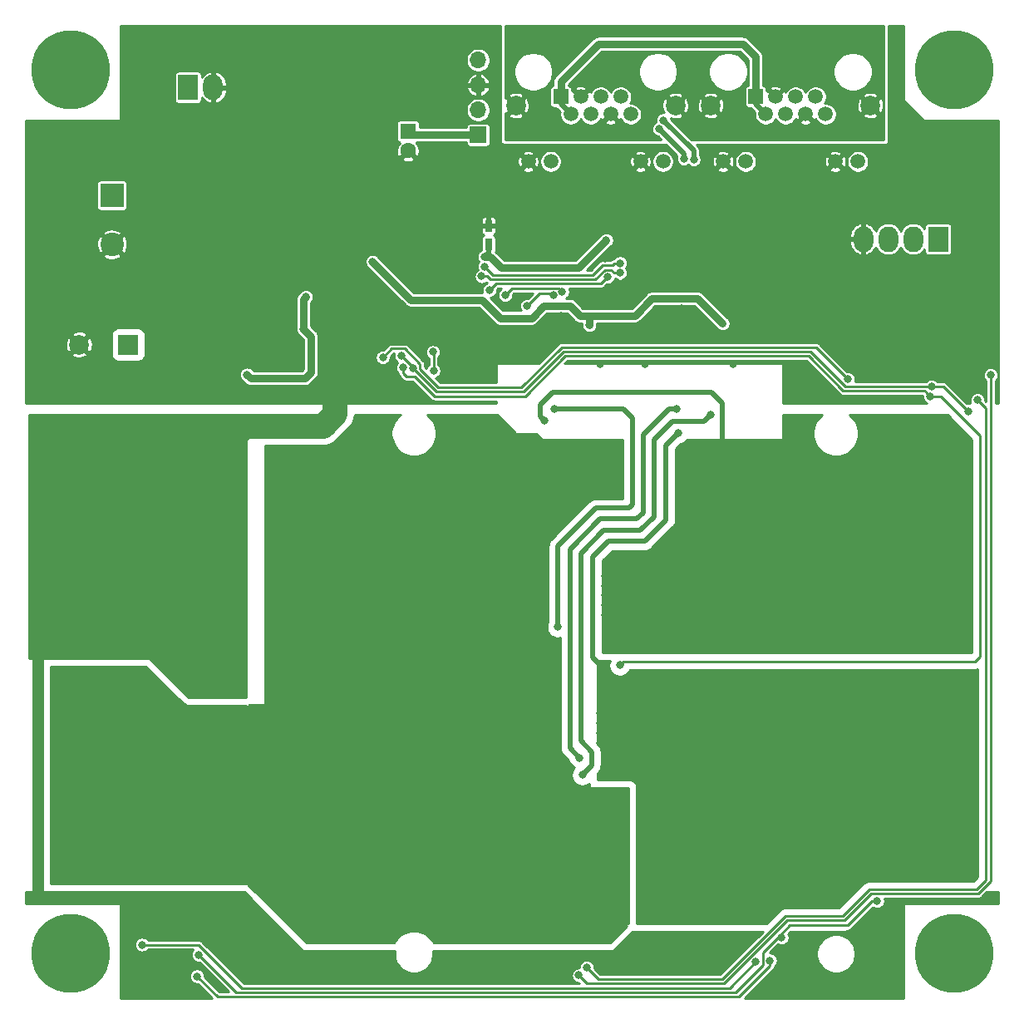
<source format=gbr>
G04 #@! TF.GenerationSoftware,KiCad,Pcbnew,(5.1.5)-3*
G04 #@! TF.CreationDate,2020-05-02T20:20:03+02:00*
G04 #@! TF.ProjectId,driver,64726976-6572-42e6-9b69-6361645f7063,rev?*
G04 #@! TF.SameCoordinates,Original*
G04 #@! TF.FileFunction,Copper,L2,Bot*
G04 #@! TF.FilePolarity,Positive*
%FSLAX46Y46*%
G04 Gerber Fmt 4.6, Leading zero omitted, Abs format (unit mm)*
G04 Created by KiCad (PCBNEW (5.1.5)-3) date 2020-05-02 20:20:03*
%MOMM*%
%LPD*%
G04 APERTURE LIST*
%ADD10C,2.400000*%
%ADD11R,2.400000X2.400000*%
%ADD12C,2.600000*%
%ADD13R,2.600000X2.600000*%
%ADD14C,1.600000*%
%ADD15R,1.600000X1.600000*%
%ADD16C,2.000000*%
%ADD17R,2.000000X2.000000*%
%ADD18O,2.000000X2.600000*%
%ADD19R,2.000000X2.600000*%
%ADD20R,0.750000X1.200000*%
%ADD21C,8.000000*%
%ADD22R,1.700000X1.700000*%
%ADD23O,1.700000X1.700000*%
%ADD24C,1.500000*%
%ADD25R,1.500000X1.500000*%
%ADD26C,0.800000*%
%ADD27C,1.200000*%
%ADD28C,2.500000*%
%ADD29C,0.250000*%
%ADD30C,0.800000*%
%ADD31C,0.500000*%
%ADD32C,0.254000*%
G04 APERTURE END LIST*
D10*
X79250000Y-77750000D03*
D11*
X79250000Y-72750000D03*
D12*
X75000000Y-105080000D03*
X75000000Y-110080000D03*
D13*
X75000000Y-115080000D03*
D12*
X75000000Y-125080000D03*
X75000000Y-130080000D03*
D13*
X75000000Y-135080000D03*
D12*
X165000000Y-134920000D03*
X165000000Y-129920000D03*
D13*
X165000000Y-124920000D03*
D12*
X165000000Y-114840000D03*
X165000000Y-109840000D03*
D13*
X165000000Y-104840000D03*
D14*
X109400000Y-68200000D03*
D15*
X109400000Y-66200000D03*
D16*
X75900000Y-87950000D03*
D17*
X80900000Y-87950000D03*
D18*
X155780000Y-77200000D03*
X158320000Y-77200000D03*
X160860000Y-77200000D03*
D19*
X163400000Y-77200000D03*
D20*
X117600000Y-75850000D03*
X117600000Y-77750000D03*
D21*
X75000000Y-60000000D03*
X165000000Y-60000000D03*
X75000000Y-150000000D03*
X165000000Y-150000000D03*
D22*
X116550000Y-66590000D03*
D23*
X116550000Y-64050000D03*
X116550000Y-61510000D03*
X116550000Y-58970000D03*
D19*
X87000000Y-61750000D03*
D18*
X89540000Y-61750000D03*
D24*
X155220000Y-69300000D03*
X152930000Y-69300000D03*
X143790000Y-69300000D03*
X141500000Y-69300000D03*
D16*
X140230000Y-63590000D03*
X156490000Y-63590000D03*
D24*
X151940000Y-64480000D03*
X149900000Y-64480000D03*
X147860000Y-64480000D03*
X145820000Y-64480000D03*
X150920000Y-62700000D03*
X148880000Y-62700000D03*
X146840000Y-62700000D03*
D25*
X144800000Y-62700000D03*
X124950000Y-62700000D03*
D24*
X126990000Y-62700000D03*
X129030000Y-62700000D03*
X131070000Y-62700000D03*
X125970000Y-64480000D03*
X128010000Y-64480000D03*
X130050000Y-64480000D03*
X132090000Y-64480000D03*
D16*
X136640000Y-63590000D03*
X120380000Y-63590000D03*
D24*
X121650000Y-69300000D03*
X123940000Y-69300000D03*
X133080000Y-69300000D03*
X135370000Y-69300000D03*
D26*
X133500000Y-89900000D03*
X129000000Y-89900000D03*
X142500000Y-89900000D03*
X156000000Y-89300000D03*
X92000000Y-88100000D03*
X134200000Y-149700000D03*
X148300000Y-153700000D03*
X146300000Y-152900000D03*
X102600000Y-91000000D03*
X98500000Y-87700000D03*
X98500000Y-88600000D03*
X96900000Y-86600000D03*
X96000000Y-85900000D03*
X161200000Y-91400000D03*
X159800000Y-79800000D03*
X129486456Y-79149988D03*
X160800000Y-65025000D03*
X122712660Y-79112660D03*
X140300000Y-149900000D03*
X165500000Y-82600000D03*
X157100000Y-89300000D03*
X123600000Y-78750000D03*
X122100000Y-77000000D03*
X121300000Y-77000000D03*
X122100000Y-76200000D03*
X121300000Y-76200000D03*
X111600000Y-79300000D03*
X110400000Y-77600000D03*
X164400000Y-82600000D03*
X165500000Y-83500000D03*
X118750000Y-73100000D03*
X118750000Y-74250000D03*
X119750000Y-74250000D03*
X91000000Y-89600000D03*
D16*
X91500000Y-145500000D03*
X89000000Y-120500000D03*
X89000000Y-118000000D03*
X89000000Y-115500000D03*
X89000000Y-113000000D03*
X89000000Y-110500000D03*
X89000000Y-108000000D03*
X89000000Y-105500000D03*
X89000000Y-100500000D03*
X89000000Y-103000000D03*
D26*
X119450000Y-87200000D03*
X137250000Y-84250000D03*
X136100000Y-86300000D03*
X114500000Y-87300000D03*
X111400000Y-85700000D03*
X115050000Y-90350000D03*
X115700000Y-84500000D03*
X116750000Y-84800000D03*
X116300000Y-89050000D03*
X145500000Y-78175000D03*
X147350000Y-76350000D03*
X152000000Y-81050000D03*
X150000000Y-82250000D03*
X139875000Y-78125000D03*
X139700000Y-75650000D03*
X140150000Y-80650000D03*
X119650000Y-88100000D03*
X150000000Y-84600000D03*
X147900000Y-93600000D03*
X148000000Y-87000000D03*
X107050000Y-90750000D03*
X105600000Y-93400000D03*
X95450000Y-89000000D03*
X89500000Y-82850000D03*
X90600000Y-81700000D03*
X91950000Y-79400000D03*
X90800000Y-80400000D03*
X96450000Y-81400000D03*
X101050000Y-81350000D03*
X102500000Y-69750000D03*
X103850000Y-69200000D03*
X101300000Y-66850000D03*
X101300000Y-68100000D03*
X101950000Y-65900000D03*
X101700000Y-61650000D03*
X100000000Y-64850000D03*
X107900000Y-58950000D03*
X107950000Y-59950000D03*
X111050000Y-58300000D03*
X112100000Y-58200000D03*
X88000000Y-70850000D03*
X86950000Y-70850000D03*
X85900000Y-70850000D03*
X85900000Y-71950000D03*
X85900000Y-73050000D03*
X85900000Y-74100000D03*
X86950000Y-74100000D03*
X88000000Y-74100000D03*
X91950000Y-80400000D03*
X89650000Y-80400000D03*
X85400000Y-91450000D03*
X114550000Y-72750000D03*
X117000000Y-72350000D03*
X113200000Y-59500000D03*
X97750000Y-82700000D03*
X123950000Y-73800000D03*
X138900000Y-80650000D03*
X147900000Y-89900000D03*
X142900000Y-87200000D03*
X110200000Y-82200000D03*
X109000000Y-81100000D03*
X107400000Y-82750000D03*
X108600000Y-83850000D03*
X112250000Y-84500000D03*
X114500000Y-84500000D03*
X116600000Y-82400000D03*
X111400000Y-82200000D03*
X104300000Y-81300000D03*
X106000000Y-82600000D03*
X113500000Y-81500000D03*
X118300000Y-83300000D03*
X125000000Y-85000000D03*
X108600000Y-70800000D03*
X108600000Y-72000000D03*
X108600000Y-73300000D03*
X147462653Y-148362653D03*
X157200000Y-144624979D03*
X88087339Y-150112659D03*
X129600000Y-77300000D03*
X117200000Y-79000000D03*
X93000000Y-91000000D03*
X98750000Y-86350000D03*
X99000000Y-83100000D03*
X111927814Y-88699945D03*
X112000000Y-90599967D03*
X119300000Y-82900000D03*
X125117031Y-82546238D03*
D16*
X142000000Y-112000000D03*
X142000000Y-109000000D03*
X142000000Y-118000000D03*
X142000000Y-115000000D03*
X139000000Y-112000000D03*
X139000000Y-115000000D03*
X139000000Y-118000000D03*
X133000000Y-118000000D03*
X136000000Y-118000000D03*
X136000000Y-115000000D03*
X136000000Y-112000000D03*
X139000000Y-109000000D03*
X136000000Y-109000000D03*
X136000000Y-109000000D03*
D26*
X131500000Y-111500000D03*
X130500000Y-111500000D03*
X129500000Y-111500000D03*
X129500000Y-112500000D03*
X129500000Y-113500000D03*
X129500000Y-114500000D03*
X129500000Y-115500000D03*
X130500000Y-115500000D03*
X131500000Y-115500000D03*
X131500000Y-112500000D03*
X130500000Y-112500000D03*
X130500000Y-113500000D03*
X131500000Y-114500000D03*
X130500000Y-114500000D03*
X131500000Y-113500000D03*
X123300000Y-95700000D03*
X130000000Y-124500000D03*
X131000000Y-124500000D03*
D16*
X139000000Y-125000000D03*
X139000000Y-128000000D03*
X136000000Y-128000000D03*
X136000000Y-125000000D03*
X136000000Y-122000000D03*
X139000000Y-122000000D03*
X142000000Y-122000000D03*
X142000000Y-125000000D03*
X142000000Y-128000000D03*
X142000000Y-131000000D03*
X139000000Y-131000000D03*
X136000000Y-131000000D03*
X133000000Y-131000000D03*
X130000000Y-131000000D03*
D26*
X132000000Y-128500000D03*
X131000000Y-128500000D03*
X130000000Y-128500000D03*
X129000000Y-128500000D03*
X129000000Y-127500000D03*
X129000000Y-126500000D03*
X129000000Y-125500000D03*
X132000000Y-127500000D03*
X132000000Y-124500000D03*
X132000000Y-125500000D03*
X132000000Y-126500000D03*
X131000000Y-125500000D03*
X130000000Y-125500000D03*
X130000000Y-126500000D03*
X130000000Y-127500000D03*
X131000000Y-127500000D03*
X131000000Y-126500000D03*
X136900000Y-97000000D03*
D16*
X118000000Y-96500000D03*
D26*
X131000000Y-139000000D03*
X130000000Y-139000000D03*
D16*
X100000000Y-134000000D03*
X102000000Y-136000000D03*
X105000000Y-135000000D03*
X106000000Y-132000000D03*
X109000000Y-131000000D03*
X114000000Y-132000000D03*
X112000000Y-130000000D03*
X101000000Y-131000000D03*
X103000000Y-133000000D03*
X100000000Y-126000000D03*
X108000000Y-134000000D03*
X107000000Y-129000000D03*
X111000000Y-133000000D03*
X94000000Y-128000000D03*
X98000000Y-132000000D03*
X96000000Y-130000000D03*
X104000000Y-130000000D03*
X97000000Y-127000000D03*
X102000000Y-128000000D03*
X99000000Y-129000000D03*
X115000000Y-145000000D03*
X115000000Y-142000000D03*
X115000000Y-139000000D03*
X115000000Y-136000000D03*
X127000000Y-145000000D03*
X124000000Y-145000000D03*
X118000000Y-145000000D03*
X121000000Y-145000000D03*
X121000000Y-142000000D03*
X118000000Y-142000000D03*
X118000000Y-139000000D03*
X121000000Y-139000000D03*
X118000000Y-136000000D03*
X121000000Y-136000000D03*
X124000000Y-136000000D03*
X127000000Y-136000000D03*
X124000000Y-102000000D03*
X124000000Y-99000000D03*
X121000000Y-99000000D03*
X121000000Y-102000000D03*
X124000000Y-105000000D03*
X121000000Y-105000000D03*
X118000000Y-105000000D03*
X118000000Y-102000000D03*
X118000000Y-99000000D03*
D26*
X131000000Y-98000000D03*
X130000000Y-98000000D03*
X129000000Y-98000000D03*
X128000000Y-98000000D03*
X128000000Y-99000000D03*
X128000000Y-100000000D03*
X128000000Y-101000000D03*
X128000000Y-102000000D03*
X129000000Y-102000000D03*
X130000000Y-102000000D03*
X131000000Y-102000000D03*
X131000000Y-101000000D03*
X131000000Y-100000000D03*
X131000000Y-99000000D03*
X130000000Y-99000000D03*
X129000000Y-99000000D03*
X129000000Y-100000000D03*
X129000000Y-101000000D03*
X130000000Y-101000000D03*
X130000000Y-100000000D03*
X128000000Y-138000000D03*
X128000000Y-139000000D03*
X128000000Y-140000000D03*
X128000000Y-141000000D03*
X128000000Y-142000000D03*
X129000000Y-142000000D03*
X130000000Y-142000000D03*
X131000000Y-142000000D03*
X131000000Y-141000000D03*
X131000000Y-140000000D03*
X131000000Y-138000000D03*
X130000000Y-138000000D03*
X129000000Y-138000000D03*
X129000000Y-139000000D03*
X129000000Y-140000000D03*
X129000000Y-141000000D03*
X130000000Y-141000000D03*
X130000000Y-140000000D03*
X127150000Y-131800000D03*
X140200002Y-95100000D03*
X124649979Y-116725000D03*
X124300000Y-94500000D03*
X126875000Y-130050000D03*
X136780253Y-94499989D03*
X121525000Y-84000000D03*
X124191433Y-82937664D03*
X116900000Y-81000000D03*
X131000000Y-80650000D03*
X117700000Y-82400000D03*
X129745454Y-81050014D03*
X138500000Y-69100000D03*
X135406139Y-65086186D03*
X137500000Y-69000000D03*
X135000000Y-66000000D03*
X108900000Y-90300000D03*
X162600000Y-93200000D03*
X130975000Y-120625000D03*
X108712653Y-89087347D03*
X109900000Y-90374989D03*
X162725010Y-92200000D03*
X166500000Y-94800000D03*
X117187342Y-80012661D03*
X131009853Y-79650037D03*
X106837347Y-89262653D03*
X154208811Y-91464965D03*
X126800000Y-152200000D03*
X168750000Y-91050000D03*
X146280875Y-150685242D03*
X87900000Y-152300000D03*
X144830864Y-150830865D03*
X82300000Y-149075000D03*
X127600000Y-151400000D03*
X167400000Y-93600000D03*
X127880000Y-85980000D03*
X141455000Y-85805000D03*
X105800000Y-79500000D03*
D27*
X75000000Y-116000000D02*
X71700000Y-119300000D01*
X75000000Y-115080000D02*
X75000000Y-116000000D01*
X71700000Y-119300000D02*
X71700000Y-143800000D01*
D28*
X100750000Y-96250000D02*
X102000000Y-95000000D01*
X102000000Y-95000000D02*
X102000000Y-91750000D01*
X92750000Y-96250000D02*
X100750000Y-96250000D01*
X89000000Y-100500000D02*
X89000000Y-100000000D01*
X89000000Y-100000000D02*
X92750000Y-96250000D01*
D29*
X145555865Y-149844135D02*
X147400000Y-148000000D01*
X147400000Y-148000000D02*
X147400000Y-148300000D01*
X147400000Y-148300000D02*
X147462653Y-148362653D01*
X145555865Y-151178866D02*
X145555865Y-149844135D01*
X142784698Y-153950033D02*
X145555865Y-151178866D01*
X88087339Y-150112659D02*
X91924713Y-153950033D01*
X91924713Y-153950033D02*
X142784698Y-153950033D01*
D30*
X129600000Y-77300000D02*
X126774999Y-80125001D01*
X126774999Y-80125001D02*
X118890686Y-80125001D01*
X118890686Y-80125001D02*
X117765685Y-79000000D01*
X117765685Y-79000000D02*
X117200000Y-79000000D01*
D31*
X117600000Y-77750000D02*
X117600000Y-78600000D01*
X117600000Y-78600000D02*
X117200000Y-79000000D01*
D30*
X93399999Y-91399999D02*
X98900001Y-91399999D01*
X93000000Y-91000000D02*
X93399999Y-91399999D01*
X99500001Y-90799999D02*
X99500001Y-87100001D01*
X98900001Y-91399999D02*
X99500001Y-90799999D01*
X99500001Y-87100001D02*
X98750000Y-86350000D01*
X109790000Y-66590000D02*
X109400000Y-66200000D01*
X116550000Y-66590000D02*
X109790000Y-66590000D01*
X98750000Y-83350000D02*
X99000000Y-83100000D01*
X98750000Y-86350000D02*
X98750000Y-83350000D01*
D29*
X154200000Y-147100000D02*
X156675021Y-144624979D01*
X147400000Y-148000000D02*
X148300000Y-147100000D01*
X156675021Y-144624979D02*
X157200000Y-144624979D01*
X148300000Y-147100000D02*
X154200000Y-147100000D01*
X112000000Y-88772131D02*
X111927814Y-88699945D01*
X112000000Y-90599967D02*
X112000000Y-88772131D01*
X124777583Y-82206790D02*
X125117031Y-82546238D01*
X119300000Y-82900000D02*
X119993210Y-82206790D01*
X119993210Y-82206790D02*
X124777583Y-82206790D01*
D31*
X141450003Y-97849997D02*
X141100000Y-98200000D01*
X141450003Y-93950003D02*
X141450003Y-97849997D01*
X123300000Y-95700000D02*
X122900001Y-95300001D01*
X122900001Y-94049997D02*
X124149998Y-92800000D01*
X122900001Y-95300001D02*
X122900001Y-94049997D01*
X124149998Y-92800000D02*
X140300000Y-92800000D01*
X140300000Y-92800000D02*
X141450003Y-93950003D01*
X131511776Y-108000000D02*
X131505888Y-108005888D01*
X135700000Y-105816951D02*
X135700000Y-98200000D01*
X131511776Y-108000000D02*
X133516951Y-108000000D01*
X135700000Y-98200000D02*
X136900000Y-97000000D01*
X133516951Y-108000000D02*
X135700000Y-105816951D01*
X129600001Y-124100001D02*
X130000000Y-124500000D01*
X129800000Y-108000000D02*
X128249999Y-109550001D01*
X131511776Y-108000000D02*
X129800000Y-108000000D01*
X128249999Y-109550001D02*
X128249999Y-119849999D01*
X128249999Y-119849999D02*
X129600001Y-121200001D01*
X129600001Y-121200001D02*
X129600001Y-124100001D01*
X139550004Y-95749998D02*
X136300000Y-95749998D01*
X133061311Y-106899990D02*
X129344360Y-106899990D01*
X129344360Y-106899990D02*
X127000000Y-109244350D01*
X127000000Y-109244350D02*
X127000000Y-128324998D01*
X128125001Y-130824999D02*
X127549999Y-131400001D01*
X128125001Y-129449999D02*
X128125001Y-130824999D01*
X136300000Y-95749998D02*
X134450023Y-97599975D01*
X127549999Y-131400001D02*
X127150000Y-131800000D01*
X127000000Y-128324998D02*
X128125001Y-129449999D01*
X134450023Y-105511278D02*
X133061311Y-106899990D01*
X134450023Y-97599975D02*
X134450023Y-105511278D01*
X140200002Y-95100000D02*
X139550004Y-95749998D01*
X124865685Y-94500000D02*
X124300000Y-94500000D01*
X131300000Y-94500000D02*
X124865685Y-94500000D01*
X124649979Y-108483071D02*
X128533050Y-104600000D01*
X124649979Y-116725000D02*
X124649979Y-108483071D01*
X128533050Y-104600000D02*
X131900000Y-104600000D01*
X132250001Y-95450001D02*
X131300000Y-94500000D01*
X131900000Y-104600000D02*
X132250001Y-104249999D01*
X132250001Y-104249999D02*
X132250001Y-95450001D01*
X132705640Y-105700011D02*
X133350012Y-105055639D01*
X126875000Y-130050000D02*
X125899989Y-129074989D01*
X136214568Y-94499989D02*
X136780253Y-94499989D01*
X128988689Y-105700011D02*
X132705640Y-105700011D01*
X125899989Y-108788711D02*
X128988689Y-105700011D01*
X133350012Y-97144336D02*
X135994359Y-94499989D01*
X125899989Y-129074989D02*
X125899989Y-108788711D01*
X135994359Y-94499989D02*
X136214568Y-94499989D01*
X133350012Y-105055639D02*
X133350012Y-97144336D01*
D29*
X121525000Y-84000000D02*
X122775000Y-82750000D01*
X122775000Y-82750000D02*
X124125000Y-82750000D01*
X124125000Y-82750000D02*
X124125000Y-82871231D01*
X124125000Y-82871231D02*
X124191433Y-82937664D01*
X128461389Y-81300022D02*
X129436412Y-80324999D01*
X130109314Y-80324999D02*
X130434315Y-80650000D01*
X129436412Y-80324999D02*
X130109314Y-80324999D01*
X117765707Y-81300022D02*
X128461389Y-81300022D01*
X116900000Y-81000000D02*
X117465685Y-81000000D01*
X117465685Y-81000000D02*
X117765707Y-81300022D01*
X130434315Y-80650000D02*
X131000000Y-80650000D01*
X129045431Y-81750033D02*
X129745454Y-81050010D01*
X118349967Y-81750033D02*
X129045431Y-81750033D01*
X117700000Y-82400000D02*
X118349967Y-81750033D01*
X129745454Y-81050010D02*
X129745454Y-81050014D01*
D31*
X138500000Y-69100000D02*
X138500000Y-68180047D01*
X138500000Y-68180047D02*
X135406139Y-65086186D01*
X137500000Y-68500000D02*
X135000000Y-66000000D01*
X137500000Y-69000000D02*
X137500000Y-68500000D01*
X144800000Y-62700000D02*
X144800000Y-63460000D01*
X144800000Y-63460000D02*
X145820000Y-64480000D01*
X124950000Y-62700000D02*
X124950000Y-63460000D01*
X124950000Y-63460000D02*
X125970000Y-64480000D01*
D30*
X144800000Y-61150000D02*
X144800000Y-62700000D01*
X124950000Y-61150000D02*
X128800000Y-57300000D01*
X124950000Y-62700000D02*
X124950000Y-61150000D01*
X128800000Y-57300000D02*
X143500000Y-57300000D01*
X143500000Y-57300000D02*
X144800000Y-58600000D01*
X144800000Y-58600000D02*
X144800000Y-61150000D01*
D29*
X131374999Y-120225001D02*
X130975000Y-120625000D01*
X163650000Y-93200000D02*
X167700000Y-97250000D01*
X167700000Y-97250000D02*
X167700000Y-119700000D01*
X162600000Y-93200000D02*
X163650000Y-93200000D01*
X167700000Y-119700000D02*
X167174999Y-120225001D01*
X167174999Y-120225001D02*
X131374999Y-120225001D01*
X162200001Y-92800001D02*
X162600000Y-93200000D01*
X162050011Y-92650011D02*
X162200001Y-92800001D01*
X153732126Y-92650011D02*
X162050011Y-92650011D01*
X150182115Y-89100000D02*
X153732126Y-92650011D01*
X110063601Y-91175000D02*
X112088623Y-93200022D01*
X121326976Y-93200022D02*
X125426998Y-89100000D01*
X108900000Y-90300000D02*
X108900000Y-90865685D01*
X108900000Y-90865685D02*
X109209315Y-91175000D01*
X109209315Y-91175000D02*
X110063601Y-91175000D01*
X112088623Y-93200022D02*
X121326976Y-93200022D01*
X125426998Y-89100000D02*
X150182115Y-89100000D01*
X108712653Y-89087347D02*
X109900000Y-90274694D01*
X109900000Y-90274694D02*
X109900000Y-90374989D01*
X162200000Y-92200000D02*
X162725010Y-92200000D01*
X163600000Y-92200000D02*
X162200000Y-92200000D01*
X163900000Y-92200000D02*
X163600000Y-92200000D01*
X166500000Y-94800000D02*
X163900000Y-92200000D01*
X109900000Y-90374989D02*
X112275022Y-92750011D01*
X125240598Y-88649989D02*
X150368515Y-88649989D01*
X153918526Y-92200000D02*
X162200000Y-92200000D01*
X150368515Y-88649989D02*
X153918526Y-92200000D01*
X121140576Y-92750011D02*
X125240598Y-88649989D01*
X112275022Y-92750011D02*
X121140576Y-92750011D01*
X117187342Y-80012661D02*
X118024692Y-80850011D01*
X129200758Y-79874989D02*
X130219216Y-79874989D01*
X118024692Y-80850011D02*
X128225736Y-80850011D01*
X128225736Y-80850011D02*
X129200758Y-79874989D01*
X130444168Y-79650037D02*
X131009853Y-79650037D01*
X130219216Y-79874989D02*
X130444168Y-79650037D01*
X120954176Y-92300000D02*
X125054198Y-88199978D01*
X110625001Y-89926693D02*
X110625001Y-90425001D01*
X110625001Y-90425001D02*
X112500000Y-92300000D01*
X150943824Y-88199978D02*
X153808812Y-91064966D01*
X125054198Y-88199978D02*
X150943824Y-88199978D01*
X153808812Y-91064966D02*
X154208811Y-91464965D01*
X107737654Y-88362346D02*
X109060654Y-88362346D01*
X112500000Y-92300000D02*
X120954176Y-92300000D01*
X109060654Y-88362346D02*
X110625001Y-89926693D01*
X106837347Y-89262653D02*
X107737654Y-88362346D01*
X168750000Y-91050000D02*
X168750000Y-142450000D01*
X157100023Y-143899977D02*
X156550023Y-143899977D01*
X157100023Y-143899977D02*
X167486435Y-143899975D01*
X167486435Y-143899975D02*
X168750000Y-142636410D01*
X168750000Y-142636410D02*
X168750000Y-142450000D01*
X156550023Y-143899977D02*
X153850000Y-146600000D01*
X141586400Y-153050011D02*
X127650011Y-153050011D01*
X127650011Y-153050011D02*
X126800000Y-152200000D01*
X153850000Y-146600000D02*
X148036412Y-146600000D01*
X148036412Y-146600000D02*
X141586400Y-153050011D01*
X146280875Y-151250927D02*
X146280875Y-150685242D01*
X87900000Y-152300000D02*
X90000044Y-154400044D01*
X143131758Y-154400044D02*
X146280875Y-151250927D01*
X90000044Y-154400044D02*
X143131758Y-154400044D01*
X144830864Y-150830865D02*
X142161707Y-153500022D01*
X142161707Y-153500022D02*
X92500022Y-153500022D01*
X88075000Y-149075000D02*
X82300000Y-149075000D01*
X92500022Y-153500022D02*
X88075000Y-149075000D01*
X127600000Y-151400000D02*
X128800000Y-152600000D01*
X128800000Y-152600000D02*
X141400000Y-152600000D01*
X156363624Y-143449966D02*
X167300034Y-143449966D01*
X141400000Y-152600000D02*
X147850012Y-146149990D01*
X167799999Y-93999999D02*
X167400000Y-93600000D01*
X147850012Y-146149990D02*
X153663600Y-146149990D01*
X153663600Y-146149990D02*
X156363624Y-143449966D01*
X167300034Y-143449966D02*
X168249989Y-142500011D01*
X168249989Y-142500011D02*
X168249989Y-94449989D01*
X168249989Y-94449989D02*
X167799999Y-93999999D01*
D30*
X132500000Y-85000000D02*
X128860000Y-85000000D01*
X141455000Y-85805000D02*
X138900000Y-83250000D01*
X134250000Y-83250000D02*
X132500000Y-85000000D01*
X138900000Y-83250000D02*
X134250000Y-83250000D01*
X128860000Y-85000000D02*
X128500000Y-85000000D01*
X127750000Y-85000000D02*
X128500000Y-85000000D01*
X127880000Y-85980000D02*
X127880000Y-85130000D01*
X127880000Y-85130000D02*
X127750000Y-85000000D01*
X126900000Y-85000000D02*
X127750000Y-85000000D01*
X123250000Y-84000000D02*
X125900000Y-84000000D01*
X109700000Y-83400000D02*
X116919998Y-83400000D01*
X116919998Y-83400000D02*
X118769998Y-85250000D01*
X125900000Y-84000000D02*
X126900000Y-85000000D01*
X122000000Y-85250000D02*
X123250000Y-84000000D01*
X105800000Y-79500000D02*
X109700000Y-83400000D01*
X118769998Y-85250000D02*
X122000000Y-85250000D01*
D32*
G36*
X92873000Y-123873000D02*
G01*
X87052606Y-123873000D01*
X83089803Y-119910197D01*
X83070557Y-119894403D01*
X83048601Y-119882667D01*
X83024776Y-119875440D01*
X83000000Y-119873000D01*
X70802000Y-119873000D01*
X70802000Y-95127000D01*
X92873000Y-95127000D01*
X92873000Y-123873000D01*
G37*
X92873000Y-123873000D02*
X87052606Y-123873000D01*
X83089803Y-119910197D01*
X83070557Y-119894403D01*
X83048601Y-119882667D01*
X83024776Y-119875440D01*
X83000000Y-119873000D01*
X70802000Y-119873000D01*
X70802000Y-95127000D01*
X92873000Y-95127000D01*
X92873000Y-123873000D01*
G36*
X86485933Y-124514067D02*
G01*
X86596100Y-124604478D01*
X86721789Y-124671660D01*
X86858169Y-124713031D01*
X87000000Y-124727000D01*
X92873000Y-124727000D01*
X92873000Y-130000000D01*
X92875440Y-130024776D01*
X92882667Y-130048601D01*
X92894403Y-130070557D01*
X92910197Y-130089803D01*
X109910197Y-147089803D01*
X109929443Y-147105597D01*
X109951399Y-147117333D01*
X109975224Y-147124560D01*
X110000000Y-147127000D01*
X131693394Y-147127000D01*
X129947394Y-148873000D01*
X112045621Y-148873000D01*
X111807499Y-148516624D01*
X111483376Y-148192501D01*
X111102248Y-147937840D01*
X110678761Y-147762426D01*
X110229189Y-147673000D01*
X109770811Y-147673000D01*
X109321239Y-147762426D01*
X108897752Y-147937840D01*
X108516624Y-148192501D01*
X108192501Y-148516624D01*
X107954379Y-148873000D01*
X99052606Y-148873000D01*
X93089803Y-142910197D01*
X93070557Y-142894403D01*
X93048601Y-142882667D01*
X93024776Y-142875440D01*
X93000000Y-142873000D01*
X73027000Y-142873000D01*
X73027000Y-120727000D01*
X82698866Y-120727000D01*
X86485933Y-124514067D01*
G37*
X86485933Y-124514067D02*
X86596100Y-124604478D01*
X86721789Y-124671660D01*
X86858169Y-124713031D01*
X87000000Y-124727000D01*
X92873000Y-124727000D01*
X92873000Y-130000000D01*
X92875440Y-130024776D01*
X92882667Y-130048601D01*
X92894403Y-130070557D01*
X92910197Y-130089803D01*
X109910197Y-147089803D01*
X109929443Y-147105597D01*
X109951399Y-147117333D01*
X109975224Y-147124560D01*
X110000000Y-147127000D01*
X131693394Y-147127000D01*
X129947394Y-148873000D01*
X112045621Y-148873000D01*
X111807499Y-148516624D01*
X111483376Y-148192501D01*
X111102248Y-147937840D01*
X110678761Y-147762426D01*
X110229189Y-147673000D01*
X109770811Y-147673000D01*
X109321239Y-147762426D01*
X108897752Y-147937840D01*
X108516624Y-148192501D01*
X108192501Y-148516624D01*
X107954379Y-148873000D01*
X99052606Y-148873000D01*
X93089803Y-142910197D01*
X93070557Y-142894403D01*
X93048601Y-142882667D01*
X93024776Y-142875440D01*
X93000000Y-142873000D01*
X73027000Y-142873000D01*
X73027000Y-120727000D01*
X82698866Y-120727000D01*
X86485933Y-124514067D01*
G36*
X169548000Y-144873000D02*
G01*
X160000000Y-144873000D01*
X159975224Y-144875440D01*
X159951399Y-144882667D01*
X159929443Y-144894403D01*
X159910197Y-144910197D01*
X159894403Y-144929443D01*
X159882667Y-144951399D01*
X159875440Y-144975224D01*
X159873000Y-145000000D01*
X159873000Y-154548000D01*
X143693736Y-154548000D01*
X146618413Y-151623324D01*
X146637559Y-151607611D01*
X146700292Y-151531172D01*
X146746906Y-151443963D01*
X146775611Y-151349336D01*
X146782164Y-151282798D01*
X146884411Y-151180551D01*
X146969444Y-151053290D01*
X147028016Y-150911885D01*
X147057875Y-150761770D01*
X147057875Y-150608714D01*
X147028016Y-150458599D01*
X146969444Y-150317194D01*
X146884411Y-150189933D01*
X146776184Y-150081706D01*
X146648923Y-149996673D01*
X146507518Y-149938101D01*
X146357403Y-149908242D01*
X146204347Y-149908242D01*
X146201033Y-149908901D01*
X146304652Y-149805282D01*
X151023000Y-149805282D01*
X151023000Y-150194718D01*
X151098975Y-150576670D01*
X151248005Y-150936461D01*
X151464364Y-151260264D01*
X151739736Y-151535636D01*
X152063539Y-151751995D01*
X152423330Y-151901025D01*
X152805282Y-151977000D01*
X153194718Y-151977000D01*
X153576670Y-151901025D01*
X153936461Y-151751995D01*
X154260264Y-151535636D01*
X154535636Y-151260264D01*
X154751995Y-150936461D01*
X154901025Y-150576670D01*
X154977000Y-150194718D01*
X154977000Y-149805282D01*
X154901025Y-149423330D01*
X154751995Y-149063539D01*
X154535636Y-148739736D01*
X154260264Y-148464364D01*
X153936461Y-148248005D01*
X153576670Y-148098975D01*
X153194718Y-148023000D01*
X152805282Y-148023000D01*
X152423330Y-148098975D01*
X152063539Y-148248005D01*
X151739736Y-148464364D01*
X151464364Y-148739736D01*
X151248005Y-149063539D01*
X151098975Y-149423330D01*
X151023000Y-149805282D01*
X146304652Y-149805282D01*
X147073089Y-149036846D01*
X147094605Y-149051222D01*
X147236010Y-149109794D01*
X147386125Y-149139653D01*
X147539181Y-149139653D01*
X147689296Y-149109794D01*
X147830701Y-149051222D01*
X147957962Y-148966189D01*
X148066189Y-148857962D01*
X148151222Y-148730701D01*
X148209794Y-148589296D01*
X148239653Y-148439181D01*
X148239653Y-148286125D01*
X148209794Y-148136010D01*
X148151222Y-147994605D01*
X148136845Y-147973089D01*
X148382935Y-147727000D01*
X154000000Y-147727000D01*
X154141831Y-147713031D01*
X154278211Y-147671660D01*
X154403900Y-147604478D01*
X154514067Y-147514067D01*
X156761596Y-145266538D01*
X156831952Y-145313548D01*
X156973357Y-145372120D01*
X157123472Y-145401979D01*
X157276528Y-145401979D01*
X157426643Y-145372120D01*
X157568048Y-145313548D01*
X157695309Y-145228515D01*
X157803536Y-145120288D01*
X157888569Y-144993027D01*
X157947141Y-144851622D01*
X157977000Y-144701507D01*
X157977000Y-144548451D01*
X157947865Y-144401977D01*
X167461782Y-144401974D01*
X167486435Y-144404402D01*
X167584844Y-144394710D01*
X167679471Y-144366005D01*
X167766680Y-144319391D01*
X167823970Y-144272374D01*
X167823973Y-144272371D01*
X167843119Y-144256658D01*
X167858832Y-144237512D01*
X168369345Y-143727000D01*
X169548000Y-143727000D01*
X169548000Y-144873000D01*
G37*
X169548000Y-144873000D02*
X160000000Y-144873000D01*
X159975224Y-144875440D01*
X159951399Y-144882667D01*
X159929443Y-144894403D01*
X159910197Y-144910197D01*
X159894403Y-144929443D01*
X159882667Y-144951399D01*
X159875440Y-144975224D01*
X159873000Y-145000000D01*
X159873000Y-154548000D01*
X143693736Y-154548000D01*
X146618413Y-151623324D01*
X146637559Y-151607611D01*
X146700292Y-151531172D01*
X146746906Y-151443963D01*
X146775611Y-151349336D01*
X146782164Y-151282798D01*
X146884411Y-151180551D01*
X146969444Y-151053290D01*
X147028016Y-150911885D01*
X147057875Y-150761770D01*
X147057875Y-150608714D01*
X147028016Y-150458599D01*
X146969444Y-150317194D01*
X146884411Y-150189933D01*
X146776184Y-150081706D01*
X146648923Y-149996673D01*
X146507518Y-149938101D01*
X146357403Y-149908242D01*
X146204347Y-149908242D01*
X146201033Y-149908901D01*
X146304652Y-149805282D01*
X151023000Y-149805282D01*
X151023000Y-150194718D01*
X151098975Y-150576670D01*
X151248005Y-150936461D01*
X151464364Y-151260264D01*
X151739736Y-151535636D01*
X152063539Y-151751995D01*
X152423330Y-151901025D01*
X152805282Y-151977000D01*
X153194718Y-151977000D01*
X153576670Y-151901025D01*
X153936461Y-151751995D01*
X154260264Y-151535636D01*
X154535636Y-151260264D01*
X154751995Y-150936461D01*
X154901025Y-150576670D01*
X154977000Y-150194718D01*
X154977000Y-149805282D01*
X154901025Y-149423330D01*
X154751995Y-149063539D01*
X154535636Y-148739736D01*
X154260264Y-148464364D01*
X153936461Y-148248005D01*
X153576670Y-148098975D01*
X153194718Y-148023000D01*
X152805282Y-148023000D01*
X152423330Y-148098975D01*
X152063539Y-148248005D01*
X151739736Y-148464364D01*
X151464364Y-148739736D01*
X151248005Y-149063539D01*
X151098975Y-149423330D01*
X151023000Y-149805282D01*
X146304652Y-149805282D01*
X147073089Y-149036846D01*
X147094605Y-149051222D01*
X147236010Y-149109794D01*
X147386125Y-149139653D01*
X147539181Y-149139653D01*
X147689296Y-149109794D01*
X147830701Y-149051222D01*
X147957962Y-148966189D01*
X148066189Y-148857962D01*
X148151222Y-148730701D01*
X148209794Y-148589296D01*
X148239653Y-148439181D01*
X148239653Y-148286125D01*
X148209794Y-148136010D01*
X148151222Y-147994605D01*
X148136845Y-147973089D01*
X148382935Y-147727000D01*
X154000000Y-147727000D01*
X154141831Y-147713031D01*
X154278211Y-147671660D01*
X154403900Y-147604478D01*
X154514067Y-147514067D01*
X156761596Y-145266538D01*
X156831952Y-145313548D01*
X156973357Y-145372120D01*
X157123472Y-145401979D01*
X157276528Y-145401979D01*
X157426643Y-145372120D01*
X157568048Y-145313548D01*
X157695309Y-145228515D01*
X157803536Y-145120288D01*
X157888569Y-144993027D01*
X157947141Y-144851622D01*
X157977000Y-144701507D01*
X157977000Y-144548451D01*
X157947865Y-144401977D01*
X167461782Y-144401974D01*
X167486435Y-144404402D01*
X167584844Y-144394710D01*
X167679471Y-144366005D01*
X167766680Y-144319391D01*
X167823970Y-144272374D01*
X167823973Y-144272371D01*
X167843119Y-144256658D01*
X167858832Y-144237512D01*
X168369345Y-143727000D01*
X169548000Y-143727000D01*
X169548000Y-144873000D01*
G36*
X98485933Y-149514067D02*
G01*
X98596100Y-149604478D01*
X98721789Y-149671660D01*
X98858169Y-149713031D01*
X99000000Y-149727000D01*
X108038571Y-149727000D01*
X108023000Y-149805282D01*
X108023000Y-150194718D01*
X108098975Y-150576670D01*
X108248005Y-150936461D01*
X108464364Y-151260264D01*
X108739736Y-151535636D01*
X109063539Y-151751995D01*
X109423330Y-151901025D01*
X109805282Y-151977000D01*
X110194718Y-151977000D01*
X110576670Y-151901025D01*
X110936461Y-151751995D01*
X111260264Y-151535636D01*
X111535636Y-151260264D01*
X111751995Y-150936461D01*
X111901025Y-150576670D01*
X111977000Y-150194718D01*
X111977000Y-149805282D01*
X111961429Y-149727000D01*
X130000000Y-149727000D01*
X130141831Y-149713031D01*
X130278211Y-149671660D01*
X130403900Y-149604478D01*
X130514067Y-149514067D01*
X132301134Y-147727000D01*
X145563067Y-147727000D01*
X141192066Y-152098000D01*
X129007935Y-152098000D01*
X128377000Y-151467066D01*
X128377000Y-151323472D01*
X128347141Y-151173357D01*
X128288569Y-151031952D01*
X128203536Y-150904691D01*
X128095309Y-150796464D01*
X127968048Y-150711431D01*
X127826643Y-150652859D01*
X127676528Y-150623000D01*
X127523472Y-150623000D01*
X127373357Y-150652859D01*
X127231952Y-150711431D01*
X127104691Y-150796464D01*
X126996464Y-150904691D01*
X126911431Y-151031952D01*
X126852859Y-151173357D01*
X126823000Y-151323472D01*
X126823000Y-151423000D01*
X126723472Y-151423000D01*
X126573357Y-151452859D01*
X126431952Y-151511431D01*
X126304691Y-151596464D01*
X126196464Y-151704691D01*
X126111431Y-151831952D01*
X126052859Y-151973357D01*
X126023000Y-152123472D01*
X126023000Y-152276528D01*
X126052859Y-152426643D01*
X126111431Y-152568048D01*
X126196464Y-152695309D01*
X126304691Y-152803536D01*
X126431952Y-152888569D01*
X126573357Y-152947141D01*
X126723472Y-152977000D01*
X126867066Y-152977000D01*
X126888087Y-152998022D01*
X92707957Y-152998022D01*
X88447402Y-148737468D01*
X88431684Y-148718316D01*
X88355245Y-148655583D01*
X88268036Y-148608969D01*
X88173409Y-148580264D01*
X88099653Y-148573000D01*
X88099643Y-148573000D01*
X88075000Y-148570573D01*
X88050357Y-148573000D01*
X82896845Y-148573000D01*
X82795309Y-148471464D01*
X82668048Y-148386431D01*
X82526643Y-148327859D01*
X82376528Y-148298000D01*
X82223472Y-148298000D01*
X82073357Y-148327859D01*
X81931952Y-148386431D01*
X81804691Y-148471464D01*
X81696464Y-148579691D01*
X81611431Y-148706952D01*
X81552859Y-148848357D01*
X81523000Y-148998472D01*
X81523000Y-149151528D01*
X81552859Y-149301643D01*
X81611431Y-149443048D01*
X81696464Y-149570309D01*
X81804691Y-149678536D01*
X81931952Y-149763569D01*
X82073357Y-149822141D01*
X82223472Y-149852000D01*
X82376528Y-149852000D01*
X82526643Y-149822141D01*
X82668048Y-149763569D01*
X82795309Y-149678536D01*
X82896845Y-149577000D01*
X87524153Y-149577000D01*
X87483803Y-149617350D01*
X87398770Y-149744611D01*
X87340198Y-149886016D01*
X87310339Y-150036131D01*
X87310339Y-150189187D01*
X87340198Y-150339302D01*
X87398770Y-150480707D01*
X87483803Y-150607968D01*
X87592030Y-150716195D01*
X87719291Y-150801228D01*
X87860696Y-150859800D01*
X88010811Y-150889659D01*
X88154405Y-150889659D01*
X91162789Y-153898044D01*
X90207980Y-153898044D01*
X88677000Y-152367066D01*
X88677000Y-152223472D01*
X88647141Y-152073357D01*
X88588569Y-151931952D01*
X88503536Y-151804691D01*
X88395309Y-151696464D01*
X88268048Y-151611431D01*
X88126643Y-151552859D01*
X87976528Y-151523000D01*
X87823472Y-151523000D01*
X87673357Y-151552859D01*
X87531952Y-151611431D01*
X87404691Y-151696464D01*
X87296464Y-151804691D01*
X87211431Y-151931952D01*
X87152859Y-152073357D01*
X87123000Y-152223472D01*
X87123000Y-152376528D01*
X87152859Y-152526643D01*
X87211431Y-152668048D01*
X87296464Y-152795309D01*
X87404691Y-152903536D01*
X87531952Y-152988569D01*
X87673357Y-153047141D01*
X87823472Y-153077000D01*
X87967066Y-153077000D01*
X89438064Y-154548000D01*
X80127000Y-154548000D01*
X80127000Y-145000000D01*
X80124560Y-144975224D01*
X80117333Y-144951399D01*
X80105597Y-144929443D01*
X80089803Y-144910197D01*
X80070557Y-144894403D01*
X80048601Y-144882667D01*
X80024776Y-144875440D01*
X80000000Y-144873000D01*
X70452000Y-144873000D01*
X70452000Y-143727000D01*
X92698866Y-143727000D01*
X98485933Y-149514067D01*
G37*
X98485933Y-149514067D02*
X98596100Y-149604478D01*
X98721789Y-149671660D01*
X98858169Y-149713031D01*
X99000000Y-149727000D01*
X108038571Y-149727000D01*
X108023000Y-149805282D01*
X108023000Y-150194718D01*
X108098975Y-150576670D01*
X108248005Y-150936461D01*
X108464364Y-151260264D01*
X108739736Y-151535636D01*
X109063539Y-151751995D01*
X109423330Y-151901025D01*
X109805282Y-151977000D01*
X110194718Y-151977000D01*
X110576670Y-151901025D01*
X110936461Y-151751995D01*
X111260264Y-151535636D01*
X111535636Y-151260264D01*
X111751995Y-150936461D01*
X111901025Y-150576670D01*
X111977000Y-150194718D01*
X111977000Y-149805282D01*
X111961429Y-149727000D01*
X130000000Y-149727000D01*
X130141831Y-149713031D01*
X130278211Y-149671660D01*
X130403900Y-149604478D01*
X130514067Y-149514067D01*
X132301134Y-147727000D01*
X145563067Y-147727000D01*
X141192066Y-152098000D01*
X129007935Y-152098000D01*
X128377000Y-151467066D01*
X128377000Y-151323472D01*
X128347141Y-151173357D01*
X128288569Y-151031952D01*
X128203536Y-150904691D01*
X128095309Y-150796464D01*
X127968048Y-150711431D01*
X127826643Y-150652859D01*
X127676528Y-150623000D01*
X127523472Y-150623000D01*
X127373357Y-150652859D01*
X127231952Y-150711431D01*
X127104691Y-150796464D01*
X126996464Y-150904691D01*
X126911431Y-151031952D01*
X126852859Y-151173357D01*
X126823000Y-151323472D01*
X126823000Y-151423000D01*
X126723472Y-151423000D01*
X126573357Y-151452859D01*
X126431952Y-151511431D01*
X126304691Y-151596464D01*
X126196464Y-151704691D01*
X126111431Y-151831952D01*
X126052859Y-151973357D01*
X126023000Y-152123472D01*
X126023000Y-152276528D01*
X126052859Y-152426643D01*
X126111431Y-152568048D01*
X126196464Y-152695309D01*
X126304691Y-152803536D01*
X126431952Y-152888569D01*
X126573357Y-152947141D01*
X126723472Y-152977000D01*
X126867066Y-152977000D01*
X126888087Y-152998022D01*
X92707957Y-152998022D01*
X88447402Y-148737468D01*
X88431684Y-148718316D01*
X88355245Y-148655583D01*
X88268036Y-148608969D01*
X88173409Y-148580264D01*
X88099653Y-148573000D01*
X88099643Y-148573000D01*
X88075000Y-148570573D01*
X88050357Y-148573000D01*
X82896845Y-148573000D01*
X82795309Y-148471464D01*
X82668048Y-148386431D01*
X82526643Y-148327859D01*
X82376528Y-148298000D01*
X82223472Y-148298000D01*
X82073357Y-148327859D01*
X81931952Y-148386431D01*
X81804691Y-148471464D01*
X81696464Y-148579691D01*
X81611431Y-148706952D01*
X81552859Y-148848357D01*
X81523000Y-148998472D01*
X81523000Y-149151528D01*
X81552859Y-149301643D01*
X81611431Y-149443048D01*
X81696464Y-149570309D01*
X81804691Y-149678536D01*
X81931952Y-149763569D01*
X82073357Y-149822141D01*
X82223472Y-149852000D01*
X82376528Y-149852000D01*
X82526643Y-149822141D01*
X82668048Y-149763569D01*
X82795309Y-149678536D01*
X82896845Y-149577000D01*
X87524153Y-149577000D01*
X87483803Y-149617350D01*
X87398770Y-149744611D01*
X87340198Y-149886016D01*
X87310339Y-150036131D01*
X87310339Y-150189187D01*
X87340198Y-150339302D01*
X87398770Y-150480707D01*
X87483803Y-150607968D01*
X87592030Y-150716195D01*
X87719291Y-150801228D01*
X87860696Y-150859800D01*
X88010811Y-150889659D01*
X88154405Y-150889659D01*
X91162789Y-153898044D01*
X90207980Y-153898044D01*
X88677000Y-152367066D01*
X88677000Y-152223472D01*
X88647141Y-152073357D01*
X88588569Y-151931952D01*
X88503536Y-151804691D01*
X88395309Y-151696464D01*
X88268048Y-151611431D01*
X88126643Y-151552859D01*
X87976528Y-151523000D01*
X87823472Y-151523000D01*
X87673357Y-151552859D01*
X87531952Y-151611431D01*
X87404691Y-151696464D01*
X87296464Y-151804691D01*
X87211431Y-151931952D01*
X87152859Y-152073357D01*
X87123000Y-152223472D01*
X87123000Y-152376528D01*
X87152859Y-152526643D01*
X87211431Y-152668048D01*
X87296464Y-152795309D01*
X87404691Y-152903536D01*
X87531952Y-152988569D01*
X87673357Y-153047141D01*
X87823472Y-153077000D01*
X87967066Y-153077000D01*
X89438064Y-154548000D01*
X80127000Y-154548000D01*
X80127000Y-145000000D01*
X80124560Y-144975224D01*
X80117333Y-144951399D01*
X80105597Y-144929443D01*
X80089803Y-144910197D01*
X80070557Y-144894403D01*
X80048601Y-144882667D01*
X80024776Y-144875440D01*
X80000000Y-144873000D01*
X70452000Y-144873000D01*
X70452000Y-143727000D01*
X92698866Y-143727000D01*
X98485933Y-149514067D01*
G36*
X153359733Y-92987554D02*
G01*
X153375442Y-93006695D01*
X153394582Y-93022403D01*
X153394590Y-93022411D01*
X153451880Y-93069428D01*
X153498494Y-93094343D01*
X153539090Y-93116042D01*
X153633717Y-93144747D01*
X153707473Y-93152011D01*
X153707483Y-93152011D01*
X153732126Y-93154438D01*
X153756769Y-93152011D01*
X161823000Y-93152011D01*
X161823000Y-93276528D01*
X161852859Y-93426643D01*
X161911431Y-93568048D01*
X161996464Y-93695309D01*
X162104691Y-93803536D01*
X162208651Y-93873000D01*
X147627000Y-93873000D01*
X147627000Y-90000000D01*
X147624560Y-89975224D01*
X147617333Y-89951399D01*
X147605597Y-89929443D01*
X147589803Y-89910197D01*
X147570557Y-89894403D01*
X147548601Y-89882667D01*
X147524776Y-89875440D01*
X147500000Y-89873000D01*
X125363934Y-89873000D01*
X125634934Y-89602000D01*
X149974181Y-89602000D01*
X153359733Y-92987554D01*
G37*
X153359733Y-92987554D02*
X153375442Y-93006695D01*
X153394582Y-93022403D01*
X153394590Y-93022411D01*
X153451880Y-93069428D01*
X153498494Y-93094343D01*
X153539090Y-93116042D01*
X153633717Y-93144747D01*
X153707473Y-93152011D01*
X153707483Y-93152011D01*
X153732126Y-93154438D01*
X153756769Y-93152011D01*
X161823000Y-93152011D01*
X161823000Y-93276528D01*
X161852859Y-93426643D01*
X161911431Y-93568048D01*
X161996464Y-93695309D01*
X162104691Y-93803536D01*
X162208651Y-93873000D01*
X147627000Y-93873000D01*
X147627000Y-90000000D01*
X147624560Y-89975224D01*
X147617333Y-89951399D01*
X147605597Y-89929443D01*
X147589803Y-89910197D01*
X147570557Y-89894403D01*
X147548601Y-89882667D01*
X147524776Y-89875440D01*
X147500000Y-89873000D01*
X125363934Y-89873000D01*
X125634934Y-89602000D01*
X149974181Y-89602000D01*
X153359733Y-92987554D01*
G36*
X118823000Y-67200000D02*
G01*
X118830244Y-67273549D01*
X118851697Y-67344272D01*
X118886536Y-67409450D01*
X118933421Y-67466579D01*
X118990550Y-67513464D01*
X119055728Y-67548303D01*
X119126451Y-67569756D01*
X119200000Y-67577000D01*
X135690289Y-67577000D01*
X136792044Y-68678756D01*
X136752859Y-68773357D01*
X136723000Y-68923472D01*
X136723000Y-69076528D01*
X136752859Y-69226643D01*
X136811431Y-69368048D01*
X136896464Y-69495309D01*
X137004691Y-69603536D01*
X137131952Y-69688569D01*
X137273357Y-69747141D01*
X137423472Y-69777000D01*
X137576528Y-69777000D01*
X137726643Y-69747141D01*
X137868048Y-69688569D01*
X137940987Y-69639832D01*
X138004691Y-69703536D01*
X138131952Y-69788569D01*
X138273357Y-69847141D01*
X138423472Y-69877000D01*
X138576528Y-69877000D01*
X138726643Y-69847141D01*
X138868048Y-69788569D01*
X138995309Y-69703536D01*
X139103536Y-69595309D01*
X139188569Y-69468048D01*
X139223911Y-69382723D01*
X140370572Y-69382723D01*
X140408412Y-69601474D01*
X140488202Y-69808640D01*
X140514957Y-69858694D01*
X140681590Y-69938805D01*
X141320395Y-69300000D01*
X141679605Y-69300000D01*
X142318410Y-69938805D01*
X142485043Y-69858694D01*
X142575111Y-69655787D01*
X142623864Y-69439207D01*
X142629428Y-69217277D01*
X142624537Y-69189000D01*
X142663000Y-69189000D01*
X142663000Y-69411000D01*
X142706310Y-69628734D01*
X142791266Y-69833835D01*
X142914602Y-70018421D01*
X143071579Y-70175398D01*
X143256165Y-70298734D01*
X143461266Y-70383690D01*
X143679000Y-70427000D01*
X143901000Y-70427000D01*
X144118734Y-70383690D01*
X144323835Y-70298734D01*
X144508421Y-70175398D01*
X144565409Y-70118410D01*
X152291195Y-70118410D01*
X152371306Y-70285043D01*
X152574213Y-70375111D01*
X152790793Y-70423864D01*
X153012723Y-70429428D01*
X153231474Y-70391588D01*
X153438640Y-70311798D01*
X153488694Y-70285043D01*
X153568805Y-70118410D01*
X152930000Y-69479605D01*
X152291195Y-70118410D01*
X144565409Y-70118410D01*
X144665398Y-70018421D01*
X144788734Y-69833835D01*
X144873690Y-69628734D01*
X144917000Y-69411000D01*
X144917000Y-69382723D01*
X151800572Y-69382723D01*
X151838412Y-69601474D01*
X151918202Y-69808640D01*
X151944957Y-69858694D01*
X152111590Y-69938805D01*
X152750395Y-69300000D01*
X153109605Y-69300000D01*
X153748410Y-69938805D01*
X153915043Y-69858694D01*
X154005111Y-69655787D01*
X154053864Y-69439207D01*
X154059428Y-69217277D01*
X154054537Y-69189000D01*
X154093000Y-69189000D01*
X154093000Y-69411000D01*
X154136310Y-69628734D01*
X154221266Y-69833835D01*
X154344602Y-70018421D01*
X154501579Y-70175398D01*
X154686165Y-70298734D01*
X154891266Y-70383690D01*
X155109000Y-70427000D01*
X155331000Y-70427000D01*
X155548734Y-70383690D01*
X155753835Y-70298734D01*
X155938421Y-70175398D01*
X156095398Y-70018421D01*
X156218734Y-69833835D01*
X156303690Y-69628734D01*
X156347000Y-69411000D01*
X156347000Y-69189000D01*
X156303690Y-68971266D01*
X156218734Y-68766165D01*
X156095398Y-68581579D01*
X155938421Y-68424602D01*
X155753835Y-68301266D01*
X155548734Y-68216310D01*
X155331000Y-68173000D01*
X155109000Y-68173000D01*
X154891266Y-68216310D01*
X154686165Y-68301266D01*
X154501579Y-68424602D01*
X154344602Y-68581579D01*
X154221266Y-68766165D01*
X154136310Y-68971266D01*
X154093000Y-69189000D01*
X154054537Y-69189000D01*
X154021588Y-68998526D01*
X153941798Y-68791360D01*
X153915043Y-68741306D01*
X153748410Y-68661195D01*
X153109605Y-69300000D01*
X152750395Y-69300000D01*
X152111590Y-68661195D01*
X151944957Y-68741306D01*
X151854889Y-68944213D01*
X151806136Y-69160793D01*
X151800572Y-69382723D01*
X144917000Y-69382723D01*
X144917000Y-69189000D01*
X144873690Y-68971266D01*
X144788734Y-68766165D01*
X144665398Y-68581579D01*
X144565409Y-68481590D01*
X152291195Y-68481590D01*
X152930000Y-69120395D01*
X153568805Y-68481590D01*
X153488694Y-68314957D01*
X153285787Y-68224889D01*
X153069207Y-68176136D01*
X152847277Y-68170572D01*
X152628526Y-68208412D01*
X152421360Y-68288202D01*
X152371306Y-68314957D01*
X152291195Y-68481590D01*
X144565409Y-68481590D01*
X144508421Y-68424602D01*
X144323835Y-68301266D01*
X144118734Y-68216310D01*
X143901000Y-68173000D01*
X143679000Y-68173000D01*
X143461266Y-68216310D01*
X143256165Y-68301266D01*
X143071579Y-68424602D01*
X142914602Y-68581579D01*
X142791266Y-68766165D01*
X142706310Y-68971266D01*
X142663000Y-69189000D01*
X142624537Y-69189000D01*
X142591588Y-68998526D01*
X142511798Y-68791360D01*
X142485043Y-68741306D01*
X142318410Y-68661195D01*
X141679605Y-69300000D01*
X141320395Y-69300000D01*
X140681590Y-68661195D01*
X140514957Y-68741306D01*
X140424889Y-68944213D01*
X140376136Y-69160793D01*
X140370572Y-69382723D01*
X139223911Y-69382723D01*
X139247141Y-69326643D01*
X139277000Y-69176528D01*
X139277000Y-69023472D01*
X139247141Y-68873357D01*
X139188569Y-68731952D01*
X139127000Y-68639807D01*
X139127000Y-68481590D01*
X140861195Y-68481590D01*
X141500000Y-69120395D01*
X142138805Y-68481590D01*
X142058694Y-68314957D01*
X141855787Y-68224889D01*
X141639207Y-68176136D01*
X141417277Y-68170572D01*
X141198526Y-68208412D01*
X140991360Y-68288202D01*
X140941306Y-68314957D01*
X140861195Y-68481590D01*
X139127000Y-68481590D01*
X139127000Y-68210840D01*
X139130033Y-68180046D01*
X139117927Y-68057134D01*
X139115457Y-68048992D01*
X139082075Y-67938944D01*
X139023853Y-67830019D01*
X138945501Y-67734546D01*
X138921578Y-67714913D01*
X138783665Y-67577000D01*
X158000000Y-67577000D01*
X158073549Y-67569756D01*
X158144272Y-67548303D01*
X158209450Y-67513464D01*
X158266579Y-67466579D01*
X158313464Y-67409450D01*
X158348303Y-67344272D01*
X158369756Y-67273549D01*
X158377000Y-67200000D01*
X158377000Y-55452000D01*
X159873000Y-55452000D01*
X159873000Y-63000000D01*
X159875440Y-63024776D01*
X159882667Y-63048601D01*
X159894403Y-63070557D01*
X159910197Y-63089803D01*
X161910197Y-65089803D01*
X161929443Y-65105597D01*
X161951399Y-65117333D01*
X161975224Y-65124560D01*
X162000000Y-65127000D01*
X169548001Y-65127000D01*
X169548001Y-93873000D01*
X169252000Y-93873000D01*
X169252000Y-91646845D01*
X169353536Y-91545309D01*
X169438569Y-91418048D01*
X169497141Y-91276643D01*
X169527000Y-91126528D01*
X169527000Y-90973472D01*
X169497141Y-90823357D01*
X169438569Y-90681952D01*
X169353536Y-90554691D01*
X169245309Y-90446464D01*
X169118048Y-90361431D01*
X168976643Y-90302859D01*
X168826528Y-90273000D01*
X168673472Y-90273000D01*
X168523357Y-90302859D01*
X168381952Y-90361431D01*
X168254691Y-90446464D01*
X168146464Y-90554691D01*
X168061431Y-90681952D01*
X168002859Y-90823357D01*
X167973000Y-90973472D01*
X167973000Y-91126528D01*
X168002859Y-91276643D01*
X168061431Y-91418048D01*
X168146464Y-91545309D01*
X168248000Y-91646845D01*
X168248000Y-93738066D01*
X168177000Y-93667066D01*
X168177000Y-93523472D01*
X168147141Y-93373357D01*
X168088569Y-93231952D01*
X168003536Y-93104691D01*
X167895309Y-92996464D01*
X167768048Y-92911431D01*
X167626643Y-92852859D01*
X167476528Y-92823000D01*
X167323472Y-92823000D01*
X167173357Y-92852859D01*
X167031952Y-92911431D01*
X166904691Y-92996464D01*
X166796464Y-93104691D01*
X166711431Y-93231952D01*
X166652859Y-93373357D01*
X166623000Y-93523472D01*
X166623000Y-93676528D01*
X166652859Y-93826643D01*
X166672061Y-93873000D01*
X166282935Y-93873000D01*
X164272402Y-91862468D01*
X164256684Y-91843316D01*
X164180245Y-91780583D01*
X164093036Y-91733969D01*
X163998409Y-91705264D01*
X163924653Y-91698000D01*
X163924643Y-91698000D01*
X163900000Y-91695573D01*
X163875357Y-91698000D01*
X163321855Y-91698000D01*
X163220319Y-91596464D01*
X163093058Y-91511431D01*
X162951653Y-91452859D01*
X162801538Y-91423000D01*
X162648482Y-91423000D01*
X162498367Y-91452859D01*
X162356962Y-91511431D01*
X162229701Y-91596464D01*
X162128165Y-91698000D01*
X154953304Y-91698000D01*
X154955952Y-91691608D01*
X154985811Y-91541493D01*
X154985811Y-91388437D01*
X154955952Y-91238322D01*
X154897380Y-91096917D01*
X154812347Y-90969656D01*
X154704120Y-90861429D01*
X154576859Y-90776396D01*
X154435454Y-90717824D01*
X154285339Y-90687965D01*
X154141746Y-90687965D01*
X151316226Y-87862446D01*
X151300508Y-87843294D01*
X151224069Y-87780561D01*
X151136860Y-87733947D01*
X151042233Y-87705242D01*
X150968477Y-87697978D01*
X150968467Y-87697978D01*
X150943824Y-87695551D01*
X150919181Y-87697978D01*
X125078841Y-87697978D01*
X125054198Y-87695551D01*
X125029555Y-87697978D01*
X125029545Y-87697978D01*
X124955789Y-87705242D01*
X124861162Y-87733947D01*
X124832665Y-87749179D01*
X124773952Y-87780561D01*
X124716662Y-87827578D01*
X124716654Y-87827586D01*
X124697514Y-87843294D01*
X124681805Y-87862435D01*
X122671241Y-89873000D01*
X118500000Y-89873000D01*
X118475224Y-89875440D01*
X118451399Y-89882667D01*
X118429443Y-89894403D01*
X118410197Y-89910197D01*
X118394403Y-89929443D01*
X118382667Y-89951399D01*
X118375440Y-89975224D01*
X118373000Y-90000000D01*
X118373000Y-91798000D01*
X112707935Y-91798000D01*
X112248139Y-91338204D01*
X112368048Y-91288536D01*
X112495309Y-91203503D01*
X112603536Y-91095276D01*
X112688569Y-90968015D01*
X112747141Y-90826610D01*
X112777000Y-90676495D01*
X112777000Y-90523439D01*
X112747141Y-90373324D01*
X112688569Y-90231919D01*
X112603536Y-90104658D01*
X112502000Y-90003122D01*
X112502000Y-89224604D01*
X112531350Y-89195254D01*
X112616383Y-89067993D01*
X112674955Y-88926588D01*
X112704814Y-88776473D01*
X112704814Y-88623417D01*
X112674955Y-88473302D01*
X112616383Y-88331897D01*
X112531350Y-88204636D01*
X112423123Y-88096409D01*
X112295862Y-88011376D01*
X112154457Y-87952804D01*
X112004342Y-87922945D01*
X111851286Y-87922945D01*
X111701171Y-87952804D01*
X111559766Y-88011376D01*
X111432505Y-88096409D01*
X111324278Y-88204636D01*
X111239245Y-88331897D01*
X111180673Y-88473302D01*
X111150814Y-88623417D01*
X111150814Y-88776473D01*
X111180673Y-88926588D01*
X111239245Y-89067993D01*
X111324278Y-89195254D01*
X111432505Y-89303481D01*
X111498001Y-89347244D01*
X111498000Y-90003122D01*
X111396464Y-90104658D01*
X111311431Y-90231919D01*
X111261763Y-90351829D01*
X111127001Y-90217067D01*
X111127001Y-89951336D01*
X111129428Y-89926693D01*
X111127001Y-89902050D01*
X111127001Y-89902040D01*
X111119737Y-89828284D01*
X111091032Y-89733657D01*
X111062628Y-89680517D01*
X111044418Y-89646447D01*
X110997401Y-89589157D01*
X110997393Y-89589149D01*
X110981685Y-89570009D01*
X110962544Y-89554300D01*
X109433055Y-88024813D01*
X109417338Y-88005662D01*
X109340899Y-87942929D01*
X109253690Y-87896315D01*
X109159063Y-87867610D01*
X109085307Y-87860346D01*
X109085297Y-87860346D01*
X109060654Y-87857919D01*
X109036011Y-87860346D01*
X107762296Y-87860346D01*
X107737653Y-87857919D01*
X107713010Y-87860346D01*
X107713001Y-87860346D01*
X107639245Y-87867610D01*
X107544618Y-87896315D01*
X107457409Y-87942929D01*
X107380970Y-88005662D01*
X107365257Y-88024808D01*
X106904413Y-88485653D01*
X106760819Y-88485653D01*
X106610704Y-88515512D01*
X106469299Y-88574084D01*
X106342038Y-88659117D01*
X106233811Y-88767344D01*
X106148778Y-88894605D01*
X106090206Y-89036010D01*
X106060347Y-89186125D01*
X106060347Y-89339181D01*
X106090206Y-89489296D01*
X106148778Y-89630701D01*
X106233811Y-89757962D01*
X106342038Y-89866189D01*
X106469299Y-89951222D01*
X106610704Y-90009794D01*
X106760819Y-90039653D01*
X106913875Y-90039653D01*
X107063990Y-90009794D01*
X107205395Y-89951222D01*
X107332656Y-89866189D01*
X107440883Y-89757962D01*
X107525916Y-89630701D01*
X107584488Y-89489296D01*
X107614347Y-89339181D01*
X107614347Y-89195587D01*
X107945589Y-88864346D01*
X107964788Y-88864346D01*
X107935653Y-89010819D01*
X107935653Y-89163875D01*
X107965512Y-89313990D01*
X108024084Y-89455395D01*
X108109117Y-89582656D01*
X108217344Y-89690883D01*
X108332996Y-89768159D01*
X108296464Y-89804691D01*
X108211431Y-89931952D01*
X108152859Y-90073357D01*
X108123000Y-90223472D01*
X108123000Y-90376528D01*
X108152859Y-90526643D01*
X108211431Y-90668048D01*
X108296464Y-90795309D01*
X108398712Y-90897557D01*
X108405265Y-90964094D01*
X108433970Y-91058721D01*
X108480584Y-91145930D01*
X108527601Y-91203220D01*
X108527604Y-91203223D01*
X108543317Y-91222369D01*
X108562463Y-91238082D01*
X108836913Y-91512532D01*
X108852631Y-91531684D01*
X108929070Y-91594417D01*
X109016279Y-91641031D01*
X109110906Y-91669736D01*
X109184662Y-91677000D01*
X109184671Y-91677000D01*
X109209314Y-91679427D01*
X109233957Y-91677000D01*
X109855667Y-91677000D01*
X111716230Y-93537565D01*
X111731939Y-93556706D01*
X111751079Y-93572414D01*
X111751087Y-93572422D01*
X111808377Y-93619439D01*
X111895586Y-93666053D01*
X111990213Y-93694758D01*
X111999055Y-93695629D01*
X112063970Y-93702022D01*
X112063977Y-93702022D01*
X112088623Y-93704449D01*
X112113268Y-93702022D01*
X118373000Y-93702022D01*
X118373000Y-93873000D01*
X70452000Y-93873000D01*
X70452000Y-91000000D01*
X92219241Y-91000000D01*
X92223000Y-91038163D01*
X92223000Y-91076528D01*
X92230486Y-91114162D01*
X92234244Y-91152318D01*
X92245372Y-91189003D01*
X92252859Y-91226643D01*
X92267545Y-91262097D01*
X92278673Y-91298783D01*
X92296746Y-91332595D01*
X92311431Y-91368048D01*
X92332751Y-91399956D01*
X92350823Y-91433766D01*
X92375144Y-91463401D01*
X92396464Y-91495309D01*
X92504691Y-91603536D01*
X92504697Y-91603540D01*
X92823586Y-91922429D01*
X92847919Y-91952079D01*
X92966233Y-92049176D01*
X93101215Y-92121326D01*
X93247680Y-92165756D01*
X93361833Y-92176999D01*
X93361835Y-92176999D01*
X93399998Y-92180758D01*
X93438162Y-92176999D01*
X98861838Y-92176999D01*
X98900001Y-92180758D01*
X98938164Y-92176999D01*
X98938167Y-92176999D01*
X99052320Y-92165756D01*
X99198785Y-92121326D01*
X99333767Y-92049176D01*
X99452081Y-91952079D01*
X99476413Y-91922430D01*
X100022438Y-91376406D01*
X100052081Y-91352079D01*
X100104229Y-91288536D01*
X100149178Y-91233766D01*
X100221328Y-91098783D01*
X100232013Y-91063558D01*
X100265758Y-90952318D01*
X100277001Y-90838165D01*
X100277001Y-90838156D01*
X100280759Y-90800000D01*
X100277001Y-90761844D01*
X100277001Y-87138164D01*
X100280760Y-87100001D01*
X100277001Y-87061835D01*
X100265758Y-86947682D01*
X100221328Y-86801217D01*
X100191684Y-86745757D01*
X100149179Y-86666235D01*
X100076410Y-86577566D01*
X100076409Y-86577565D01*
X100052081Y-86547921D01*
X100022437Y-86523593D01*
X99527000Y-86028157D01*
X99527000Y-83671845D01*
X99603536Y-83595309D01*
X99624856Y-83563401D01*
X99649177Y-83533766D01*
X99667249Y-83499956D01*
X99688569Y-83468048D01*
X99703254Y-83432595D01*
X99721327Y-83398783D01*
X99732456Y-83362097D01*
X99747141Y-83326643D01*
X99754627Y-83289005D01*
X99765756Y-83252319D01*
X99769514Y-83214164D01*
X99777000Y-83176528D01*
X99777000Y-83138157D01*
X99780758Y-83100001D01*
X99777000Y-83061845D01*
X99777000Y-83023472D01*
X99769514Y-82985835D01*
X99765756Y-82947682D01*
X99754628Y-82910998D01*
X99747141Y-82873357D01*
X99732454Y-82837901D01*
X99721327Y-82801218D01*
X99703256Y-82767410D01*
X99688569Y-82731952D01*
X99667246Y-82700040D01*
X99649177Y-82666235D01*
X99624860Y-82636605D01*
X99603536Y-82604691D01*
X99576395Y-82577550D01*
X99552079Y-82547921D01*
X99522450Y-82523605D01*
X99495309Y-82496464D01*
X99463395Y-82475140D01*
X99433765Y-82450823D01*
X99399960Y-82432754D01*
X99368048Y-82411431D01*
X99332590Y-82396744D01*
X99298782Y-82378673D01*
X99262099Y-82367546D01*
X99226643Y-82352859D01*
X99189002Y-82345372D01*
X99152318Y-82334244D01*
X99114165Y-82330486D01*
X99076528Y-82323000D01*
X99038155Y-82323000D01*
X98999999Y-82319242D01*
X98961843Y-82323000D01*
X98923472Y-82323000D01*
X98885836Y-82330486D01*
X98847681Y-82334244D01*
X98810995Y-82345373D01*
X98773357Y-82352859D01*
X98737903Y-82367544D01*
X98701217Y-82378673D01*
X98667405Y-82396746D01*
X98631952Y-82411431D01*
X98600044Y-82432751D01*
X98566234Y-82450823D01*
X98536599Y-82475144D01*
X98504691Y-82496464D01*
X98396464Y-82604691D01*
X98396460Y-82604697D01*
X98227565Y-82773592D01*
X98197921Y-82797920D01*
X98173593Y-82827564D01*
X98173591Y-82827566D01*
X98100823Y-82916234D01*
X98028673Y-83051217D01*
X97984244Y-83197682D01*
X97969241Y-83350000D01*
X97973001Y-83388173D01*
X97973000Y-86273472D01*
X97973000Y-86311837D01*
X97969241Y-86350000D01*
X97973000Y-86388163D01*
X97973000Y-86426528D01*
X97980484Y-86464155D01*
X97984243Y-86502318D01*
X97995374Y-86539010D01*
X98002859Y-86576643D01*
X98017545Y-86612097D01*
X98028673Y-86648783D01*
X98046746Y-86682595D01*
X98061431Y-86718048D01*
X98082751Y-86749956D01*
X98100823Y-86783766D01*
X98125144Y-86813401D01*
X98146464Y-86845309D01*
X98173598Y-86872443D01*
X98197920Y-86902080D01*
X98227558Y-86926403D01*
X98254691Y-86953536D01*
X98254697Y-86953540D01*
X98723002Y-87421846D01*
X98723001Y-90478155D01*
X98578158Y-90622999D01*
X93721842Y-90622999D01*
X93603540Y-90504697D01*
X93603536Y-90504691D01*
X93495309Y-90396464D01*
X93463401Y-90375144D01*
X93433766Y-90350823D01*
X93399956Y-90332751D01*
X93368048Y-90311431D01*
X93332595Y-90296746D01*
X93298783Y-90278673D01*
X93262097Y-90267545D01*
X93226643Y-90252859D01*
X93189003Y-90245372D01*
X93152318Y-90234244D01*
X93114162Y-90230486D01*
X93076528Y-90223000D01*
X93038163Y-90223000D01*
X93000000Y-90219241D01*
X92961837Y-90223000D01*
X92923472Y-90223000D01*
X92885838Y-90230486D01*
X92847682Y-90234244D01*
X92810997Y-90245372D01*
X92773357Y-90252859D01*
X92737903Y-90267545D01*
X92701217Y-90278673D01*
X92667405Y-90296746D01*
X92631952Y-90311431D01*
X92600044Y-90332751D01*
X92566234Y-90350823D01*
X92536601Y-90375142D01*
X92504691Y-90396464D01*
X92477551Y-90423604D01*
X92447921Y-90447921D01*
X92423604Y-90477551D01*
X92396464Y-90504691D01*
X92375142Y-90536601D01*
X92350823Y-90566234D01*
X92332751Y-90600044D01*
X92311431Y-90631952D01*
X92296746Y-90667405D01*
X92278673Y-90701217D01*
X92267545Y-90737903D01*
X92252859Y-90773357D01*
X92245372Y-90810997D01*
X92234244Y-90847682D01*
X92230486Y-90885838D01*
X92223000Y-90923472D01*
X92223000Y-90961837D01*
X92219241Y-91000000D01*
X70452000Y-91000000D01*
X70452000Y-88947122D01*
X75082483Y-88947122D01*
X75192881Y-89139330D01*
X75438495Y-89254430D01*
X75701845Y-89319400D01*
X75972809Y-89331745D01*
X76240975Y-89290991D01*
X76496038Y-89198703D01*
X76607119Y-89139330D01*
X76717517Y-88947122D01*
X75900000Y-88129605D01*
X75082483Y-88947122D01*
X70452000Y-88947122D01*
X70452000Y-88022809D01*
X74518255Y-88022809D01*
X74559009Y-88290975D01*
X74651297Y-88546038D01*
X74710670Y-88657119D01*
X74902878Y-88767517D01*
X75720395Y-87950000D01*
X76079605Y-87950000D01*
X76897122Y-88767517D01*
X77089330Y-88657119D01*
X77204430Y-88411505D01*
X77269400Y-88148155D01*
X77281745Y-87877191D01*
X77240991Y-87609025D01*
X77148703Y-87353962D01*
X77089330Y-87242881D01*
X76897122Y-87132483D01*
X76079605Y-87950000D01*
X75720395Y-87950000D01*
X74902878Y-87132483D01*
X74710670Y-87242881D01*
X74595570Y-87488495D01*
X74530600Y-87751845D01*
X74518255Y-88022809D01*
X70452000Y-88022809D01*
X70452000Y-86952878D01*
X75082483Y-86952878D01*
X75900000Y-87770395D01*
X76717517Y-86952878D01*
X76715864Y-86950000D01*
X79169483Y-86950000D01*
X79169483Y-88950000D01*
X79183520Y-89092517D01*
X79225090Y-89229557D01*
X79292597Y-89355853D01*
X79383446Y-89466554D01*
X79494147Y-89557403D01*
X79620443Y-89624910D01*
X79757483Y-89666480D01*
X79900000Y-89680517D01*
X81900000Y-89680517D01*
X82042517Y-89666480D01*
X82179557Y-89624910D01*
X82305853Y-89557403D01*
X82416554Y-89466554D01*
X82507403Y-89355853D01*
X82574910Y-89229557D01*
X82616480Y-89092517D01*
X82630517Y-88950000D01*
X82630517Y-86950000D01*
X82616480Y-86807483D01*
X82574910Y-86670443D01*
X82507403Y-86544147D01*
X82416554Y-86433446D01*
X82305853Y-86342597D01*
X82179557Y-86275090D01*
X82042517Y-86233520D01*
X81900000Y-86219483D01*
X79900000Y-86219483D01*
X79757483Y-86233520D01*
X79620443Y-86275090D01*
X79494147Y-86342597D01*
X79383446Y-86433446D01*
X79292597Y-86544147D01*
X79225090Y-86670443D01*
X79183520Y-86807483D01*
X79169483Y-86950000D01*
X76715864Y-86950000D01*
X76607119Y-86760670D01*
X76361505Y-86645570D01*
X76098155Y-86580600D01*
X75827191Y-86568255D01*
X75559025Y-86609009D01*
X75303962Y-86701297D01*
X75192881Y-86760670D01*
X75082483Y-86952878D01*
X70452000Y-86952878D01*
X70452000Y-79500000D01*
X105019241Y-79500000D01*
X105023000Y-79538163D01*
X105023000Y-79576528D01*
X105030486Y-79614162D01*
X105034244Y-79652318D01*
X105045372Y-79689003D01*
X105052859Y-79726643D01*
X105067545Y-79762097D01*
X105078673Y-79798783D01*
X105096746Y-79832595D01*
X105111431Y-79868048D01*
X105132751Y-79899956D01*
X105150823Y-79933766D01*
X105175144Y-79963401D01*
X105196464Y-79995309D01*
X105304691Y-80103536D01*
X105304697Y-80103540D01*
X109123590Y-83922434D01*
X109147920Y-83952080D01*
X109177564Y-83976408D01*
X109177565Y-83976409D01*
X109266233Y-84049177D01*
X109333725Y-84085252D01*
X109401216Y-84121327D01*
X109547681Y-84165757D01*
X109661834Y-84177000D01*
X109661836Y-84177000D01*
X109700000Y-84180759D01*
X109738163Y-84177000D01*
X116598155Y-84177000D01*
X118193590Y-85772436D01*
X118217918Y-85802080D01*
X118247562Y-85826408D01*
X118247563Y-85826409D01*
X118336231Y-85899177D01*
X118445005Y-85957318D01*
X118471214Y-85971327D01*
X118617679Y-86015757D01*
X118731832Y-86027000D01*
X118731841Y-86027000D01*
X118769997Y-86030758D01*
X118808153Y-86027000D01*
X121961837Y-86027000D01*
X122000000Y-86030759D01*
X122038163Y-86027000D01*
X122038166Y-86027000D01*
X122152319Y-86015757D01*
X122298784Y-85971327D01*
X122433766Y-85899177D01*
X122552080Y-85802080D01*
X122576412Y-85772431D01*
X123571844Y-84777000D01*
X125578157Y-84777000D01*
X126323590Y-85522434D01*
X126347920Y-85552080D01*
X126377564Y-85576408D01*
X126377565Y-85576409D01*
X126466234Y-85649178D01*
X126554199Y-85696195D01*
X126601216Y-85721327D01*
X126747681Y-85765757D01*
X126861834Y-85777000D01*
X126861836Y-85777000D01*
X126900000Y-85780759D01*
X126938163Y-85777000D01*
X127103000Y-85777000D01*
X127103000Y-86056528D01*
X127110484Y-86094155D01*
X127114243Y-86132318D01*
X127125374Y-86169010D01*
X127132859Y-86206643D01*
X127147544Y-86242095D01*
X127158673Y-86278783D01*
X127176745Y-86312593D01*
X127191431Y-86348048D01*
X127212753Y-86379959D01*
X127230823Y-86413765D01*
X127255142Y-86443398D01*
X127276464Y-86475309D01*
X127303598Y-86502443D01*
X127327920Y-86532080D01*
X127357558Y-86556403D01*
X127384691Y-86583536D01*
X127416598Y-86604856D01*
X127446234Y-86629177D01*
X127480045Y-86647250D01*
X127511952Y-86668569D01*
X127547402Y-86683253D01*
X127581216Y-86701327D01*
X127617908Y-86712457D01*
X127653357Y-86727141D01*
X127690987Y-86734626D01*
X127727681Y-86745757D01*
X127765846Y-86749516D01*
X127803472Y-86757000D01*
X127841834Y-86757000D01*
X127880000Y-86760759D01*
X127918166Y-86757000D01*
X127956528Y-86757000D01*
X127994155Y-86749516D01*
X128032318Y-86745757D01*
X128069010Y-86734626D01*
X128106643Y-86727141D01*
X128142095Y-86712456D01*
X128178783Y-86701327D01*
X128212593Y-86683255D01*
X128248048Y-86668569D01*
X128279959Y-86647247D01*
X128313765Y-86629177D01*
X128343398Y-86604858D01*
X128375309Y-86583536D01*
X128402443Y-86556402D01*
X128432080Y-86532080D01*
X128456403Y-86502442D01*
X128483536Y-86475309D01*
X128504856Y-86443402D01*
X128529177Y-86413766D01*
X128547250Y-86379955D01*
X128568569Y-86348048D01*
X128583253Y-86312598D01*
X128601327Y-86278784D01*
X128612457Y-86242092D01*
X128627141Y-86206643D01*
X128634626Y-86169013D01*
X128645757Y-86132319D01*
X128649516Y-86094154D01*
X128657000Y-86056528D01*
X128657000Y-85777000D01*
X132461837Y-85777000D01*
X132500000Y-85780759D01*
X132538163Y-85777000D01*
X132538166Y-85777000D01*
X132652319Y-85765757D01*
X132798784Y-85721327D01*
X132933766Y-85649177D01*
X133052080Y-85552080D01*
X133076412Y-85522431D01*
X134571844Y-84027000D01*
X138578157Y-84027000D01*
X140851462Y-86300306D01*
X140851464Y-86300309D01*
X140959691Y-86408536D01*
X140991593Y-86429852D01*
X141021234Y-86454178D01*
X141055050Y-86472253D01*
X141086952Y-86493569D01*
X141122403Y-86508253D01*
X141156217Y-86526327D01*
X141192903Y-86537456D01*
X141228357Y-86552141D01*
X141265995Y-86559627D01*
X141302681Y-86570756D01*
X141340838Y-86574514D01*
X141378472Y-86582000D01*
X141416836Y-86582000D01*
X141455000Y-86585759D01*
X141493163Y-86582000D01*
X141531528Y-86582000D01*
X141569162Y-86574514D01*
X141607318Y-86570756D01*
X141644003Y-86559628D01*
X141681643Y-86552141D01*
X141717097Y-86537455D01*
X141753783Y-86526327D01*
X141787597Y-86508253D01*
X141823048Y-86493569D01*
X141854950Y-86472253D01*
X141888766Y-86454178D01*
X141918407Y-86429852D01*
X141950309Y-86408536D01*
X141977440Y-86381405D01*
X142007080Y-86357080D01*
X142031405Y-86327440D01*
X142058536Y-86300309D01*
X142079852Y-86268407D01*
X142104178Y-86238766D01*
X142122253Y-86204950D01*
X142143569Y-86173048D01*
X142158253Y-86137597D01*
X142176327Y-86103783D01*
X142187455Y-86067097D01*
X142202141Y-86031643D01*
X142209628Y-85994003D01*
X142220756Y-85957318D01*
X142224514Y-85919162D01*
X142232000Y-85881528D01*
X142232000Y-85843163D01*
X142235759Y-85805000D01*
X142232000Y-85766836D01*
X142232000Y-85728472D01*
X142224514Y-85690838D01*
X142220756Y-85652681D01*
X142209627Y-85615995D01*
X142202141Y-85578357D01*
X142187456Y-85542903D01*
X142176327Y-85506217D01*
X142158253Y-85472403D01*
X142143569Y-85436952D01*
X142122253Y-85405050D01*
X142104178Y-85371234D01*
X142079852Y-85341593D01*
X142058536Y-85309691D01*
X141950309Y-85201464D01*
X141950306Y-85201462D01*
X139476413Y-82727569D01*
X139452080Y-82697920D01*
X139333766Y-82600823D01*
X139198784Y-82528673D01*
X139052319Y-82484243D01*
X138938166Y-82473000D01*
X138938163Y-82473000D01*
X138900000Y-82469241D01*
X138861837Y-82473000D01*
X134288163Y-82473000D01*
X134250000Y-82469241D01*
X134211836Y-82473000D01*
X134211834Y-82473000D01*
X134097681Y-82484243D01*
X133951216Y-82528673D01*
X133874618Y-82569616D01*
X133816234Y-82600823D01*
X133736529Y-82666235D01*
X133697920Y-82697920D01*
X133673592Y-82727564D01*
X132178157Y-84223000D01*
X127788163Y-84223000D01*
X127750000Y-84219241D01*
X127711837Y-84223000D01*
X127221844Y-84223000D01*
X126476412Y-83477569D01*
X126452080Y-83447920D01*
X126333766Y-83350823D01*
X126198784Y-83278673D01*
X126052319Y-83234243D01*
X125938166Y-83223000D01*
X125938163Y-83223000D01*
X125900000Y-83219241D01*
X125861837Y-83223000D01*
X125502749Y-83223000D01*
X125612340Y-83149774D01*
X125720567Y-83041547D01*
X125805600Y-82914286D01*
X125864172Y-82772881D01*
X125894031Y-82622766D01*
X125894031Y-82469710D01*
X125864172Y-82319595D01*
X125836187Y-82252033D01*
X129020788Y-82252033D01*
X129045431Y-82254460D01*
X129070074Y-82252033D01*
X129070084Y-82252033D01*
X129143840Y-82244769D01*
X129238467Y-82216064D01*
X129325676Y-82169450D01*
X129402115Y-82106717D01*
X129417832Y-82087566D01*
X129678384Y-81827014D01*
X129821982Y-81827014D01*
X129972097Y-81797155D01*
X130113502Y-81738583D01*
X130240763Y-81653550D01*
X130348990Y-81545323D01*
X130434023Y-81418062D01*
X130492595Y-81276657D01*
X130498438Y-81247283D01*
X130504691Y-81253536D01*
X130631952Y-81338569D01*
X130773357Y-81397141D01*
X130923472Y-81427000D01*
X131076528Y-81427000D01*
X131226643Y-81397141D01*
X131368048Y-81338569D01*
X131495309Y-81253536D01*
X131603536Y-81145309D01*
X131688569Y-81018048D01*
X131747141Y-80876643D01*
X131777000Y-80726528D01*
X131777000Y-80573472D01*
X131747141Y-80423357D01*
X131688569Y-80281952D01*
X131603739Y-80154996D01*
X131613389Y-80145346D01*
X131698422Y-80018085D01*
X131756994Y-79876680D01*
X131786853Y-79726565D01*
X131786853Y-79573509D01*
X131756994Y-79423394D01*
X131698422Y-79281989D01*
X131613389Y-79154728D01*
X131505162Y-79046501D01*
X131377901Y-78961468D01*
X131236496Y-78902896D01*
X131086381Y-78873037D01*
X130933325Y-78873037D01*
X130783210Y-78902896D01*
X130641805Y-78961468D01*
X130514544Y-79046501D01*
X130412297Y-79148748D01*
X130345759Y-79155301D01*
X130251132Y-79184006D01*
X130163923Y-79230620D01*
X130087484Y-79293353D01*
X130071766Y-79312505D01*
X130011282Y-79372989D01*
X129225400Y-79372989D01*
X129200757Y-79370562D01*
X129176114Y-79372989D01*
X129176105Y-79372989D01*
X129102349Y-79380253D01*
X129007722Y-79408958D01*
X128920513Y-79455572D01*
X128844074Y-79518305D01*
X128828361Y-79537451D01*
X128017802Y-80348011D01*
X127650832Y-80348011D01*
X130095306Y-77903538D01*
X130095309Y-77903536D01*
X130203536Y-77795309D01*
X130224855Y-77763402D01*
X130249177Y-77733766D01*
X130267249Y-77699956D01*
X130288569Y-77668048D01*
X130303254Y-77632595D01*
X130321327Y-77598783D01*
X130332456Y-77562097D01*
X130347141Y-77526643D01*
X130354627Y-77489005D01*
X130365756Y-77452319D01*
X130369514Y-77414162D01*
X130377000Y-77376528D01*
X130377000Y-77338164D01*
X130378099Y-77327000D01*
X154403000Y-77327000D01*
X154403000Y-77627000D01*
X154454235Y-77893199D01*
X154556419Y-78144288D01*
X154705624Y-78370617D01*
X154896117Y-78563489D01*
X155120577Y-78715491D01*
X155370378Y-78820783D01*
X155440071Y-78834383D01*
X155653000Y-78776448D01*
X155653000Y-77327000D01*
X154403000Y-77327000D01*
X130378099Y-77327000D01*
X130380759Y-77300000D01*
X130377000Y-77261837D01*
X130377000Y-77223472D01*
X130369514Y-77185838D01*
X130365756Y-77147682D01*
X130354628Y-77110997D01*
X130347141Y-77073357D01*
X130332455Y-77037903D01*
X130321327Y-77001217D01*
X130303254Y-76967405D01*
X130288569Y-76931952D01*
X130267249Y-76900044D01*
X130249177Y-76866234D01*
X130224856Y-76836598D01*
X130203536Y-76804691D01*
X130176403Y-76777558D01*
X130172663Y-76773000D01*
X154403000Y-76773000D01*
X154403000Y-77073000D01*
X155653000Y-77073000D01*
X155653000Y-75623552D01*
X155907000Y-75623552D01*
X155907000Y-77073000D01*
X155927000Y-77073000D01*
X155927000Y-77327000D01*
X155907000Y-77327000D01*
X155907000Y-78776448D01*
X156119929Y-78834383D01*
X156189622Y-78820783D01*
X156439423Y-78715491D01*
X156663883Y-78563489D01*
X156854376Y-78370617D01*
X157003581Y-78144288D01*
X157046563Y-78038671D01*
X157169527Y-78268720D01*
X157341603Y-78478396D01*
X157551279Y-78650473D01*
X157790495Y-78778337D01*
X158050061Y-78857075D01*
X158320000Y-78883662D01*
X158589938Y-78857075D01*
X158849504Y-78778337D01*
X159088720Y-78650473D01*
X159298396Y-78478397D01*
X159470473Y-78268721D01*
X159590000Y-78045102D01*
X159709527Y-78268720D01*
X159881603Y-78478396D01*
X160091279Y-78650473D01*
X160330495Y-78778337D01*
X160590061Y-78857075D01*
X160860000Y-78883662D01*
X161129938Y-78857075D01*
X161389504Y-78778337D01*
X161628720Y-78650473D01*
X161838396Y-78478397D01*
X162010473Y-78268721D01*
X162021176Y-78248697D01*
X162021176Y-78500000D01*
X162028455Y-78573905D01*
X162050012Y-78644970D01*
X162085019Y-78710463D01*
X162132131Y-78767869D01*
X162189537Y-78814981D01*
X162255030Y-78849988D01*
X162326095Y-78871545D01*
X162400000Y-78878824D01*
X164400000Y-78878824D01*
X164473905Y-78871545D01*
X164544970Y-78849988D01*
X164610463Y-78814981D01*
X164667869Y-78767869D01*
X164714981Y-78710463D01*
X164749988Y-78644970D01*
X164771545Y-78573905D01*
X164778824Y-78500000D01*
X164778824Y-75900000D01*
X164771545Y-75826095D01*
X164749988Y-75755030D01*
X164714981Y-75689537D01*
X164667869Y-75632131D01*
X164610463Y-75585019D01*
X164544970Y-75550012D01*
X164473905Y-75528455D01*
X164400000Y-75521176D01*
X162400000Y-75521176D01*
X162326095Y-75528455D01*
X162255030Y-75550012D01*
X162189537Y-75585019D01*
X162132131Y-75632131D01*
X162085019Y-75689537D01*
X162050012Y-75755030D01*
X162028455Y-75826095D01*
X162021176Y-75900000D01*
X162021176Y-76151303D01*
X162010473Y-76131279D01*
X161838397Y-75921603D01*
X161628721Y-75749527D01*
X161389505Y-75621663D01*
X161129939Y-75542925D01*
X160860000Y-75516338D01*
X160590062Y-75542925D01*
X160330496Y-75621663D01*
X160091280Y-75749527D01*
X159881604Y-75921603D01*
X159709527Y-76131279D01*
X159590000Y-76354898D01*
X159470473Y-76131279D01*
X159298397Y-75921603D01*
X159088721Y-75749527D01*
X158849505Y-75621663D01*
X158589939Y-75542925D01*
X158320000Y-75516338D01*
X158050062Y-75542925D01*
X157790496Y-75621663D01*
X157551280Y-75749527D01*
X157341604Y-75921603D01*
X157169527Y-76131279D01*
X157046563Y-76361328D01*
X157003581Y-76255712D01*
X156854376Y-76029383D01*
X156663883Y-75836511D01*
X156439423Y-75684509D01*
X156189622Y-75579217D01*
X156119929Y-75565617D01*
X155907000Y-75623552D01*
X155653000Y-75623552D01*
X155440071Y-75565617D01*
X155370378Y-75579217D01*
X155120577Y-75684509D01*
X154896117Y-75836511D01*
X154705624Y-76029383D01*
X154556419Y-76255712D01*
X154454235Y-76506801D01*
X154403000Y-76773000D01*
X130172663Y-76773000D01*
X130152080Y-76747920D01*
X130122442Y-76723597D01*
X130095309Y-76696464D01*
X130063402Y-76675144D01*
X130033766Y-76650823D01*
X129999956Y-76632751D01*
X129968048Y-76611431D01*
X129932595Y-76596746D01*
X129898783Y-76578673D01*
X129862097Y-76567545D01*
X129826643Y-76552859D01*
X129789003Y-76545372D01*
X129752318Y-76534244D01*
X129714162Y-76530486D01*
X129676528Y-76523000D01*
X129638163Y-76523000D01*
X129600000Y-76519241D01*
X129561836Y-76523000D01*
X129523472Y-76523000D01*
X129485838Y-76530486D01*
X129447681Y-76534244D01*
X129410995Y-76545373D01*
X129373357Y-76552859D01*
X129337903Y-76567544D01*
X129301217Y-76578673D01*
X129267405Y-76596746D01*
X129231952Y-76611431D01*
X129200044Y-76632751D01*
X129166234Y-76650823D01*
X129136598Y-76675145D01*
X129104691Y-76696464D01*
X128996464Y-76804691D01*
X128996462Y-76804694D01*
X126453156Y-79348001D01*
X119212530Y-79348001D01*
X118342097Y-78477569D01*
X118333459Y-78467044D01*
X118346545Y-78423905D01*
X118353824Y-78350000D01*
X118353824Y-77150000D01*
X118346545Y-77076095D01*
X118324988Y-77005030D01*
X118289981Y-76939537D01*
X118242869Y-76882131D01*
X118185463Y-76835019D01*
X118119970Y-76800012D01*
X118119930Y-76800000D01*
X118119970Y-76799988D01*
X118185463Y-76764981D01*
X118242869Y-76717869D01*
X118289981Y-76660463D01*
X118324988Y-76594970D01*
X118346545Y-76523905D01*
X118353824Y-76450000D01*
X118352000Y-76071250D01*
X118257750Y-75977000D01*
X117727000Y-75977000D01*
X117727000Y-75997000D01*
X117473000Y-75997000D01*
X117473000Y-75977000D01*
X116942250Y-75977000D01*
X116848000Y-76071250D01*
X116846176Y-76450000D01*
X116853455Y-76523905D01*
X116875012Y-76594970D01*
X116910019Y-76660463D01*
X116957131Y-76717869D01*
X117014537Y-76764981D01*
X117080030Y-76799988D01*
X117080070Y-76800000D01*
X117080030Y-76800012D01*
X117014537Y-76835019D01*
X116957131Y-76882131D01*
X116910019Y-76939537D01*
X116875012Y-77005030D01*
X116853455Y-77076095D01*
X116846176Y-77150000D01*
X116846176Y-78305539D01*
X116831952Y-78311431D01*
X116800045Y-78332750D01*
X116766234Y-78350823D01*
X116736598Y-78375144D01*
X116704691Y-78396464D01*
X116677558Y-78423597D01*
X116647920Y-78447920D01*
X116623597Y-78477558D01*
X116596464Y-78504691D01*
X116575144Y-78536598D01*
X116550823Y-78566234D01*
X116532750Y-78600045D01*
X116511431Y-78631952D01*
X116496747Y-78667402D01*
X116478673Y-78701216D01*
X116467543Y-78737908D01*
X116452859Y-78773357D01*
X116445374Y-78810987D01*
X116434243Y-78847681D01*
X116430484Y-78885846D01*
X116423000Y-78923472D01*
X116423000Y-78961834D01*
X116419241Y-79000000D01*
X116423000Y-79038166D01*
X116423000Y-79076528D01*
X116430484Y-79114154D01*
X116434243Y-79152319D01*
X116445374Y-79189013D01*
X116452859Y-79226643D01*
X116467543Y-79262092D01*
X116478673Y-79298784D01*
X116496747Y-79332598D01*
X116511431Y-79368048D01*
X116532750Y-79399955D01*
X116550823Y-79433766D01*
X116575144Y-79463402D01*
X116596464Y-79495309D01*
X116601157Y-79500002D01*
X116583806Y-79517352D01*
X116498773Y-79644613D01*
X116440201Y-79786018D01*
X116410342Y-79936133D01*
X116410342Y-80089189D01*
X116440201Y-80239304D01*
X116483490Y-80343812D01*
X116404691Y-80396464D01*
X116296464Y-80504691D01*
X116211431Y-80631952D01*
X116152859Y-80773357D01*
X116123000Y-80923472D01*
X116123000Y-81076528D01*
X116152859Y-81226643D01*
X116211431Y-81368048D01*
X116296464Y-81495309D01*
X116404691Y-81603536D01*
X116531952Y-81688569D01*
X116673357Y-81747141D01*
X116823472Y-81777000D01*
X116976528Y-81777000D01*
X117126643Y-81747141D01*
X117268048Y-81688569D01*
X117373715Y-81617964D01*
X117393305Y-81637554D01*
X117409023Y-81656706D01*
X117427487Y-81671859D01*
X117331952Y-81711431D01*
X117204691Y-81796464D01*
X117096464Y-81904691D01*
X117011431Y-82031952D01*
X116952859Y-82173357D01*
X116923000Y-82323472D01*
X116923000Y-82476528D01*
X116952014Y-82622395D01*
X116919998Y-82619241D01*
X116881835Y-82623000D01*
X110021844Y-82623000D01*
X106403540Y-79004697D01*
X106403536Y-79004691D01*
X106295309Y-78896464D01*
X106263401Y-78875144D01*
X106233766Y-78850823D01*
X106199956Y-78832751D01*
X106168048Y-78811431D01*
X106132595Y-78796746D01*
X106098783Y-78778673D01*
X106062097Y-78767545D01*
X106026643Y-78752859D01*
X105989003Y-78745372D01*
X105952318Y-78734244D01*
X105914162Y-78730486D01*
X105876528Y-78723000D01*
X105838163Y-78723000D01*
X105800000Y-78719241D01*
X105761837Y-78723000D01*
X105723472Y-78723000D01*
X105685838Y-78730486D01*
X105647682Y-78734244D01*
X105610997Y-78745372D01*
X105573357Y-78752859D01*
X105537903Y-78767545D01*
X105501217Y-78778673D01*
X105467405Y-78796746D01*
X105431952Y-78811431D01*
X105400044Y-78832751D01*
X105366234Y-78850823D01*
X105336601Y-78875142D01*
X105304691Y-78896464D01*
X105277551Y-78923604D01*
X105247921Y-78947921D01*
X105223604Y-78977551D01*
X105196464Y-79004691D01*
X105175142Y-79036601D01*
X105150823Y-79066234D01*
X105132751Y-79100044D01*
X105111431Y-79131952D01*
X105096746Y-79167405D01*
X105078673Y-79201217D01*
X105067545Y-79237903D01*
X105052859Y-79273357D01*
X105045372Y-79310997D01*
X105034244Y-79347682D01*
X105030486Y-79385838D01*
X105023000Y-79423472D01*
X105023000Y-79461837D01*
X105019241Y-79500000D01*
X70452000Y-79500000D01*
X70452000Y-78889827D01*
X78289778Y-78889827D01*
X78424319Y-79102518D01*
X78704048Y-79237612D01*
X79004756Y-79315538D01*
X79314890Y-79333301D01*
X79622530Y-79290219D01*
X79915853Y-79187948D01*
X80075681Y-79102518D01*
X80210222Y-78889827D01*
X79250000Y-77929605D01*
X78289778Y-78889827D01*
X70452000Y-78889827D01*
X70452000Y-77814890D01*
X77666699Y-77814890D01*
X77709781Y-78122530D01*
X77812052Y-78415853D01*
X77897482Y-78575681D01*
X78110173Y-78710222D01*
X79070395Y-77750000D01*
X79429605Y-77750000D01*
X80389827Y-78710222D01*
X80602518Y-78575681D01*
X80737612Y-78295952D01*
X80815538Y-77995244D01*
X80833301Y-77685110D01*
X80790219Y-77377470D01*
X80687948Y-77084147D01*
X80602518Y-76924319D01*
X80389827Y-76789778D01*
X79429605Y-77750000D01*
X79070395Y-77750000D01*
X78110173Y-76789778D01*
X77897482Y-76924319D01*
X77762388Y-77204048D01*
X77684462Y-77504756D01*
X77666699Y-77814890D01*
X70452000Y-77814890D01*
X70452000Y-76610173D01*
X78289778Y-76610173D01*
X79250000Y-77570395D01*
X80210222Y-76610173D01*
X80075681Y-76397482D01*
X79795952Y-76262388D01*
X79495244Y-76184462D01*
X79185110Y-76166699D01*
X78877470Y-76209781D01*
X78584147Y-76312052D01*
X78424319Y-76397482D01*
X78289778Y-76610173D01*
X70452000Y-76610173D01*
X70452000Y-75250000D01*
X116846176Y-75250000D01*
X116848000Y-75628750D01*
X116942250Y-75723000D01*
X117473000Y-75723000D01*
X117473000Y-74967250D01*
X117727000Y-74967250D01*
X117727000Y-75723000D01*
X118257750Y-75723000D01*
X118352000Y-75628750D01*
X118353824Y-75250000D01*
X118346545Y-75176095D01*
X118324988Y-75105030D01*
X118289981Y-75039537D01*
X118242869Y-74982131D01*
X118185463Y-74935019D01*
X118119970Y-74900012D01*
X118048905Y-74878455D01*
X117975000Y-74871176D01*
X117821250Y-74873000D01*
X117727000Y-74967250D01*
X117473000Y-74967250D01*
X117378750Y-74873000D01*
X117225000Y-74871176D01*
X117151095Y-74878455D01*
X117080030Y-74900012D01*
X117014537Y-74935019D01*
X116957131Y-74982131D01*
X116910019Y-75039537D01*
X116875012Y-75105030D01*
X116853455Y-75176095D01*
X116846176Y-75250000D01*
X70452000Y-75250000D01*
X70452000Y-71550000D01*
X77671176Y-71550000D01*
X77671176Y-73950000D01*
X77678455Y-74023905D01*
X77700012Y-74094970D01*
X77735019Y-74160463D01*
X77782131Y-74217869D01*
X77839537Y-74264981D01*
X77905030Y-74299988D01*
X77976095Y-74321545D01*
X78050000Y-74328824D01*
X80450000Y-74328824D01*
X80523905Y-74321545D01*
X80594970Y-74299988D01*
X80660463Y-74264981D01*
X80717869Y-74217869D01*
X80764981Y-74160463D01*
X80799988Y-74094970D01*
X80821545Y-74023905D01*
X80828824Y-73950000D01*
X80828824Y-71550000D01*
X80821545Y-71476095D01*
X80799988Y-71405030D01*
X80764981Y-71339537D01*
X80717869Y-71282131D01*
X80660463Y-71235019D01*
X80594970Y-71200012D01*
X80523905Y-71178455D01*
X80450000Y-71171176D01*
X78050000Y-71171176D01*
X77976095Y-71178455D01*
X77905030Y-71200012D01*
X77839537Y-71235019D01*
X77782131Y-71282131D01*
X77735019Y-71339537D01*
X77700012Y-71405030D01*
X77678455Y-71476095D01*
X77671176Y-71550000D01*
X70452000Y-71550000D01*
X70452000Y-70118410D01*
X121011195Y-70118410D01*
X121091306Y-70285043D01*
X121294213Y-70375111D01*
X121510793Y-70423864D01*
X121732723Y-70429428D01*
X121951474Y-70391588D01*
X122158640Y-70311798D01*
X122208694Y-70285043D01*
X122288805Y-70118410D01*
X121650000Y-69479605D01*
X121011195Y-70118410D01*
X70452000Y-70118410D01*
X70452000Y-69382723D01*
X120520572Y-69382723D01*
X120558412Y-69601474D01*
X120638202Y-69808640D01*
X120664957Y-69858694D01*
X120831590Y-69938805D01*
X121470395Y-69300000D01*
X121829605Y-69300000D01*
X122468410Y-69938805D01*
X122635043Y-69858694D01*
X122725111Y-69655787D01*
X122773864Y-69439207D01*
X122779428Y-69217277D01*
X122774537Y-69189000D01*
X122813000Y-69189000D01*
X122813000Y-69411000D01*
X122856310Y-69628734D01*
X122941266Y-69833835D01*
X123064602Y-70018421D01*
X123221579Y-70175398D01*
X123406165Y-70298734D01*
X123611266Y-70383690D01*
X123829000Y-70427000D01*
X124051000Y-70427000D01*
X124268734Y-70383690D01*
X124473835Y-70298734D01*
X124658421Y-70175398D01*
X124715409Y-70118410D01*
X132441195Y-70118410D01*
X132521306Y-70285043D01*
X132724213Y-70375111D01*
X132940793Y-70423864D01*
X133162723Y-70429428D01*
X133381474Y-70391588D01*
X133588640Y-70311798D01*
X133638694Y-70285043D01*
X133718805Y-70118410D01*
X133080000Y-69479605D01*
X132441195Y-70118410D01*
X124715409Y-70118410D01*
X124815398Y-70018421D01*
X124938734Y-69833835D01*
X125023690Y-69628734D01*
X125067000Y-69411000D01*
X125067000Y-69382723D01*
X131950572Y-69382723D01*
X131988412Y-69601474D01*
X132068202Y-69808640D01*
X132094957Y-69858694D01*
X132261590Y-69938805D01*
X132900395Y-69300000D01*
X133259605Y-69300000D01*
X133898410Y-69938805D01*
X134065043Y-69858694D01*
X134155111Y-69655787D01*
X134203864Y-69439207D01*
X134209428Y-69217277D01*
X134204537Y-69189000D01*
X134243000Y-69189000D01*
X134243000Y-69411000D01*
X134286310Y-69628734D01*
X134371266Y-69833835D01*
X134494602Y-70018421D01*
X134651579Y-70175398D01*
X134836165Y-70298734D01*
X135041266Y-70383690D01*
X135259000Y-70427000D01*
X135481000Y-70427000D01*
X135698734Y-70383690D01*
X135903835Y-70298734D01*
X136088421Y-70175398D01*
X136145409Y-70118410D01*
X140861195Y-70118410D01*
X140941306Y-70285043D01*
X141144213Y-70375111D01*
X141360793Y-70423864D01*
X141582723Y-70429428D01*
X141801474Y-70391588D01*
X142008640Y-70311798D01*
X142058694Y-70285043D01*
X142138805Y-70118410D01*
X141500000Y-69479605D01*
X140861195Y-70118410D01*
X136145409Y-70118410D01*
X136245398Y-70018421D01*
X136368734Y-69833835D01*
X136453690Y-69628734D01*
X136497000Y-69411000D01*
X136497000Y-69189000D01*
X136453690Y-68971266D01*
X136368734Y-68766165D01*
X136245398Y-68581579D01*
X136088421Y-68424602D01*
X135903835Y-68301266D01*
X135698734Y-68216310D01*
X135481000Y-68173000D01*
X135259000Y-68173000D01*
X135041266Y-68216310D01*
X134836165Y-68301266D01*
X134651579Y-68424602D01*
X134494602Y-68581579D01*
X134371266Y-68766165D01*
X134286310Y-68971266D01*
X134243000Y-69189000D01*
X134204537Y-69189000D01*
X134171588Y-68998526D01*
X134091798Y-68791360D01*
X134065043Y-68741306D01*
X133898410Y-68661195D01*
X133259605Y-69300000D01*
X132900395Y-69300000D01*
X132261590Y-68661195D01*
X132094957Y-68741306D01*
X132004889Y-68944213D01*
X131956136Y-69160793D01*
X131950572Y-69382723D01*
X125067000Y-69382723D01*
X125067000Y-69189000D01*
X125023690Y-68971266D01*
X124938734Y-68766165D01*
X124815398Y-68581579D01*
X124715409Y-68481590D01*
X132441195Y-68481590D01*
X133080000Y-69120395D01*
X133718805Y-68481590D01*
X133638694Y-68314957D01*
X133435787Y-68224889D01*
X133219207Y-68176136D01*
X132997277Y-68170572D01*
X132778526Y-68208412D01*
X132571360Y-68288202D01*
X132521306Y-68314957D01*
X132441195Y-68481590D01*
X124715409Y-68481590D01*
X124658421Y-68424602D01*
X124473835Y-68301266D01*
X124268734Y-68216310D01*
X124051000Y-68173000D01*
X123829000Y-68173000D01*
X123611266Y-68216310D01*
X123406165Y-68301266D01*
X123221579Y-68424602D01*
X123064602Y-68581579D01*
X122941266Y-68766165D01*
X122856310Y-68971266D01*
X122813000Y-69189000D01*
X122774537Y-69189000D01*
X122741588Y-68998526D01*
X122661798Y-68791360D01*
X122635043Y-68741306D01*
X122468410Y-68661195D01*
X121829605Y-69300000D01*
X121470395Y-69300000D01*
X120831590Y-68661195D01*
X120664957Y-68741306D01*
X120574889Y-68944213D01*
X120526136Y-69160793D01*
X120520572Y-69382723D01*
X70452000Y-69382723D01*
X70452000Y-69054192D01*
X108725413Y-69054192D01*
X108811595Y-69225936D01*
X109023051Y-69321015D01*
X109248992Y-69373014D01*
X109480738Y-69379936D01*
X109709380Y-69341512D01*
X109926133Y-69259221D01*
X109988405Y-69225936D01*
X110074587Y-69054192D01*
X109400000Y-68379605D01*
X108725413Y-69054192D01*
X70452000Y-69054192D01*
X70452000Y-68280738D01*
X108220064Y-68280738D01*
X108258488Y-68509380D01*
X108340779Y-68726133D01*
X108374064Y-68788405D01*
X108545808Y-68874587D01*
X109220395Y-68200000D01*
X109206253Y-68185858D01*
X109385858Y-68006253D01*
X109400000Y-68020395D01*
X109414143Y-68006253D01*
X109593748Y-68185858D01*
X109579605Y-68200000D01*
X110254192Y-68874587D01*
X110425936Y-68788405D01*
X110521015Y-68576949D01*
X110542961Y-68481590D01*
X121011195Y-68481590D01*
X121650000Y-69120395D01*
X122288805Y-68481590D01*
X122208694Y-68314957D01*
X122005787Y-68224889D01*
X121789207Y-68176136D01*
X121567277Y-68170572D01*
X121348526Y-68208412D01*
X121141360Y-68288202D01*
X121091306Y-68314957D01*
X121011195Y-68481590D01*
X110542961Y-68481590D01*
X110573014Y-68351008D01*
X110579936Y-68119262D01*
X110541512Y-67890620D01*
X110459221Y-67673867D01*
X110425936Y-67611595D01*
X110254193Y-67525414D01*
X110325661Y-67453946D01*
X110246008Y-67374293D01*
X110273905Y-67371545D01*
X110288888Y-67367000D01*
X115321176Y-67367000D01*
X115321176Y-67440000D01*
X115328455Y-67513905D01*
X115350012Y-67584970D01*
X115385019Y-67650463D01*
X115432131Y-67707869D01*
X115489537Y-67754981D01*
X115555030Y-67789988D01*
X115626095Y-67811545D01*
X115700000Y-67818824D01*
X117400000Y-67818824D01*
X117473905Y-67811545D01*
X117544970Y-67789988D01*
X117610463Y-67754981D01*
X117667869Y-67707869D01*
X117714981Y-67650463D01*
X117749988Y-67584970D01*
X117771545Y-67513905D01*
X117778824Y-67440000D01*
X117778824Y-65740000D01*
X117771545Y-65666095D01*
X117749988Y-65595030D01*
X117714981Y-65529537D01*
X117667869Y-65472131D01*
X117610463Y-65425019D01*
X117544970Y-65390012D01*
X117473905Y-65368455D01*
X117400000Y-65361176D01*
X115700000Y-65361176D01*
X115626095Y-65368455D01*
X115555030Y-65390012D01*
X115489537Y-65425019D01*
X115432131Y-65472131D01*
X115385019Y-65529537D01*
X115350012Y-65595030D01*
X115328455Y-65666095D01*
X115321176Y-65740000D01*
X115321176Y-65813000D01*
X110578824Y-65813000D01*
X110578824Y-65400000D01*
X110571545Y-65326095D01*
X110549988Y-65255030D01*
X110514981Y-65189537D01*
X110467869Y-65132131D01*
X110410463Y-65085019D01*
X110344970Y-65050012D01*
X110273905Y-65028455D01*
X110200000Y-65021176D01*
X108600000Y-65021176D01*
X108526095Y-65028455D01*
X108455030Y-65050012D01*
X108389537Y-65085019D01*
X108332131Y-65132131D01*
X108285019Y-65189537D01*
X108250012Y-65255030D01*
X108228455Y-65326095D01*
X108221176Y-65400000D01*
X108221176Y-67000000D01*
X108228455Y-67073905D01*
X108250012Y-67144970D01*
X108285019Y-67210463D01*
X108332131Y-67267869D01*
X108389537Y-67314981D01*
X108455030Y-67349988D01*
X108526095Y-67371545D01*
X108553992Y-67374293D01*
X108474339Y-67453946D01*
X108545807Y-67525414D01*
X108374064Y-67611595D01*
X108278985Y-67823051D01*
X108226986Y-68048992D01*
X108220064Y-68280738D01*
X70452000Y-68280738D01*
X70452000Y-65127000D01*
X80000000Y-65127000D01*
X80024776Y-65124560D01*
X80048601Y-65117333D01*
X80070557Y-65105597D01*
X80089803Y-65089803D01*
X80105597Y-65070557D01*
X80117333Y-65048601D01*
X80124560Y-65024776D01*
X80127000Y-65000000D01*
X80127000Y-63929151D01*
X115323000Y-63929151D01*
X115323000Y-64170849D01*
X115370153Y-64407903D01*
X115462647Y-64631202D01*
X115596927Y-64832167D01*
X115767833Y-65003073D01*
X115968798Y-65137353D01*
X116192097Y-65229847D01*
X116429151Y-65277000D01*
X116670849Y-65277000D01*
X116907903Y-65229847D01*
X117131202Y-65137353D01*
X117332167Y-65003073D01*
X117503073Y-64832167D01*
X117637353Y-64631202D01*
X117729847Y-64407903D01*
X117777000Y-64170849D01*
X117777000Y-63929151D01*
X117729847Y-63692097D01*
X117637353Y-63468798D01*
X117503073Y-63267833D01*
X117332167Y-63096927D01*
X117131202Y-62962647D01*
X116907903Y-62870153D01*
X116670849Y-62823000D01*
X116429151Y-62823000D01*
X116192097Y-62870153D01*
X115968798Y-62962647D01*
X115767833Y-63096927D01*
X115596927Y-63267833D01*
X115462647Y-63468798D01*
X115370153Y-63692097D01*
X115323000Y-63929151D01*
X80127000Y-63929151D01*
X80127000Y-60450000D01*
X85621176Y-60450000D01*
X85621176Y-63050000D01*
X85628455Y-63123905D01*
X85650012Y-63194970D01*
X85685019Y-63260463D01*
X85732131Y-63317869D01*
X85789537Y-63364981D01*
X85855030Y-63399988D01*
X85926095Y-63421545D01*
X86000000Y-63428824D01*
X88000000Y-63428824D01*
X88073905Y-63421545D01*
X88144970Y-63399988D01*
X88210463Y-63364981D01*
X88267869Y-63317869D01*
X88314981Y-63260463D01*
X88349988Y-63194970D01*
X88371545Y-63123905D01*
X88378824Y-63050000D01*
X88378824Y-62788950D01*
X88465624Y-62920617D01*
X88656117Y-63113489D01*
X88880577Y-63265491D01*
X89130378Y-63370783D01*
X89200071Y-63384383D01*
X89413000Y-63326448D01*
X89413000Y-61877000D01*
X89667000Y-61877000D01*
X89667000Y-63326448D01*
X89879929Y-63384383D01*
X89949622Y-63370783D01*
X90199423Y-63265491D01*
X90423883Y-63113489D01*
X90614376Y-62920617D01*
X90763581Y-62694288D01*
X90865765Y-62443199D01*
X90917000Y-62177000D01*
X90917000Y-61877000D01*
X89667000Y-61877000D01*
X89413000Y-61877000D01*
X89393000Y-61877000D01*
X89393000Y-61826351D01*
X115364482Y-61826351D01*
X115388518Y-61905605D01*
X115488014Y-62124597D01*
X115628322Y-62319971D01*
X115804049Y-62484218D01*
X116008443Y-62611026D01*
X116233648Y-62695523D01*
X116423000Y-62636166D01*
X116423000Y-61637000D01*
X116677000Y-61637000D01*
X116677000Y-62636166D01*
X116866352Y-62695523D01*
X117091557Y-62611026D01*
X117295951Y-62484218D01*
X117471678Y-62319971D01*
X117611986Y-62124597D01*
X117711482Y-61905605D01*
X117735518Y-61826351D01*
X117675608Y-61637000D01*
X116677000Y-61637000D01*
X116423000Y-61637000D01*
X115424392Y-61637000D01*
X115364482Y-61826351D01*
X89393000Y-61826351D01*
X89393000Y-61623000D01*
X89413000Y-61623000D01*
X89413000Y-60173552D01*
X89667000Y-60173552D01*
X89667000Y-61623000D01*
X90917000Y-61623000D01*
X90917000Y-61323000D01*
X90892104Y-61193649D01*
X115364482Y-61193649D01*
X115424392Y-61383000D01*
X116423000Y-61383000D01*
X116423000Y-60383834D01*
X116677000Y-60383834D01*
X116677000Y-61383000D01*
X117675608Y-61383000D01*
X117735518Y-61193649D01*
X117711482Y-61114395D01*
X117611986Y-60895403D01*
X117471678Y-60700029D01*
X117295951Y-60535782D01*
X117091557Y-60408974D01*
X116866352Y-60324477D01*
X116677000Y-60383834D01*
X116423000Y-60383834D01*
X116233648Y-60324477D01*
X116008443Y-60408974D01*
X115804049Y-60535782D01*
X115628322Y-60700029D01*
X115488014Y-60895403D01*
X115388518Y-61114395D01*
X115364482Y-61193649D01*
X90892104Y-61193649D01*
X90865765Y-61056801D01*
X90763581Y-60805712D01*
X90614376Y-60579383D01*
X90423883Y-60386511D01*
X90199423Y-60234509D01*
X89949622Y-60129217D01*
X89879929Y-60115617D01*
X89667000Y-60173552D01*
X89413000Y-60173552D01*
X89200071Y-60115617D01*
X89130378Y-60129217D01*
X88880577Y-60234509D01*
X88656117Y-60386511D01*
X88465624Y-60579383D01*
X88378824Y-60711050D01*
X88378824Y-60450000D01*
X88371545Y-60376095D01*
X88349988Y-60305030D01*
X88314981Y-60239537D01*
X88267869Y-60182131D01*
X88210463Y-60135019D01*
X88144970Y-60100012D01*
X88073905Y-60078455D01*
X88000000Y-60071176D01*
X86000000Y-60071176D01*
X85926095Y-60078455D01*
X85855030Y-60100012D01*
X85789537Y-60135019D01*
X85732131Y-60182131D01*
X85685019Y-60239537D01*
X85650012Y-60305030D01*
X85628455Y-60376095D01*
X85621176Y-60450000D01*
X80127000Y-60450000D01*
X80127000Y-58849151D01*
X115323000Y-58849151D01*
X115323000Y-59090849D01*
X115370153Y-59327903D01*
X115462647Y-59551202D01*
X115596927Y-59752167D01*
X115767833Y-59923073D01*
X115968798Y-60057353D01*
X116192097Y-60149847D01*
X116429151Y-60197000D01*
X116670849Y-60197000D01*
X116907903Y-60149847D01*
X117131202Y-60057353D01*
X117332167Y-59923073D01*
X117503073Y-59752167D01*
X117637353Y-59551202D01*
X117729847Y-59327903D01*
X117777000Y-59090849D01*
X117777000Y-58849151D01*
X117729847Y-58612097D01*
X117637353Y-58388798D01*
X117503073Y-58187833D01*
X117332167Y-58016927D01*
X117131202Y-57882647D01*
X116907903Y-57790153D01*
X116670849Y-57743000D01*
X116429151Y-57743000D01*
X116192097Y-57790153D01*
X115968798Y-57882647D01*
X115767833Y-58016927D01*
X115596927Y-58187833D01*
X115462647Y-58388798D01*
X115370153Y-58612097D01*
X115323000Y-58849151D01*
X80127000Y-58849151D01*
X80127000Y-55452000D01*
X118823000Y-55452000D01*
X118823000Y-67200000D01*
G37*
X118823000Y-67200000D02*
X118830244Y-67273549D01*
X118851697Y-67344272D01*
X118886536Y-67409450D01*
X118933421Y-67466579D01*
X118990550Y-67513464D01*
X119055728Y-67548303D01*
X119126451Y-67569756D01*
X119200000Y-67577000D01*
X135690289Y-67577000D01*
X136792044Y-68678756D01*
X136752859Y-68773357D01*
X136723000Y-68923472D01*
X136723000Y-69076528D01*
X136752859Y-69226643D01*
X136811431Y-69368048D01*
X136896464Y-69495309D01*
X137004691Y-69603536D01*
X137131952Y-69688569D01*
X137273357Y-69747141D01*
X137423472Y-69777000D01*
X137576528Y-69777000D01*
X137726643Y-69747141D01*
X137868048Y-69688569D01*
X137940987Y-69639832D01*
X138004691Y-69703536D01*
X138131952Y-69788569D01*
X138273357Y-69847141D01*
X138423472Y-69877000D01*
X138576528Y-69877000D01*
X138726643Y-69847141D01*
X138868048Y-69788569D01*
X138995309Y-69703536D01*
X139103536Y-69595309D01*
X139188569Y-69468048D01*
X139223911Y-69382723D01*
X140370572Y-69382723D01*
X140408412Y-69601474D01*
X140488202Y-69808640D01*
X140514957Y-69858694D01*
X140681590Y-69938805D01*
X141320395Y-69300000D01*
X141679605Y-69300000D01*
X142318410Y-69938805D01*
X142485043Y-69858694D01*
X142575111Y-69655787D01*
X142623864Y-69439207D01*
X142629428Y-69217277D01*
X142624537Y-69189000D01*
X142663000Y-69189000D01*
X142663000Y-69411000D01*
X142706310Y-69628734D01*
X142791266Y-69833835D01*
X142914602Y-70018421D01*
X143071579Y-70175398D01*
X143256165Y-70298734D01*
X143461266Y-70383690D01*
X143679000Y-70427000D01*
X143901000Y-70427000D01*
X144118734Y-70383690D01*
X144323835Y-70298734D01*
X144508421Y-70175398D01*
X144565409Y-70118410D01*
X152291195Y-70118410D01*
X152371306Y-70285043D01*
X152574213Y-70375111D01*
X152790793Y-70423864D01*
X153012723Y-70429428D01*
X153231474Y-70391588D01*
X153438640Y-70311798D01*
X153488694Y-70285043D01*
X153568805Y-70118410D01*
X152930000Y-69479605D01*
X152291195Y-70118410D01*
X144565409Y-70118410D01*
X144665398Y-70018421D01*
X144788734Y-69833835D01*
X144873690Y-69628734D01*
X144917000Y-69411000D01*
X144917000Y-69382723D01*
X151800572Y-69382723D01*
X151838412Y-69601474D01*
X151918202Y-69808640D01*
X151944957Y-69858694D01*
X152111590Y-69938805D01*
X152750395Y-69300000D01*
X153109605Y-69300000D01*
X153748410Y-69938805D01*
X153915043Y-69858694D01*
X154005111Y-69655787D01*
X154053864Y-69439207D01*
X154059428Y-69217277D01*
X154054537Y-69189000D01*
X154093000Y-69189000D01*
X154093000Y-69411000D01*
X154136310Y-69628734D01*
X154221266Y-69833835D01*
X154344602Y-70018421D01*
X154501579Y-70175398D01*
X154686165Y-70298734D01*
X154891266Y-70383690D01*
X155109000Y-70427000D01*
X155331000Y-70427000D01*
X155548734Y-70383690D01*
X155753835Y-70298734D01*
X155938421Y-70175398D01*
X156095398Y-70018421D01*
X156218734Y-69833835D01*
X156303690Y-69628734D01*
X156347000Y-69411000D01*
X156347000Y-69189000D01*
X156303690Y-68971266D01*
X156218734Y-68766165D01*
X156095398Y-68581579D01*
X155938421Y-68424602D01*
X155753835Y-68301266D01*
X155548734Y-68216310D01*
X155331000Y-68173000D01*
X155109000Y-68173000D01*
X154891266Y-68216310D01*
X154686165Y-68301266D01*
X154501579Y-68424602D01*
X154344602Y-68581579D01*
X154221266Y-68766165D01*
X154136310Y-68971266D01*
X154093000Y-69189000D01*
X154054537Y-69189000D01*
X154021588Y-68998526D01*
X153941798Y-68791360D01*
X153915043Y-68741306D01*
X153748410Y-68661195D01*
X153109605Y-69300000D01*
X152750395Y-69300000D01*
X152111590Y-68661195D01*
X151944957Y-68741306D01*
X151854889Y-68944213D01*
X151806136Y-69160793D01*
X151800572Y-69382723D01*
X144917000Y-69382723D01*
X144917000Y-69189000D01*
X144873690Y-68971266D01*
X144788734Y-68766165D01*
X144665398Y-68581579D01*
X144565409Y-68481590D01*
X152291195Y-68481590D01*
X152930000Y-69120395D01*
X153568805Y-68481590D01*
X153488694Y-68314957D01*
X153285787Y-68224889D01*
X153069207Y-68176136D01*
X152847277Y-68170572D01*
X152628526Y-68208412D01*
X152421360Y-68288202D01*
X152371306Y-68314957D01*
X152291195Y-68481590D01*
X144565409Y-68481590D01*
X144508421Y-68424602D01*
X144323835Y-68301266D01*
X144118734Y-68216310D01*
X143901000Y-68173000D01*
X143679000Y-68173000D01*
X143461266Y-68216310D01*
X143256165Y-68301266D01*
X143071579Y-68424602D01*
X142914602Y-68581579D01*
X142791266Y-68766165D01*
X142706310Y-68971266D01*
X142663000Y-69189000D01*
X142624537Y-69189000D01*
X142591588Y-68998526D01*
X142511798Y-68791360D01*
X142485043Y-68741306D01*
X142318410Y-68661195D01*
X141679605Y-69300000D01*
X141320395Y-69300000D01*
X140681590Y-68661195D01*
X140514957Y-68741306D01*
X140424889Y-68944213D01*
X140376136Y-69160793D01*
X140370572Y-69382723D01*
X139223911Y-69382723D01*
X139247141Y-69326643D01*
X139277000Y-69176528D01*
X139277000Y-69023472D01*
X139247141Y-68873357D01*
X139188569Y-68731952D01*
X139127000Y-68639807D01*
X139127000Y-68481590D01*
X140861195Y-68481590D01*
X141500000Y-69120395D01*
X142138805Y-68481590D01*
X142058694Y-68314957D01*
X141855787Y-68224889D01*
X141639207Y-68176136D01*
X141417277Y-68170572D01*
X141198526Y-68208412D01*
X140991360Y-68288202D01*
X140941306Y-68314957D01*
X140861195Y-68481590D01*
X139127000Y-68481590D01*
X139127000Y-68210840D01*
X139130033Y-68180046D01*
X139117927Y-68057134D01*
X139115457Y-68048992D01*
X139082075Y-67938944D01*
X139023853Y-67830019D01*
X138945501Y-67734546D01*
X138921578Y-67714913D01*
X138783665Y-67577000D01*
X158000000Y-67577000D01*
X158073549Y-67569756D01*
X158144272Y-67548303D01*
X158209450Y-67513464D01*
X158266579Y-67466579D01*
X158313464Y-67409450D01*
X158348303Y-67344272D01*
X158369756Y-67273549D01*
X158377000Y-67200000D01*
X158377000Y-55452000D01*
X159873000Y-55452000D01*
X159873000Y-63000000D01*
X159875440Y-63024776D01*
X159882667Y-63048601D01*
X159894403Y-63070557D01*
X159910197Y-63089803D01*
X161910197Y-65089803D01*
X161929443Y-65105597D01*
X161951399Y-65117333D01*
X161975224Y-65124560D01*
X162000000Y-65127000D01*
X169548001Y-65127000D01*
X169548001Y-93873000D01*
X169252000Y-93873000D01*
X169252000Y-91646845D01*
X169353536Y-91545309D01*
X169438569Y-91418048D01*
X169497141Y-91276643D01*
X169527000Y-91126528D01*
X169527000Y-90973472D01*
X169497141Y-90823357D01*
X169438569Y-90681952D01*
X169353536Y-90554691D01*
X169245309Y-90446464D01*
X169118048Y-90361431D01*
X168976643Y-90302859D01*
X168826528Y-90273000D01*
X168673472Y-90273000D01*
X168523357Y-90302859D01*
X168381952Y-90361431D01*
X168254691Y-90446464D01*
X168146464Y-90554691D01*
X168061431Y-90681952D01*
X168002859Y-90823357D01*
X167973000Y-90973472D01*
X167973000Y-91126528D01*
X168002859Y-91276643D01*
X168061431Y-91418048D01*
X168146464Y-91545309D01*
X168248000Y-91646845D01*
X168248000Y-93738066D01*
X168177000Y-93667066D01*
X168177000Y-93523472D01*
X168147141Y-93373357D01*
X168088569Y-93231952D01*
X168003536Y-93104691D01*
X167895309Y-92996464D01*
X167768048Y-92911431D01*
X167626643Y-92852859D01*
X167476528Y-92823000D01*
X167323472Y-92823000D01*
X167173357Y-92852859D01*
X167031952Y-92911431D01*
X166904691Y-92996464D01*
X166796464Y-93104691D01*
X166711431Y-93231952D01*
X166652859Y-93373357D01*
X166623000Y-93523472D01*
X166623000Y-93676528D01*
X166652859Y-93826643D01*
X166672061Y-93873000D01*
X166282935Y-93873000D01*
X164272402Y-91862468D01*
X164256684Y-91843316D01*
X164180245Y-91780583D01*
X164093036Y-91733969D01*
X163998409Y-91705264D01*
X163924653Y-91698000D01*
X163924643Y-91698000D01*
X163900000Y-91695573D01*
X163875357Y-91698000D01*
X163321855Y-91698000D01*
X163220319Y-91596464D01*
X163093058Y-91511431D01*
X162951653Y-91452859D01*
X162801538Y-91423000D01*
X162648482Y-91423000D01*
X162498367Y-91452859D01*
X162356962Y-91511431D01*
X162229701Y-91596464D01*
X162128165Y-91698000D01*
X154953304Y-91698000D01*
X154955952Y-91691608D01*
X154985811Y-91541493D01*
X154985811Y-91388437D01*
X154955952Y-91238322D01*
X154897380Y-91096917D01*
X154812347Y-90969656D01*
X154704120Y-90861429D01*
X154576859Y-90776396D01*
X154435454Y-90717824D01*
X154285339Y-90687965D01*
X154141746Y-90687965D01*
X151316226Y-87862446D01*
X151300508Y-87843294D01*
X151224069Y-87780561D01*
X151136860Y-87733947D01*
X151042233Y-87705242D01*
X150968477Y-87697978D01*
X150968467Y-87697978D01*
X150943824Y-87695551D01*
X150919181Y-87697978D01*
X125078841Y-87697978D01*
X125054198Y-87695551D01*
X125029555Y-87697978D01*
X125029545Y-87697978D01*
X124955789Y-87705242D01*
X124861162Y-87733947D01*
X124832665Y-87749179D01*
X124773952Y-87780561D01*
X124716662Y-87827578D01*
X124716654Y-87827586D01*
X124697514Y-87843294D01*
X124681805Y-87862435D01*
X122671241Y-89873000D01*
X118500000Y-89873000D01*
X118475224Y-89875440D01*
X118451399Y-89882667D01*
X118429443Y-89894403D01*
X118410197Y-89910197D01*
X118394403Y-89929443D01*
X118382667Y-89951399D01*
X118375440Y-89975224D01*
X118373000Y-90000000D01*
X118373000Y-91798000D01*
X112707935Y-91798000D01*
X112248139Y-91338204D01*
X112368048Y-91288536D01*
X112495309Y-91203503D01*
X112603536Y-91095276D01*
X112688569Y-90968015D01*
X112747141Y-90826610D01*
X112777000Y-90676495D01*
X112777000Y-90523439D01*
X112747141Y-90373324D01*
X112688569Y-90231919D01*
X112603536Y-90104658D01*
X112502000Y-90003122D01*
X112502000Y-89224604D01*
X112531350Y-89195254D01*
X112616383Y-89067993D01*
X112674955Y-88926588D01*
X112704814Y-88776473D01*
X112704814Y-88623417D01*
X112674955Y-88473302D01*
X112616383Y-88331897D01*
X112531350Y-88204636D01*
X112423123Y-88096409D01*
X112295862Y-88011376D01*
X112154457Y-87952804D01*
X112004342Y-87922945D01*
X111851286Y-87922945D01*
X111701171Y-87952804D01*
X111559766Y-88011376D01*
X111432505Y-88096409D01*
X111324278Y-88204636D01*
X111239245Y-88331897D01*
X111180673Y-88473302D01*
X111150814Y-88623417D01*
X111150814Y-88776473D01*
X111180673Y-88926588D01*
X111239245Y-89067993D01*
X111324278Y-89195254D01*
X111432505Y-89303481D01*
X111498001Y-89347244D01*
X111498000Y-90003122D01*
X111396464Y-90104658D01*
X111311431Y-90231919D01*
X111261763Y-90351829D01*
X111127001Y-90217067D01*
X111127001Y-89951336D01*
X111129428Y-89926693D01*
X111127001Y-89902050D01*
X111127001Y-89902040D01*
X111119737Y-89828284D01*
X111091032Y-89733657D01*
X111062628Y-89680517D01*
X111044418Y-89646447D01*
X110997401Y-89589157D01*
X110997393Y-89589149D01*
X110981685Y-89570009D01*
X110962544Y-89554300D01*
X109433055Y-88024813D01*
X109417338Y-88005662D01*
X109340899Y-87942929D01*
X109253690Y-87896315D01*
X109159063Y-87867610D01*
X109085307Y-87860346D01*
X109085297Y-87860346D01*
X109060654Y-87857919D01*
X109036011Y-87860346D01*
X107762296Y-87860346D01*
X107737653Y-87857919D01*
X107713010Y-87860346D01*
X107713001Y-87860346D01*
X107639245Y-87867610D01*
X107544618Y-87896315D01*
X107457409Y-87942929D01*
X107380970Y-88005662D01*
X107365257Y-88024808D01*
X106904413Y-88485653D01*
X106760819Y-88485653D01*
X106610704Y-88515512D01*
X106469299Y-88574084D01*
X106342038Y-88659117D01*
X106233811Y-88767344D01*
X106148778Y-88894605D01*
X106090206Y-89036010D01*
X106060347Y-89186125D01*
X106060347Y-89339181D01*
X106090206Y-89489296D01*
X106148778Y-89630701D01*
X106233811Y-89757962D01*
X106342038Y-89866189D01*
X106469299Y-89951222D01*
X106610704Y-90009794D01*
X106760819Y-90039653D01*
X106913875Y-90039653D01*
X107063990Y-90009794D01*
X107205395Y-89951222D01*
X107332656Y-89866189D01*
X107440883Y-89757962D01*
X107525916Y-89630701D01*
X107584488Y-89489296D01*
X107614347Y-89339181D01*
X107614347Y-89195587D01*
X107945589Y-88864346D01*
X107964788Y-88864346D01*
X107935653Y-89010819D01*
X107935653Y-89163875D01*
X107965512Y-89313990D01*
X108024084Y-89455395D01*
X108109117Y-89582656D01*
X108217344Y-89690883D01*
X108332996Y-89768159D01*
X108296464Y-89804691D01*
X108211431Y-89931952D01*
X108152859Y-90073357D01*
X108123000Y-90223472D01*
X108123000Y-90376528D01*
X108152859Y-90526643D01*
X108211431Y-90668048D01*
X108296464Y-90795309D01*
X108398712Y-90897557D01*
X108405265Y-90964094D01*
X108433970Y-91058721D01*
X108480584Y-91145930D01*
X108527601Y-91203220D01*
X108527604Y-91203223D01*
X108543317Y-91222369D01*
X108562463Y-91238082D01*
X108836913Y-91512532D01*
X108852631Y-91531684D01*
X108929070Y-91594417D01*
X109016279Y-91641031D01*
X109110906Y-91669736D01*
X109184662Y-91677000D01*
X109184671Y-91677000D01*
X109209314Y-91679427D01*
X109233957Y-91677000D01*
X109855667Y-91677000D01*
X111716230Y-93537565D01*
X111731939Y-93556706D01*
X111751079Y-93572414D01*
X111751087Y-93572422D01*
X111808377Y-93619439D01*
X111895586Y-93666053D01*
X111990213Y-93694758D01*
X111999055Y-93695629D01*
X112063970Y-93702022D01*
X112063977Y-93702022D01*
X112088623Y-93704449D01*
X112113268Y-93702022D01*
X118373000Y-93702022D01*
X118373000Y-93873000D01*
X70452000Y-93873000D01*
X70452000Y-91000000D01*
X92219241Y-91000000D01*
X92223000Y-91038163D01*
X92223000Y-91076528D01*
X92230486Y-91114162D01*
X92234244Y-91152318D01*
X92245372Y-91189003D01*
X92252859Y-91226643D01*
X92267545Y-91262097D01*
X92278673Y-91298783D01*
X92296746Y-91332595D01*
X92311431Y-91368048D01*
X92332751Y-91399956D01*
X92350823Y-91433766D01*
X92375144Y-91463401D01*
X92396464Y-91495309D01*
X92504691Y-91603536D01*
X92504697Y-91603540D01*
X92823586Y-91922429D01*
X92847919Y-91952079D01*
X92966233Y-92049176D01*
X93101215Y-92121326D01*
X93247680Y-92165756D01*
X93361833Y-92176999D01*
X93361835Y-92176999D01*
X93399998Y-92180758D01*
X93438162Y-92176999D01*
X98861838Y-92176999D01*
X98900001Y-92180758D01*
X98938164Y-92176999D01*
X98938167Y-92176999D01*
X99052320Y-92165756D01*
X99198785Y-92121326D01*
X99333767Y-92049176D01*
X99452081Y-91952079D01*
X99476413Y-91922430D01*
X100022438Y-91376406D01*
X100052081Y-91352079D01*
X100104229Y-91288536D01*
X100149178Y-91233766D01*
X100221328Y-91098783D01*
X100232013Y-91063558D01*
X100265758Y-90952318D01*
X100277001Y-90838165D01*
X100277001Y-90838156D01*
X100280759Y-90800000D01*
X100277001Y-90761844D01*
X100277001Y-87138164D01*
X100280760Y-87100001D01*
X100277001Y-87061835D01*
X100265758Y-86947682D01*
X100221328Y-86801217D01*
X100191684Y-86745757D01*
X100149179Y-86666235D01*
X100076410Y-86577566D01*
X100076409Y-86577565D01*
X100052081Y-86547921D01*
X100022437Y-86523593D01*
X99527000Y-86028157D01*
X99527000Y-83671845D01*
X99603536Y-83595309D01*
X99624856Y-83563401D01*
X99649177Y-83533766D01*
X99667249Y-83499956D01*
X99688569Y-83468048D01*
X99703254Y-83432595D01*
X99721327Y-83398783D01*
X99732456Y-83362097D01*
X99747141Y-83326643D01*
X99754627Y-83289005D01*
X99765756Y-83252319D01*
X99769514Y-83214164D01*
X99777000Y-83176528D01*
X99777000Y-83138157D01*
X99780758Y-83100001D01*
X99777000Y-83061845D01*
X99777000Y-83023472D01*
X99769514Y-82985835D01*
X99765756Y-82947682D01*
X99754628Y-82910998D01*
X99747141Y-82873357D01*
X99732454Y-82837901D01*
X99721327Y-82801218D01*
X99703256Y-82767410D01*
X99688569Y-82731952D01*
X99667246Y-82700040D01*
X99649177Y-82666235D01*
X99624860Y-82636605D01*
X99603536Y-82604691D01*
X99576395Y-82577550D01*
X99552079Y-82547921D01*
X99522450Y-82523605D01*
X99495309Y-82496464D01*
X99463395Y-82475140D01*
X99433765Y-82450823D01*
X99399960Y-82432754D01*
X99368048Y-82411431D01*
X99332590Y-82396744D01*
X99298782Y-82378673D01*
X99262099Y-82367546D01*
X99226643Y-82352859D01*
X99189002Y-82345372D01*
X99152318Y-82334244D01*
X99114165Y-82330486D01*
X99076528Y-82323000D01*
X99038155Y-82323000D01*
X98999999Y-82319242D01*
X98961843Y-82323000D01*
X98923472Y-82323000D01*
X98885836Y-82330486D01*
X98847681Y-82334244D01*
X98810995Y-82345373D01*
X98773357Y-82352859D01*
X98737903Y-82367544D01*
X98701217Y-82378673D01*
X98667405Y-82396746D01*
X98631952Y-82411431D01*
X98600044Y-82432751D01*
X98566234Y-82450823D01*
X98536599Y-82475144D01*
X98504691Y-82496464D01*
X98396464Y-82604691D01*
X98396460Y-82604697D01*
X98227565Y-82773592D01*
X98197921Y-82797920D01*
X98173593Y-82827564D01*
X98173591Y-82827566D01*
X98100823Y-82916234D01*
X98028673Y-83051217D01*
X97984244Y-83197682D01*
X97969241Y-83350000D01*
X97973001Y-83388173D01*
X97973000Y-86273472D01*
X97973000Y-86311837D01*
X97969241Y-86350000D01*
X97973000Y-86388163D01*
X97973000Y-86426528D01*
X97980484Y-86464155D01*
X97984243Y-86502318D01*
X97995374Y-86539010D01*
X98002859Y-86576643D01*
X98017545Y-86612097D01*
X98028673Y-86648783D01*
X98046746Y-86682595D01*
X98061431Y-86718048D01*
X98082751Y-86749956D01*
X98100823Y-86783766D01*
X98125144Y-86813401D01*
X98146464Y-86845309D01*
X98173598Y-86872443D01*
X98197920Y-86902080D01*
X98227558Y-86926403D01*
X98254691Y-86953536D01*
X98254697Y-86953540D01*
X98723002Y-87421846D01*
X98723001Y-90478155D01*
X98578158Y-90622999D01*
X93721842Y-90622999D01*
X93603540Y-90504697D01*
X93603536Y-90504691D01*
X93495309Y-90396464D01*
X93463401Y-90375144D01*
X93433766Y-90350823D01*
X93399956Y-90332751D01*
X93368048Y-90311431D01*
X93332595Y-90296746D01*
X93298783Y-90278673D01*
X93262097Y-90267545D01*
X93226643Y-90252859D01*
X93189003Y-90245372D01*
X93152318Y-90234244D01*
X93114162Y-90230486D01*
X93076528Y-90223000D01*
X93038163Y-90223000D01*
X93000000Y-90219241D01*
X92961837Y-90223000D01*
X92923472Y-90223000D01*
X92885838Y-90230486D01*
X92847682Y-90234244D01*
X92810997Y-90245372D01*
X92773357Y-90252859D01*
X92737903Y-90267545D01*
X92701217Y-90278673D01*
X92667405Y-90296746D01*
X92631952Y-90311431D01*
X92600044Y-90332751D01*
X92566234Y-90350823D01*
X92536601Y-90375142D01*
X92504691Y-90396464D01*
X92477551Y-90423604D01*
X92447921Y-90447921D01*
X92423604Y-90477551D01*
X92396464Y-90504691D01*
X92375142Y-90536601D01*
X92350823Y-90566234D01*
X92332751Y-90600044D01*
X92311431Y-90631952D01*
X92296746Y-90667405D01*
X92278673Y-90701217D01*
X92267545Y-90737903D01*
X92252859Y-90773357D01*
X92245372Y-90810997D01*
X92234244Y-90847682D01*
X92230486Y-90885838D01*
X92223000Y-90923472D01*
X92223000Y-90961837D01*
X92219241Y-91000000D01*
X70452000Y-91000000D01*
X70452000Y-88947122D01*
X75082483Y-88947122D01*
X75192881Y-89139330D01*
X75438495Y-89254430D01*
X75701845Y-89319400D01*
X75972809Y-89331745D01*
X76240975Y-89290991D01*
X76496038Y-89198703D01*
X76607119Y-89139330D01*
X76717517Y-88947122D01*
X75900000Y-88129605D01*
X75082483Y-88947122D01*
X70452000Y-88947122D01*
X70452000Y-88022809D01*
X74518255Y-88022809D01*
X74559009Y-88290975D01*
X74651297Y-88546038D01*
X74710670Y-88657119D01*
X74902878Y-88767517D01*
X75720395Y-87950000D01*
X76079605Y-87950000D01*
X76897122Y-88767517D01*
X77089330Y-88657119D01*
X77204430Y-88411505D01*
X77269400Y-88148155D01*
X77281745Y-87877191D01*
X77240991Y-87609025D01*
X77148703Y-87353962D01*
X77089330Y-87242881D01*
X76897122Y-87132483D01*
X76079605Y-87950000D01*
X75720395Y-87950000D01*
X74902878Y-87132483D01*
X74710670Y-87242881D01*
X74595570Y-87488495D01*
X74530600Y-87751845D01*
X74518255Y-88022809D01*
X70452000Y-88022809D01*
X70452000Y-86952878D01*
X75082483Y-86952878D01*
X75900000Y-87770395D01*
X76717517Y-86952878D01*
X76715864Y-86950000D01*
X79169483Y-86950000D01*
X79169483Y-88950000D01*
X79183520Y-89092517D01*
X79225090Y-89229557D01*
X79292597Y-89355853D01*
X79383446Y-89466554D01*
X79494147Y-89557403D01*
X79620443Y-89624910D01*
X79757483Y-89666480D01*
X79900000Y-89680517D01*
X81900000Y-89680517D01*
X82042517Y-89666480D01*
X82179557Y-89624910D01*
X82305853Y-89557403D01*
X82416554Y-89466554D01*
X82507403Y-89355853D01*
X82574910Y-89229557D01*
X82616480Y-89092517D01*
X82630517Y-88950000D01*
X82630517Y-86950000D01*
X82616480Y-86807483D01*
X82574910Y-86670443D01*
X82507403Y-86544147D01*
X82416554Y-86433446D01*
X82305853Y-86342597D01*
X82179557Y-86275090D01*
X82042517Y-86233520D01*
X81900000Y-86219483D01*
X79900000Y-86219483D01*
X79757483Y-86233520D01*
X79620443Y-86275090D01*
X79494147Y-86342597D01*
X79383446Y-86433446D01*
X79292597Y-86544147D01*
X79225090Y-86670443D01*
X79183520Y-86807483D01*
X79169483Y-86950000D01*
X76715864Y-86950000D01*
X76607119Y-86760670D01*
X76361505Y-86645570D01*
X76098155Y-86580600D01*
X75827191Y-86568255D01*
X75559025Y-86609009D01*
X75303962Y-86701297D01*
X75192881Y-86760670D01*
X75082483Y-86952878D01*
X70452000Y-86952878D01*
X70452000Y-79500000D01*
X105019241Y-79500000D01*
X105023000Y-79538163D01*
X105023000Y-79576528D01*
X105030486Y-79614162D01*
X105034244Y-79652318D01*
X105045372Y-79689003D01*
X105052859Y-79726643D01*
X105067545Y-79762097D01*
X105078673Y-79798783D01*
X105096746Y-79832595D01*
X105111431Y-79868048D01*
X105132751Y-79899956D01*
X105150823Y-79933766D01*
X105175144Y-79963401D01*
X105196464Y-79995309D01*
X105304691Y-80103536D01*
X105304697Y-80103540D01*
X109123590Y-83922434D01*
X109147920Y-83952080D01*
X109177564Y-83976408D01*
X109177565Y-83976409D01*
X109266233Y-84049177D01*
X109333725Y-84085252D01*
X109401216Y-84121327D01*
X109547681Y-84165757D01*
X109661834Y-84177000D01*
X109661836Y-84177000D01*
X109700000Y-84180759D01*
X109738163Y-84177000D01*
X116598155Y-84177000D01*
X118193590Y-85772436D01*
X118217918Y-85802080D01*
X118247562Y-85826408D01*
X118247563Y-85826409D01*
X118336231Y-85899177D01*
X118445005Y-85957318D01*
X118471214Y-85971327D01*
X118617679Y-86015757D01*
X118731832Y-86027000D01*
X118731841Y-86027000D01*
X118769997Y-86030758D01*
X118808153Y-86027000D01*
X121961837Y-86027000D01*
X122000000Y-86030759D01*
X122038163Y-86027000D01*
X122038166Y-86027000D01*
X122152319Y-86015757D01*
X122298784Y-85971327D01*
X122433766Y-85899177D01*
X122552080Y-85802080D01*
X122576412Y-85772431D01*
X123571844Y-84777000D01*
X125578157Y-84777000D01*
X126323590Y-85522434D01*
X126347920Y-85552080D01*
X126377564Y-85576408D01*
X126377565Y-85576409D01*
X126466234Y-85649178D01*
X126554199Y-85696195D01*
X126601216Y-85721327D01*
X126747681Y-85765757D01*
X126861834Y-85777000D01*
X126861836Y-85777000D01*
X126900000Y-85780759D01*
X126938163Y-85777000D01*
X127103000Y-85777000D01*
X127103000Y-86056528D01*
X127110484Y-86094155D01*
X127114243Y-86132318D01*
X127125374Y-86169010D01*
X127132859Y-86206643D01*
X127147544Y-86242095D01*
X127158673Y-86278783D01*
X127176745Y-86312593D01*
X127191431Y-86348048D01*
X127212753Y-86379959D01*
X127230823Y-86413765D01*
X127255142Y-86443398D01*
X127276464Y-86475309D01*
X127303598Y-86502443D01*
X127327920Y-86532080D01*
X127357558Y-86556403D01*
X127384691Y-86583536D01*
X127416598Y-86604856D01*
X127446234Y-86629177D01*
X127480045Y-86647250D01*
X127511952Y-86668569D01*
X127547402Y-86683253D01*
X127581216Y-86701327D01*
X127617908Y-86712457D01*
X127653357Y-86727141D01*
X127690987Y-86734626D01*
X127727681Y-86745757D01*
X127765846Y-86749516D01*
X127803472Y-86757000D01*
X127841834Y-86757000D01*
X127880000Y-86760759D01*
X127918166Y-86757000D01*
X127956528Y-86757000D01*
X127994155Y-86749516D01*
X128032318Y-86745757D01*
X128069010Y-86734626D01*
X128106643Y-86727141D01*
X128142095Y-86712456D01*
X128178783Y-86701327D01*
X128212593Y-86683255D01*
X128248048Y-86668569D01*
X128279959Y-86647247D01*
X128313765Y-86629177D01*
X128343398Y-86604858D01*
X128375309Y-86583536D01*
X128402443Y-86556402D01*
X128432080Y-86532080D01*
X128456403Y-86502442D01*
X128483536Y-86475309D01*
X128504856Y-86443402D01*
X128529177Y-86413766D01*
X128547250Y-86379955D01*
X128568569Y-86348048D01*
X128583253Y-86312598D01*
X128601327Y-86278784D01*
X128612457Y-86242092D01*
X128627141Y-86206643D01*
X128634626Y-86169013D01*
X128645757Y-86132319D01*
X128649516Y-86094154D01*
X128657000Y-86056528D01*
X128657000Y-85777000D01*
X132461837Y-85777000D01*
X132500000Y-85780759D01*
X132538163Y-85777000D01*
X132538166Y-85777000D01*
X132652319Y-85765757D01*
X132798784Y-85721327D01*
X132933766Y-85649177D01*
X133052080Y-85552080D01*
X133076412Y-85522431D01*
X134571844Y-84027000D01*
X138578157Y-84027000D01*
X140851462Y-86300306D01*
X140851464Y-86300309D01*
X140959691Y-86408536D01*
X140991593Y-86429852D01*
X141021234Y-86454178D01*
X141055050Y-86472253D01*
X141086952Y-86493569D01*
X141122403Y-86508253D01*
X141156217Y-86526327D01*
X141192903Y-86537456D01*
X141228357Y-86552141D01*
X141265995Y-86559627D01*
X141302681Y-86570756D01*
X141340838Y-86574514D01*
X141378472Y-86582000D01*
X141416836Y-86582000D01*
X141455000Y-86585759D01*
X141493163Y-86582000D01*
X141531528Y-86582000D01*
X141569162Y-86574514D01*
X141607318Y-86570756D01*
X141644003Y-86559628D01*
X141681643Y-86552141D01*
X141717097Y-86537455D01*
X141753783Y-86526327D01*
X141787597Y-86508253D01*
X141823048Y-86493569D01*
X141854950Y-86472253D01*
X141888766Y-86454178D01*
X141918407Y-86429852D01*
X141950309Y-86408536D01*
X141977440Y-86381405D01*
X142007080Y-86357080D01*
X142031405Y-86327440D01*
X142058536Y-86300309D01*
X142079852Y-86268407D01*
X142104178Y-86238766D01*
X142122253Y-86204950D01*
X142143569Y-86173048D01*
X142158253Y-86137597D01*
X142176327Y-86103783D01*
X142187455Y-86067097D01*
X142202141Y-86031643D01*
X142209628Y-85994003D01*
X142220756Y-85957318D01*
X142224514Y-85919162D01*
X142232000Y-85881528D01*
X142232000Y-85843163D01*
X142235759Y-85805000D01*
X142232000Y-85766836D01*
X142232000Y-85728472D01*
X142224514Y-85690838D01*
X142220756Y-85652681D01*
X142209627Y-85615995D01*
X142202141Y-85578357D01*
X142187456Y-85542903D01*
X142176327Y-85506217D01*
X142158253Y-85472403D01*
X142143569Y-85436952D01*
X142122253Y-85405050D01*
X142104178Y-85371234D01*
X142079852Y-85341593D01*
X142058536Y-85309691D01*
X141950309Y-85201464D01*
X141950306Y-85201462D01*
X139476413Y-82727569D01*
X139452080Y-82697920D01*
X139333766Y-82600823D01*
X139198784Y-82528673D01*
X139052319Y-82484243D01*
X138938166Y-82473000D01*
X138938163Y-82473000D01*
X138900000Y-82469241D01*
X138861837Y-82473000D01*
X134288163Y-82473000D01*
X134250000Y-82469241D01*
X134211836Y-82473000D01*
X134211834Y-82473000D01*
X134097681Y-82484243D01*
X133951216Y-82528673D01*
X133874618Y-82569616D01*
X133816234Y-82600823D01*
X133736529Y-82666235D01*
X133697920Y-82697920D01*
X133673592Y-82727564D01*
X132178157Y-84223000D01*
X127788163Y-84223000D01*
X127750000Y-84219241D01*
X127711837Y-84223000D01*
X127221844Y-84223000D01*
X126476412Y-83477569D01*
X126452080Y-83447920D01*
X126333766Y-83350823D01*
X126198784Y-83278673D01*
X126052319Y-83234243D01*
X125938166Y-83223000D01*
X125938163Y-83223000D01*
X125900000Y-83219241D01*
X125861837Y-83223000D01*
X125502749Y-83223000D01*
X125612340Y-83149774D01*
X125720567Y-83041547D01*
X125805600Y-82914286D01*
X125864172Y-82772881D01*
X125894031Y-82622766D01*
X125894031Y-82469710D01*
X125864172Y-82319595D01*
X125836187Y-82252033D01*
X129020788Y-82252033D01*
X129045431Y-82254460D01*
X129070074Y-82252033D01*
X129070084Y-82252033D01*
X129143840Y-82244769D01*
X129238467Y-82216064D01*
X129325676Y-82169450D01*
X129402115Y-82106717D01*
X129417832Y-82087566D01*
X129678384Y-81827014D01*
X129821982Y-81827014D01*
X129972097Y-81797155D01*
X130113502Y-81738583D01*
X130240763Y-81653550D01*
X130348990Y-81545323D01*
X130434023Y-81418062D01*
X130492595Y-81276657D01*
X130498438Y-81247283D01*
X130504691Y-81253536D01*
X130631952Y-81338569D01*
X130773357Y-81397141D01*
X130923472Y-81427000D01*
X131076528Y-81427000D01*
X131226643Y-81397141D01*
X131368048Y-81338569D01*
X131495309Y-81253536D01*
X131603536Y-81145309D01*
X131688569Y-81018048D01*
X131747141Y-80876643D01*
X131777000Y-80726528D01*
X131777000Y-80573472D01*
X131747141Y-80423357D01*
X131688569Y-80281952D01*
X131603739Y-80154996D01*
X131613389Y-80145346D01*
X131698422Y-80018085D01*
X131756994Y-79876680D01*
X131786853Y-79726565D01*
X131786853Y-79573509D01*
X131756994Y-79423394D01*
X131698422Y-79281989D01*
X131613389Y-79154728D01*
X131505162Y-79046501D01*
X131377901Y-78961468D01*
X131236496Y-78902896D01*
X131086381Y-78873037D01*
X130933325Y-78873037D01*
X130783210Y-78902896D01*
X130641805Y-78961468D01*
X130514544Y-79046501D01*
X130412297Y-79148748D01*
X130345759Y-79155301D01*
X130251132Y-79184006D01*
X130163923Y-79230620D01*
X130087484Y-79293353D01*
X130071766Y-79312505D01*
X130011282Y-79372989D01*
X129225400Y-79372989D01*
X129200757Y-79370562D01*
X129176114Y-79372989D01*
X129176105Y-79372989D01*
X129102349Y-79380253D01*
X129007722Y-79408958D01*
X128920513Y-79455572D01*
X128844074Y-79518305D01*
X128828361Y-79537451D01*
X128017802Y-80348011D01*
X127650832Y-80348011D01*
X130095306Y-77903538D01*
X130095309Y-77903536D01*
X130203536Y-77795309D01*
X130224855Y-77763402D01*
X130249177Y-77733766D01*
X130267249Y-77699956D01*
X130288569Y-77668048D01*
X130303254Y-77632595D01*
X130321327Y-77598783D01*
X130332456Y-77562097D01*
X130347141Y-77526643D01*
X130354627Y-77489005D01*
X130365756Y-77452319D01*
X130369514Y-77414162D01*
X130377000Y-77376528D01*
X130377000Y-77338164D01*
X130378099Y-77327000D01*
X154403000Y-77327000D01*
X154403000Y-77627000D01*
X154454235Y-77893199D01*
X154556419Y-78144288D01*
X154705624Y-78370617D01*
X154896117Y-78563489D01*
X155120577Y-78715491D01*
X155370378Y-78820783D01*
X155440071Y-78834383D01*
X155653000Y-78776448D01*
X155653000Y-77327000D01*
X154403000Y-77327000D01*
X130378099Y-77327000D01*
X130380759Y-77300000D01*
X130377000Y-77261837D01*
X130377000Y-77223472D01*
X130369514Y-77185838D01*
X130365756Y-77147682D01*
X130354628Y-77110997D01*
X130347141Y-77073357D01*
X130332455Y-77037903D01*
X130321327Y-77001217D01*
X130303254Y-76967405D01*
X130288569Y-76931952D01*
X130267249Y-76900044D01*
X130249177Y-76866234D01*
X130224856Y-76836598D01*
X130203536Y-76804691D01*
X130176403Y-76777558D01*
X130172663Y-76773000D01*
X154403000Y-76773000D01*
X154403000Y-77073000D01*
X155653000Y-77073000D01*
X155653000Y-75623552D01*
X155907000Y-75623552D01*
X155907000Y-77073000D01*
X155927000Y-77073000D01*
X155927000Y-77327000D01*
X155907000Y-77327000D01*
X155907000Y-78776448D01*
X156119929Y-78834383D01*
X156189622Y-78820783D01*
X156439423Y-78715491D01*
X156663883Y-78563489D01*
X156854376Y-78370617D01*
X157003581Y-78144288D01*
X157046563Y-78038671D01*
X157169527Y-78268720D01*
X157341603Y-78478396D01*
X157551279Y-78650473D01*
X157790495Y-78778337D01*
X158050061Y-78857075D01*
X158320000Y-78883662D01*
X158589938Y-78857075D01*
X158849504Y-78778337D01*
X159088720Y-78650473D01*
X159298396Y-78478397D01*
X159470473Y-78268721D01*
X159590000Y-78045102D01*
X159709527Y-78268720D01*
X159881603Y-78478396D01*
X160091279Y-78650473D01*
X160330495Y-78778337D01*
X160590061Y-78857075D01*
X160860000Y-78883662D01*
X161129938Y-78857075D01*
X161389504Y-78778337D01*
X161628720Y-78650473D01*
X161838396Y-78478397D01*
X162010473Y-78268721D01*
X162021176Y-78248697D01*
X162021176Y-78500000D01*
X162028455Y-78573905D01*
X162050012Y-78644970D01*
X162085019Y-78710463D01*
X162132131Y-78767869D01*
X162189537Y-78814981D01*
X162255030Y-78849988D01*
X162326095Y-78871545D01*
X162400000Y-78878824D01*
X164400000Y-78878824D01*
X164473905Y-78871545D01*
X164544970Y-78849988D01*
X164610463Y-78814981D01*
X164667869Y-78767869D01*
X164714981Y-78710463D01*
X164749988Y-78644970D01*
X164771545Y-78573905D01*
X164778824Y-78500000D01*
X164778824Y-75900000D01*
X164771545Y-75826095D01*
X164749988Y-75755030D01*
X164714981Y-75689537D01*
X164667869Y-75632131D01*
X164610463Y-75585019D01*
X164544970Y-75550012D01*
X164473905Y-75528455D01*
X164400000Y-75521176D01*
X162400000Y-75521176D01*
X162326095Y-75528455D01*
X162255030Y-75550012D01*
X162189537Y-75585019D01*
X162132131Y-75632131D01*
X162085019Y-75689537D01*
X162050012Y-75755030D01*
X162028455Y-75826095D01*
X162021176Y-75900000D01*
X162021176Y-76151303D01*
X162010473Y-76131279D01*
X161838397Y-75921603D01*
X161628721Y-75749527D01*
X161389505Y-75621663D01*
X161129939Y-75542925D01*
X160860000Y-75516338D01*
X160590062Y-75542925D01*
X160330496Y-75621663D01*
X160091280Y-75749527D01*
X159881604Y-75921603D01*
X159709527Y-76131279D01*
X159590000Y-76354898D01*
X159470473Y-76131279D01*
X159298397Y-75921603D01*
X159088721Y-75749527D01*
X158849505Y-75621663D01*
X158589939Y-75542925D01*
X158320000Y-75516338D01*
X158050062Y-75542925D01*
X157790496Y-75621663D01*
X157551280Y-75749527D01*
X157341604Y-75921603D01*
X157169527Y-76131279D01*
X157046563Y-76361328D01*
X157003581Y-76255712D01*
X156854376Y-76029383D01*
X156663883Y-75836511D01*
X156439423Y-75684509D01*
X156189622Y-75579217D01*
X156119929Y-75565617D01*
X155907000Y-75623552D01*
X155653000Y-75623552D01*
X155440071Y-75565617D01*
X155370378Y-75579217D01*
X155120577Y-75684509D01*
X154896117Y-75836511D01*
X154705624Y-76029383D01*
X154556419Y-76255712D01*
X154454235Y-76506801D01*
X154403000Y-76773000D01*
X130172663Y-76773000D01*
X130152080Y-76747920D01*
X130122442Y-76723597D01*
X130095309Y-76696464D01*
X130063402Y-76675144D01*
X130033766Y-76650823D01*
X129999956Y-76632751D01*
X129968048Y-76611431D01*
X129932595Y-76596746D01*
X129898783Y-76578673D01*
X129862097Y-76567545D01*
X129826643Y-76552859D01*
X129789003Y-76545372D01*
X129752318Y-76534244D01*
X129714162Y-76530486D01*
X129676528Y-76523000D01*
X129638163Y-76523000D01*
X129600000Y-76519241D01*
X129561836Y-76523000D01*
X129523472Y-76523000D01*
X129485838Y-76530486D01*
X129447681Y-76534244D01*
X129410995Y-76545373D01*
X129373357Y-76552859D01*
X129337903Y-76567544D01*
X129301217Y-76578673D01*
X129267405Y-76596746D01*
X129231952Y-76611431D01*
X129200044Y-76632751D01*
X129166234Y-76650823D01*
X129136598Y-76675145D01*
X129104691Y-76696464D01*
X128996464Y-76804691D01*
X128996462Y-76804694D01*
X126453156Y-79348001D01*
X119212530Y-79348001D01*
X118342097Y-78477569D01*
X118333459Y-78467044D01*
X118346545Y-78423905D01*
X118353824Y-78350000D01*
X118353824Y-77150000D01*
X118346545Y-77076095D01*
X118324988Y-77005030D01*
X118289981Y-76939537D01*
X118242869Y-76882131D01*
X118185463Y-76835019D01*
X118119970Y-76800012D01*
X118119930Y-76800000D01*
X118119970Y-76799988D01*
X118185463Y-76764981D01*
X118242869Y-76717869D01*
X118289981Y-76660463D01*
X118324988Y-76594970D01*
X118346545Y-76523905D01*
X118353824Y-76450000D01*
X118352000Y-76071250D01*
X118257750Y-75977000D01*
X117727000Y-75977000D01*
X117727000Y-75997000D01*
X117473000Y-75997000D01*
X117473000Y-75977000D01*
X116942250Y-75977000D01*
X116848000Y-76071250D01*
X116846176Y-76450000D01*
X116853455Y-76523905D01*
X116875012Y-76594970D01*
X116910019Y-76660463D01*
X116957131Y-76717869D01*
X117014537Y-76764981D01*
X117080030Y-76799988D01*
X117080070Y-76800000D01*
X117080030Y-76800012D01*
X117014537Y-76835019D01*
X116957131Y-76882131D01*
X116910019Y-76939537D01*
X116875012Y-77005030D01*
X116853455Y-77076095D01*
X116846176Y-77150000D01*
X116846176Y-78305539D01*
X116831952Y-78311431D01*
X116800045Y-78332750D01*
X116766234Y-78350823D01*
X116736598Y-78375144D01*
X116704691Y-78396464D01*
X116677558Y-78423597D01*
X116647920Y-78447920D01*
X116623597Y-78477558D01*
X116596464Y-78504691D01*
X116575144Y-78536598D01*
X116550823Y-78566234D01*
X116532750Y-78600045D01*
X116511431Y-78631952D01*
X116496747Y-78667402D01*
X116478673Y-78701216D01*
X116467543Y-78737908D01*
X116452859Y-78773357D01*
X116445374Y-78810987D01*
X116434243Y-78847681D01*
X116430484Y-78885846D01*
X116423000Y-78923472D01*
X116423000Y-78961834D01*
X116419241Y-79000000D01*
X116423000Y-79038166D01*
X116423000Y-79076528D01*
X116430484Y-79114154D01*
X116434243Y-79152319D01*
X116445374Y-79189013D01*
X116452859Y-79226643D01*
X116467543Y-79262092D01*
X116478673Y-79298784D01*
X116496747Y-79332598D01*
X116511431Y-79368048D01*
X116532750Y-79399955D01*
X116550823Y-79433766D01*
X116575144Y-79463402D01*
X116596464Y-79495309D01*
X116601157Y-79500002D01*
X116583806Y-79517352D01*
X116498773Y-79644613D01*
X116440201Y-79786018D01*
X116410342Y-79936133D01*
X116410342Y-80089189D01*
X116440201Y-80239304D01*
X116483490Y-80343812D01*
X116404691Y-80396464D01*
X116296464Y-80504691D01*
X116211431Y-80631952D01*
X116152859Y-80773357D01*
X116123000Y-80923472D01*
X116123000Y-81076528D01*
X116152859Y-81226643D01*
X116211431Y-81368048D01*
X116296464Y-81495309D01*
X116404691Y-81603536D01*
X116531952Y-81688569D01*
X116673357Y-81747141D01*
X116823472Y-81777000D01*
X116976528Y-81777000D01*
X117126643Y-81747141D01*
X117268048Y-81688569D01*
X117373715Y-81617964D01*
X117393305Y-81637554D01*
X117409023Y-81656706D01*
X117427487Y-81671859D01*
X117331952Y-81711431D01*
X117204691Y-81796464D01*
X117096464Y-81904691D01*
X117011431Y-82031952D01*
X116952859Y-82173357D01*
X116923000Y-82323472D01*
X116923000Y-82476528D01*
X116952014Y-82622395D01*
X116919998Y-82619241D01*
X116881835Y-82623000D01*
X110021844Y-82623000D01*
X106403540Y-79004697D01*
X106403536Y-79004691D01*
X106295309Y-78896464D01*
X106263401Y-78875144D01*
X106233766Y-78850823D01*
X106199956Y-78832751D01*
X106168048Y-78811431D01*
X106132595Y-78796746D01*
X106098783Y-78778673D01*
X106062097Y-78767545D01*
X106026643Y-78752859D01*
X105989003Y-78745372D01*
X105952318Y-78734244D01*
X105914162Y-78730486D01*
X105876528Y-78723000D01*
X105838163Y-78723000D01*
X105800000Y-78719241D01*
X105761837Y-78723000D01*
X105723472Y-78723000D01*
X105685838Y-78730486D01*
X105647682Y-78734244D01*
X105610997Y-78745372D01*
X105573357Y-78752859D01*
X105537903Y-78767545D01*
X105501217Y-78778673D01*
X105467405Y-78796746D01*
X105431952Y-78811431D01*
X105400044Y-78832751D01*
X105366234Y-78850823D01*
X105336601Y-78875142D01*
X105304691Y-78896464D01*
X105277551Y-78923604D01*
X105247921Y-78947921D01*
X105223604Y-78977551D01*
X105196464Y-79004691D01*
X105175142Y-79036601D01*
X105150823Y-79066234D01*
X105132751Y-79100044D01*
X105111431Y-79131952D01*
X105096746Y-79167405D01*
X105078673Y-79201217D01*
X105067545Y-79237903D01*
X105052859Y-79273357D01*
X105045372Y-79310997D01*
X105034244Y-79347682D01*
X105030486Y-79385838D01*
X105023000Y-79423472D01*
X105023000Y-79461837D01*
X105019241Y-79500000D01*
X70452000Y-79500000D01*
X70452000Y-78889827D01*
X78289778Y-78889827D01*
X78424319Y-79102518D01*
X78704048Y-79237612D01*
X79004756Y-79315538D01*
X79314890Y-79333301D01*
X79622530Y-79290219D01*
X79915853Y-79187948D01*
X80075681Y-79102518D01*
X80210222Y-78889827D01*
X79250000Y-77929605D01*
X78289778Y-78889827D01*
X70452000Y-78889827D01*
X70452000Y-77814890D01*
X77666699Y-77814890D01*
X77709781Y-78122530D01*
X77812052Y-78415853D01*
X77897482Y-78575681D01*
X78110173Y-78710222D01*
X79070395Y-77750000D01*
X79429605Y-77750000D01*
X80389827Y-78710222D01*
X80602518Y-78575681D01*
X80737612Y-78295952D01*
X80815538Y-77995244D01*
X80833301Y-77685110D01*
X80790219Y-77377470D01*
X80687948Y-77084147D01*
X80602518Y-76924319D01*
X80389827Y-76789778D01*
X79429605Y-77750000D01*
X79070395Y-77750000D01*
X78110173Y-76789778D01*
X77897482Y-76924319D01*
X77762388Y-77204048D01*
X77684462Y-77504756D01*
X77666699Y-77814890D01*
X70452000Y-77814890D01*
X70452000Y-76610173D01*
X78289778Y-76610173D01*
X79250000Y-77570395D01*
X80210222Y-76610173D01*
X80075681Y-76397482D01*
X79795952Y-76262388D01*
X79495244Y-76184462D01*
X79185110Y-76166699D01*
X78877470Y-76209781D01*
X78584147Y-76312052D01*
X78424319Y-76397482D01*
X78289778Y-76610173D01*
X70452000Y-76610173D01*
X70452000Y-75250000D01*
X116846176Y-75250000D01*
X116848000Y-75628750D01*
X116942250Y-75723000D01*
X117473000Y-75723000D01*
X117473000Y-74967250D01*
X117727000Y-74967250D01*
X117727000Y-75723000D01*
X118257750Y-75723000D01*
X118352000Y-75628750D01*
X118353824Y-75250000D01*
X118346545Y-75176095D01*
X118324988Y-75105030D01*
X118289981Y-75039537D01*
X118242869Y-74982131D01*
X118185463Y-74935019D01*
X118119970Y-74900012D01*
X118048905Y-74878455D01*
X117975000Y-74871176D01*
X117821250Y-74873000D01*
X117727000Y-74967250D01*
X117473000Y-74967250D01*
X117378750Y-74873000D01*
X117225000Y-74871176D01*
X117151095Y-74878455D01*
X117080030Y-74900012D01*
X117014537Y-74935019D01*
X116957131Y-74982131D01*
X116910019Y-75039537D01*
X116875012Y-75105030D01*
X116853455Y-75176095D01*
X116846176Y-75250000D01*
X70452000Y-75250000D01*
X70452000Y-71550000D01*
X77671176Y-71550000D01*
X77671176Y-73950000D01*
X77678455Y-74023905D01*
X77700012Y-74094970D01*
X77735019Y-74160463D01*
X77782131Y-74217869D01*
X77839537Y-74264981D01*
X77905030Y-74299988D01*
X77976095Y-74321545D01*
X78050000Y-74328824D01*
X80450000Y-74328824D01*
X80523905Y-74321545D01*
X80594970Y-74299988D01*
X80660463Y-74264981D01*
X80717869Y-74217869D01*
X80764981Y-74160463D01*
X80799988Y-74094970D01*
X80821545Y-74023905D01*
X80828824Y-73950000D01*
X80828824Y-71550000D01*
X80821545Y-71476095D01*
X80799988Y-71405030D01*
X80764981Y-71339537D01*
X80717869Y-71282131D01*
X80660463Y-71235019D01*
X80594970Y-71200012D01*
X80523905Y-71178455D01*
X80450000Y-71171176D01*
X78050000Y-71171176D01*
X77976095Y-71178455D01*
X77905030Y-71200012D01*
X77839537Y-71235019D01*
X77782131Y-71282131D01*
X77735019Y-71339537D01*
X77700012Y-71405030D01*
X77678455Y-71476095D01*
X77671176Y-71550000D01*
X70452000Y-71550000D01*
X70452000Y-70118410D01*
X121011195Y-70118410D01*
X121091306Y-70285043D01*
X121294213Y-70375111D01*
X121510793Y-70423864D01*
X121732723Y-70429428D01*
X121951474Y-70391588D01*
X122158640Y-70311798D01*
X122208694Y-70285043D01*
X122288805Y-70118410D01*
X121650000Y-69479605D01*
X121011195Y-70118410D01*
X70452000Y-70118410D01*
X70452000Y-69382723D01*
X120520572Y-69382723D01*
X120558412Y-69601474D01*
X120638202Y-69808640D01*
X120664957Y-69858694D01*
X120831590Y-69938805D01*
X121470395Y-69300000D01*
X121829605Y-69300000D01*
X122468410Y-69938805D01*
X122635043Y-69858694D01*
X122725111Y-69655787D01*
X122773864Y-69439207D01*
X122779428Y-69217277D01*
X122774537Y-69189000D01*
X122813000Y-69189000D01*
X122813000Y-69411000D01*
X122856310Y-69628734D01*
X122941266Y-69833835D01*
X123064602Y-70018421D01*
X123221579Y-70175398D01*
X123406165Y-70298734D01*
X123611266Y-70383690D01*
X123829000Y-70427000D01*
X124051000Y-70427000D01*
X124268734Y-70383690D01*
X124473835Y-70298734D01*
X124658421Y-70175398D01*
X124715409Y-70118410D01*
X132441195Y-70118410D01*
X132521306Y-70285043D01*
X132724213Y-70375111D01*
X132940793Y-70423864D01*
X133162723Y-70429428D01*
X133381474Y-70391588D01*
X133588640Y-70311798D01*
X133638694Y-70285043D01*
X133718805Y-70118410D01*
X133080000Y-69479605D01*
X132441195Y-70118410D01*
X124715409Y-70118410D01*
X124815398Y-70018421D01*
X124938734Y-69833835D01*
X125023690Y-69628734D01*
X125067000Y-69411000D01*
X125067000Y-69382723D01*
X131950572Y-69382723D01*
X131988412Y-69601474D01*
X132068202Y-69808640D01*
X132094957Y-69858694D01*
X132261590Y-69938805D01*
X132900395Y-69300000D01*
X133259605Y-69300000D01*
X133898410Y-69938805D01*
X134065043Y-69858694D01*
X134155111Y-69655787D01*
X134203864Y-69439207D01*
X134209428Y-69217277D01*
X134204537Y-69189000D01*
X134243000Y-69189000D01*
X134243000Y-69411000D01*
X134286310Y-69628734D01*
X134371266Y-69833835D01*
X134494602Y-70018421D01*
X134651579Y-70175398D01*
X134836165Y-70298734D01*
X135041266Y-70383690D01*
X135259000Y-70427000D01*
X135481000Y-70427000D01*
X135698734Y-70383690D01*
X135903835Y-70298734D01*
X136088421Y-70175398D01*
X136145409Y-70118410D01*
X140861195Y-70118410D01*
X140941306Y-70285043D01*
X141144213Y-70375111D01*
X141360793Y-70423864D01*
X141582723Y-70429428D01*
X141801474Y-70391588D01*
X142008640Y-70311798D01*
X142058694Y-70285043D01*
X142138805Y-70118410D01*
X141500000Y-69479605D01*
X140861195Y-70118410D01*
X136145409Y-70118410D01*
X136245398Y-70018421D01*
X136368734Y-69833835D01*
X136453690Y-69628734D01*
X136497000Y-69411000D01*
X136497000Y-69189000D01*
X136453690Y-68971266D01*
X136368734Y-68766165D01*
X136245398Y-68581579D01*
X136088421Y-68424602D01*
X135903835Y-68301266D01*
X135698734Y-68216310D01*
X135481000Y-68173000D01*
X135259000Y-68173000D01*
X135041266Y-68216310D01*
X134836165Y-68301266D01*
X134651579Y-68424602D01*
X134494602Y-68581579D01*
X134371266Y-68766165D01*
X134286310Y-68971266D01*
X134243000Y-69189000D01*
X134204537Y-69189000D01*
X134171588Y-68998526D01*
X134091798Y-68791360D01*
X134065043Y-68741306D01*
X133898410Y-68661195D01*
X133259605Y-69300000D01*
X132900395Y-69300000D01*
X132261590Y-68661195D01*
X132094957Y-68741306D01*
X132004889Y-68944213D01*
X131956136Y-69160793D01*
X131950572Y-69382723D01*
X125067000Y-69382723D01*
X125067000Y-69189000D01*
X125023690Y-68971266D01*
X124938734Y-68766165D01*
X124815398Y-68581579D01*
X124715409Y-68481590D01*
X132441195Y-68481590D01*
X133080000Y-69120395D01*
X133718805Y-68481590D01*
X133638694Y-68314957D01*
X133435787Y-68224889D01*
X133219207Y-68176136D01*
X132997277Y-68170572D01*
X132778526Y-68208412D01*
X132571360Y-68288202D01*
X132521306Y-68314957D01*
X132441195Y-68481590D01*
X124715409Y-68481590D01*
X124658421Y-68424602D01*
X124473835Y-68301266D01*
X124268734Y-68216310D01*
X124051000Y-68173000D01*
X123829000Y-68173000D01*
X123611266Y-68216310D01*
X123406165Y-68301266D01*
X123221579Y-68424602D01*
X123064602Y-68581579D01*
X122941266Y-68766165D01*
X122856310Y-68971266D01*
X122813000Y-69189000D01*
X122774537Y-69189000D01*
X122741588Y-68998526D01*
X122661798Y-68791360D01*
X122635043Y-68741306D01*
X122468410Y-68661195D01*
X121829605Y-69300000D01*
X121470395Y-69300000D01*
X120831590Y-68661195D01*
X120664957Y-68741306D01*
X120574889Y-68944213D01*
X120526136Y-69160793D01*
X120520572Y-69382723D01*
X70452000Y-69382723D01*
X70452000Y-69054192D01*
X108725413Y-69054192D01*
X108811595Y-69225936D01*
X109023051Y-69321015D01*
X109248992Y-69373014D01*
X109480738Y-69379936D01*
X109709380Y-69341512D01*
X109926133Y-69259221D01*
X109988405Y-69225936D01*
X110074587Y-69054192D01*
X109400000Y-68379605D01*
X108725413Y-69054192D01*
X70452000Y-69054192D01*
X70452000Y-68280738D01*
X108220064Y-68280738D01*
X108258488Y-68509380D01*
X108340779Y-68726133D01*
X108374064Y-68788405D01*
X108545808Y-68874587D01*
X109220395Y-68200000D01*
X109206253Y-68185858D01*
X109385858Y-68006253D01*
X109400000Y-68020395D01*
X109414143Y-68006253D01*
X109593748Y-68185858D01*
X109579605Y-68200000D01*
X110254192Y-68874587D01*
X110425936Y-68788405D01*
X110521015Y-68576949D01*
X110542961Y-68481590D01*
X121011195Y-68481590D01*
X121650000Y-69120395D01*
X122288805Y-68481590D01*
X122208694Y-68314957D01*
X122005787Y-68224889D01*
X121789207Y-68176136D01*
X121567277Y-68170572D01*
X121348526Y-68208412D01*
X121141360Y-68288202D01*
X121091306Y-68314957D01*
X121011195Y-68481590D01*
X110542961Y-68481590D01*
X110573014Y-68351008D01*
X110579936Y-68119262D01*
X110541512Y-67890620D01*
X110459221Y-67673867D01*
X110425936Y-67611595D01*
X110254193Y-67525414D01*
X110325661Y-67453946D01*
X110246008Y-67374293D01*
X110273905Y-67371545D01*
X110288888Y-67367000D01*
X115321176Y-67367000D01*
X115321176Y-67440000D01*
X115328455Y-67513905D01*
X115350012Y-67584970D01*
X115385019Y-67650463D01*
X115432131Y-67707869D01*
X115489537Y-67754981D01*
X115555030Y-67789988D01*
X115626095Y-67811545D01*
X115700000Y-67818824D01*
X117400000Y-67818824D01*
X117473905Y-67811545D01*
X117544970Y-67789988D01*
X117610463Y-67754981D01*
X117667869Y-67707869D01*
X117714981Y-67650463D01*
X117749988Y-67584970D01*
X117771545Y-67513905D01*
X117778824Y-67440000D01*
X117778824Y-65740000D01*
X117771545Y-65666095D01*
X117749988Y-65595030D01*
X117714981Y-65529537D01*
X117667869Y-65472131D01*
X117610463Y-65425019D01*
X117544970Y-65390012D01*
X117473905Y-65368455D01*
X117400000Y-65361176D01*
X115700000Y-65361176D01*
X115626095Y-65368455D01*
X115555030Y-65390012D01*
X115489537Y-65425019D01*
X115432131Y-65472131D01*
X115385019Y-65529537D01*
X115350012Y-65595030D01*
X115328455Y-65666095D01*
X115321176Y-65740000D01*
X115321176Y-65813000D01*
X110578824Y-65813000D01*
X110578824Y-65400000D01*
X110571545Y-65326095D01*
X110549988Y-65255030D01*
X110514981Y-65189537D01*
X110467869Y-65132131D01*
X110410463Y-65085019D01*
X110344970Y-65050012D01*
X110273905Y-65028455D01*
X110200000Y-65021176D01*
X108600000Y-65021176D01*
X108526095Y-65028455D01*
X108455030Y-65050012D01*
X108389537Y-65085019D01*
X108332131Y-65132131D01*
X108285019Y-65189537D01*
X108250012Y-65255030D01*
X108228455Y-65326095D01*
X108221176Y-65400000D01*
X108221176Y-67000000D01*
X108228455Y-67073905D01*
X108250012Y-67144970D01*
X108285019Y-67210463D01*
X108332131Y-67267869D01*
X108389537Y-67314981D01*
X108455030Y-67349988D01*
X108526095Y-67371545D01*
X108553992Y-67374293D01*
X108474339Y-67453946D01*
X108545807Y-67525414D01*
X108374064Y-67611595D01*
X108278985Y-67823051D01*
X108226986Y-68048992D01*
X108220064Y-68280738D01*
X70452000Y-68280738D01*
X70452000Y-65127000D01*
X80000000Y-65127000D01*
X80024776Y-65124560D01*
X80048601Y-65117333D01*
X80070557Y-65105597D01*
X80089803Y-65089803D01*
X80105597Y-65070557D01*
X80117333Y-65048601D01*
X80124560Y-65024776D01*
X80127000Y-65000000D01*
X80127000Y-63929151D01*
X115323000Y-63929151D01*
X115323000Y-64170849D01*
X115370153Y-64407903D01*
X115462647Y-64631202D01*
X115596927Y-64832167D01*
X115767833Y-65003073D01*
X115968798Y-65137353D01*
X116192097Y-65229847D01*
X116429151Y-65277000D01*
X116670849Y-65277000D01*
X116907903Y-65229847D01*
X117131202Y-65137353D01*
X117332167Y-65003073D01*
X117503073Y-64832167D01*
X117637353Y-64631202D01*
X117729847Y-64407903D01*
X117777000Y-64170849D01*
X117777000Y-63929151D01*
X117729847Y-63692097D01*
X117637353Y-63468798D01*
X117503073Y-63267833D01*
X117332167Y-63096927D01*
X117131202Y-62962647D01*
X116907903Y-62870153D01*
X116670849Y-62823000D01*
X116429151Y-62823000D01*
X116192097Y-62870153D01*
X115968798Y-62962647D01*
X115767833Y-63096927D01*
X115596927Y-63267833D01*
X115462647Y-63468798D01*
X115370153Y-63692097D01*
X115323000Y-63929151D01*
X80127000Y-63929151D01*
X80127000Y-60450000D01*
X85621176Y-60450000D01*
X85621176Y-63050000D01*
X85628455Y-63123905D01*
X85650012Y-63194970D01*
X85685019Y-63260463D01*
X85732131Y-63317869D01*
X85789537Y-63364981D01*
X85855030Y-63399988D01*
X85926095Y-63421545D01*
X86000000Y-63428824D01*
X88000000Y-63428824D01*
X88073905Y-63421545D01*
X88144970Y-63399988D01*
X88210463Y-63364981D01*
X88267869Y-63317869D01*
X88314981Y-63260463D01*
X88349988Y-63194970D01*
X88371545Y-63123905D01*
X88378824Y-63050000D01*
X88378824Y-62788950D01*
X88465624Y-62920617D01*
X88656117Y-63113489D01*
X88880577Y-63265491D01*
X89130378Y-63370783D01*
X89200071Y-63384383D01*
X89413000Y-63326448D01*
X89413000Y-61877000D01*
X89667000Y-61877000D01*
X89667000Y-63326448D01*
X89879929Y-63384383D01*
X89949622Y-63370783D01*
X90199423Y-63265491D01*
X90423883Y-63113489D01*
X90614376Y-62920617D01*
X90763581Y-62694288D01*
X90865765Y-62443199D01*
X90917000Y-62177000D01*
X90917000Y-61877000D01*
X89667000Y-61877000D01*
X89413000Y-61877000D01*
X89393000Y-61877000D01*
X89393000Y-61826351D01*
X115364482Y-61826351D01*
X115388518Y-61905605D01*
X115488014Y-62124597D01*
X115628322Y-62319971D01*
X115804049Y-62484218D01*
X116008443Y-62611026D01*
X116233648Y-62695523D01*
X116423000Y-62636166D01*
X116423000Y-61637000D01*
X116677000Y-61637000D01*
X116677000Y-62636166D01*
X116866352Y-62695523D01*
X117091557Y-62611026D01*
X117295951Y-62484218D01*
X117471678Y-62319971D01*
X117611986Y-62124597D01*
X117711482Y-61905605D01*
X117735518Y-61826351D01*
X117675608Y-61637000D01*
X116677000Y-61637000D01*
X116423000Y-61637000D01*
X115424392Y-61637000D01*
X115364482Y-61826351D01*
X89393000Y-61826351D01*
X89393000Y-61623000D01*
X89413000Y-61623000D01*
X89413000Y-60173552D01*
X89667000Y-60173552D01*
X89667000Y-61623000D01*
X90917000Y-61623000D01*
X90917000Y-61323000D01*
X90892104Y-61193649D01*
X115364482Y-61193649D01*
X115424392Y-61383000D01*
X116423000Y-61383000D01*
X116423000Y-60383834D01*
X116677000Y-60383834D01*
X116677000Y-61383000D01*
X117675608Y-61383000D01*
X117735518Y-61193649D01*
X117711482Y-61114395D01*
X117611986Y-60895403D01*
X117471678Y-60700029D01*
X117295951Y-60535782D01*
X117091557Y-60408974D01*
X116866352Y-60324477D01*
X116677000Y-60383834D01*
X116423000Y-60383834D01*
X116233648Y-60324477D01*
X116008443Y-60408974D01*
X115804049Y-60535782D01*
X115628322Y-60700029D01*
X115488014Y-60895403D01*
X115388518Y-61114395D01*
X115364482Y-61193649D01*
X90892104Y-61193649D01*
X90865765Y-61056801D01*
X90763581Y-60805712D01*
X90614376Y-60579383D01*
X90423883Y-60386511D01*
X90199423Y-60234509D01*
X89949622Y-60129217D01*
X89879929Y-60115617D01*
X89667000Y-60173552D01*
X89413000Y-60173552D01*
X89200071Y-60115617D01*
X89130378Y-60129217D01*
X88880577Y-60234509D01*
X88656117Y-60386511D01*
X88465624Y-60579383D01*
X88378824Y-60711050D01*
X88378824Y-60450000D01*
X88371545Y-60376095D01*
X88349988Y-60305030D01*
X88314981Y-60239537D01*
X88267869Y-60182131D01*
X88210463Y-60135019D01*
X88144970Y-60100012D01*
X88073905Y-60078455D01*
X88000000Y-60071176D01*
X86000000Y-60071176D01*
X85926095Y-60078455D01*
X85855030Y-60100012D01*
X85789537Y-60135019D01*
X85732131Y-60182131D01*
X85685019Y-60239537D01*
X85650012Y-60305030D01*
X85628455Y-60376095D01*
X85621176Y-60450000D01*
X80127000Y-60450000D01*
X80127000Y-58849151D01*
X115323000Y-58849151D01*
X115323000Y-59090849D01*
X115370153Y-59327903D01*
X115462647Y-59551202D01*
X115596927Y-59752167D01*
X115767833Y-59923073D01*
X115968798Y-60057353D01*
X116192097Y-60149847D01*
X116429151Y-60197000D01*
X116670849Y-60197000D01*
X116907903Y-60149847D01*
X117131202Y-60057353D01*
X117332167Y-59923073D01*
X117503073Y-59752167D01*
X117637353Y-59551202D01*
X117729847Y-59327903D01*
X117777000Y-59090849D01*
X117777000Y-58849151D01*
X117729847Y-58612097D01*
X117637353Y-58388798D01*
X117503073Y-58187833D01*
X117332167Y-58016927D01*
X117131202Y-57882647D01*
X116907903Y-57790153D01*
X116670849Y-57743000D01*
X116429151Y-57743000D01*
X116192097Y-57790153D01*
X115968798Y-57882647D01*
X115767833Y-58016927D01*
X115596927Y-58187833D01*
X115462647Y-58388798D01*
X115370153Y-58612097D01*
X115323000Y-58849151D01*
X80127000Y-58849151D01*
X80127000Y-55452000D01*
X118823000Y-55452000D01*
X118823000Y-67200000D01*
G36*
X118804691Y-82296464D02*
G01*
X118696464Y-82404691D01*
X118611431Y-82531952D01*
X118552859Y-82673357D01*
X118523000Y-82823472D01*
X118523000Y-82976528D01*
X118552859Y-83126643D01*
X118611431Y-83268048D01*
X118696464Y-83395309D01*
X118804691Y-83503536D01*
X118931952Y-83588569D01*
X119073357Y-83647141D01*
X119223472Y-83677000D01*
X119376528Y-83677000D01*
X119526643Y-83647141D01*
X119668048Y-83588569D01*
X119795309Y-83503536D01*
X119903536Y-83395309D01*
X119988569Y-83268048D01*
X120047141Y-83126643D01*
X120077000Y-82976528D01*
X120077000Y-82832935D01*
X120201145Y-82708790D01*
X122106275Y-82708790D01*
X121592066Y-83223000D01*
X121448472Y-83223000D01*
X121298357Y-83252859D01*
X121156952Y-83311431D01*
X121029691Y-83396464D01*
X120921464Y-83504691D01*
X120836431Y-83631952D01*
X120777859Y-83773357D01*
X120748000Y-83923472D01*
X120748000Y-84076528D01*
X120777859Y-84226643D01*
X120836431Y-84368048D01*
X120906558Y-84473000D01*
X119091842Y-84473000D01*
X117792637Y-83173796D01*
X117926643Y-83147141D01*
X118068048Y-83088569D01*
X118195309Y-83003536D01*
X118303536Y-82895309D01*
X118388569Y-82768048D01*
X118447141Y-82626643D01*
X118477000Y-82476528D01*
X118477000Y-82332935D01*
X118557902Y-82252033D01*
X118871187Y-82252033D01*
X118804691Y-82296464D01*
G37*
X118804691Y-82296464D02*
X118696464Y-82404691D01*
X118611431Y-82531952D01*
X118552859Y-82673357D01*
X118523000Y-82823472D01*
X118523000Y-82976528D01*
X118552859Y-83126643D01*
X118611431Y-83268048D01*
X118696464Y-83395309D01*
X118804691Y-83503536D01*
X118931952Y-83588569D01*
X119073357Y-83647141D01*
X119223472Y-83677000D01*
X119376528Y-83677000D01*
X119526643Y-83647141D01*
X119668048Y-83588569D01*
X119795309Y-83503536D01*
X119903536Y-83395309D01*
X119988569Y-83268048D01*
X120047141Y-83126643D01*
X120077000Y-82976528D01*
X120077000Y-82832935D01*
X120201145Y-82708790D01*
X122106275Y-82708790D01*
X121592066Y-83223000D01*
X121448472Y-83223000D01*
X121298357Y-83252859D01*
X121156952Y-83311431D01*
X121029691Y-83396464D01*
X120921464Y-83504691D01*
X120836431Y-83631952D01*
X120777859Y-83773357D01*
X120748000Y-83923472D01*
X120748000Y-84076528D01*
X120777859Y-84226643D01*
X120836431Y-84368048D01*
X120906558Y-84473000D01*
X119091842Y-84473000D01*
X117792637Y-83173796D01*
X117926643Y-83147141D01*
X118068048Y-83088569D01*
X118195309Y-83003536D01*
X118303536Y-82895309D01*
X118388569Y-82768048D01*
X118447141Y-82626643D01*
X118477000Y-82476528D01*
X118477000Y-82332935D01*
X118557902Y-82252033D01*
X118871187Y-82252033D01*
X118804691Y-82296464D01*
G36*
X157873000Y-67073000D02*
G01*
X138279665Y-67073000D01*
X136174900Y-64968236D01*
X136158341Y-64884985D01*
X136178495Y-64894430D01*
X136441845Y-64959400D01*
X136712809Y-64971745D01*
X136980975Y-64930991D01*
X137236038Y-64838703D01*
X137347119Y-64779330D01*
X137457517Y-64587122D01*
X139412483Y-64587122D01*
X139522881Y-64779330D01*
X139768495Y-64894430D01*
X140031845Y-64959400D01*
X140302809Y-64971745D01*
X140570975Y-64930991D01*
X140826038Y-64838703D01*
X140937119Y-64779330D01*
X141047517Y-64587122D01*
X140230000Y-63769605D01*
X139412483Y-64587122D01*
X137457517Y-64587122D01*
X136640000Y-63769605D01*
X136625858Y-63783748D01*
X136446253Y-63604143D01*
X136460395Y-63590000D01*
X136819605Y-63590000D01*
X137637122Y-64407517D01*
X137829330Y-64297119D01*
X137944430Y-64051505D01*
X138009400Y-63788155D01*
X138015110Y-63662809D01*
X138848255Y-63662809D01*
X138889009Y-63930975D01*
X138981297Y-64186038D01*
X139040670Y-64297119D01*
X139232878Y-64407517D01*
X140050395Y-63590000D01*
X140409605Y-63590000D01*
X141227122Y-64407517D01*
X141419330Y-64297119D01*
X141534430Y-64051505D01*
X141599400Y-63788155D01*
X141611745Y-63517191D01*
X141570991Y-63249025D01*
X141478703Y-62993962D01*
X141419330Y-62882881D01*
X141227122Y-62772483D01*
X140409605Y-63590000D01*
X140050395Y-63590000D01*
X139232878Y-62772483D01*
X139040670Y-62882881D01*
X138925570Y-63128495D01*
X138860600Y-63391845D01*
X138848255Y-63662809D01*
X138015110Y-63662809D01*
X138021745Y-63517191D01*
X137980991Y-63249025D01*
X137888703Y-62993962D01*
X137829330Y-62882881D01*
X137637122Y-62772483D01*
X136819605Y-63590000D01*
X136460395Y-63590000D01*
X135642878Y-62772483D01*
X135450670Y-62882881D01*
X135335570Y-63128495D01*
X135270600Y-63391845D01*
X135258255Y-63662809D01*
X135299009Y-63930975D01*
X135391297Y-64186038D01*
X135450670Y-64297119D01*
X135471679Y-64309186D01*
X135329611Y-64309186D01*
X135179496Y-64339045D01*
X135038091Y-64397617D01*
X134910830Y-64482650D01*
X134802603Y-64590877D01*
X134717570Y-64718138D01*
X134658998Y-64859543D01*
X134629139Y-65009658D01*
X134629139Y-65162714D01*
X134656682Y-65301187D01*
X134631952Y-65311431D01*
X134504691Y-65396464D01*
X134396464Y-65504691D01*
X134311431Y-65631952D01*
X134252859Y-65773357D01*
X134223000Y-65923472D01*
X134223000Y-66076528D01*
X134252859Y-66226643D01*
X134311431Y-66368048D01*
X134396464Y-66495309D01*
X134504691Y-66603536D01*
X134631952Y-66688569D01*
X134773357Y-66747141D01*
X134882050Y-66768761D01*
X135186289Y-67073000D01*
X119327000Y-67073000D01*
X119327000Y-64587122D01*
X119562483Y-64587122D01*
X119672881Y-64779330D01*
X119918495Y-64894430D01*
X120181845Y-64959400D01*
X120452809Y-64971745D01*
X120720975Y-64930991D01*
X120976038Y-64838703D01*
X121087119Y-64779330D01*
X121197517Y-64587122D01*
X120380000Y-63769605D01*
X119562483Y-64587122D01*
X119327000Y-64587122D01*
X119327000Y-64375423D01*
X119382878Y-64407517D01*
X120200395Y-63590000D01*
X120559605Y-63590000D01*
X121377122Y-64407517D01*
X121569330Y-64297119D01*
X121684430Y-64051505D01*
X121749400Y-63788155D01*
X121761745Y-63517191D01*
X121720991Y-63249025D01*
X121628703Y-62993962D01*
X121569330Y-62882881D01*
X121377122Y-62772483D01*
X120559605Y-63590000D01*
X120200395Y-63590000D01*
X119382878Y-62772483D01*
X119327000Y-62804577D01*
X119327000Y-62592878D01*
X119562483Y-62592878D01*
X120380000Y-63410395D01*
X121197517Y-62592878D01*
X121087119Y-62400670D01*
X120841505Y-62285570D01*
X120578155Y-62220600D01*
X120307191Y-62208255D01*
X120039025Y-62249009D01*
X119783962Y-62341297D01*
X119672881Y-62400670D01*
X119562483Y-62592878D01*
X119327000Y-62592878D01*
X119327000Y-59962820D01*
X120158000Y-59962820D01*
X120158000Y-60357180D01*
X120234936Y-60743962D01*
X120385850Y-61108303D01*
X120604945Y-61436201D01*
X120883799Y-61715055D01*
X121211697Y-61934150D01*
X121576038Y-62085064D01*
X121962820Y-62162000D01*
X122357180Y-62162000D01*
X122743962Y-62085064D01*
X123070037Y-61950000D01*
X123821176Y-61950000D01*
X123821176Y-63450000D01*
X123828455Y-63523905D01*
X123850012Y-63594970D01*
X123885019Y-63660463D01*
X123932131Y-63717869D01*
X123989537Y-63764981D01*
X124055030Y-63799988D01*
X124126095Y-63821545D01*
X124200000Y-63828824D01*
X124441573Y-63828824D01*
X124504500Y-63905501D01*
X124528422Y-63925133D01*
X124864450Y-64261162D01*
X124843000Y-64369000D01*
X124843000Y-64591000D01*
X124886310Y-64808734D01*
X124971266Y-65013835D01*
X125094602Y-65198421D01*
X125251579Y-65355398D01*
X125436165Y-65478734D01*
X125641266Y-65563690D01*
X125859000Y-65607000D01*
X126081000Y-65607000D01*
X126298734Y-65563690D01*
X126503835Y-65478734D01*
X126688421Y-65355398D01*
X126845398Y-65198421D01*
X126968734Y-65013835D01*
X126990000Y-64962495D01*
X127011266Y-65013835D01*
X127134602Y-65198421D01*
X127291579Y-65355398D01*
X127476165Y-65478734D01*
X127681266Y-65563690D01*
X127899000Y-65607000D01*
X128121000Y-65607000D01*
X128338734Y-65563690D01*
X128543835Y-65478734D01*
X128728421Y-65355398D01*
X128785409Y-65298410D01*
X129411195Y-65298410D01*
X129491306Y-65465043D01*
X129694213Y-65555111D01*
X129910793Y-65603864D01*
X130132723Y-65609428D01*
X130351474Y-65571588D01*
X130558640Y-65491798D01*
X130608694Y-65465043D01*
X130688805Y-65298410D01*
X130050000Y-64659605D01*
X129411195Y-65298410D01*
X128785409Y-65298410D01*
X128885398Y-65198421D01*
X129008734Y-65013835D01*
X129029032Y-64964831D01*
X129038202Y-64988640D01*
X129064957Y-65038694D01*
X129231590Y-65118805D01*
X129870395Y-64480000D01*
X129856253Y-64465858D01*
X130035858Y-64286253D01*
X130050000Y-64300395D01*
X130064143Y-64286253D01*
X130243748Y-64465858D01*
X130229605Y-64480000D01*
X130868410Y-65118805D01*
X131035043Y-65038694D01*
X131069453Y-64961174D01*
X131091266Y-65013835D01*
X131214602Y-65198421D01*
X131371579Y-65355398D01*
X131556165Y-65478734D01*
X131761266Y-65563690D01*
X131979000Y-65607000D01*
X132201000Y-65607000D01*
X132418734Y-65563690D01*
X132623835Y-65478734D01*
X132808421Y-65355398D01*
X132965398Y-65198421D01*
X133088734Y-65013835D01*
X133173690Y-64808734D01*
X133217000Y-64591000D01*
X133217000Y-64369000D01*
X133173690Y-64151266D01*
X133088734Y-63946165D01*
X132965398Y-63761579D01*
X132808421Y-63604602D01*
X132623835Y-63481266D01*
X132418734Y-63396310D01*
X132201000Y-63353000D01*
X131989111Y-63353000D01*
X132068734Y-63233835D01*
X132153690Y-63028734D01*
X132197000Y-62811000D01*
X132197000Y-62592878D01*
X135822483Y-62592878D01*
X136640000Y-63410395D01*
X137457517Y-62592878D01*
X139412483Y-62592878D01*
X140230000Y-63410395D01*
X141047517Y-62592878D01*
X140937119Y-62400670D01*
X140691505Y-62285570D01*
X140428155Y-62220600D01*
X140157191Y-62208255D01*
X139889025Y-62249009D01*
X139633962Y-62341297D01*
X139522881Y-62400670D01*
X139412483Y-62592878D01*
X137457517Y-62592878D01*
X137347119Y-62400670D01*
X137101505Y-62285570D01*
X136838155Y-62220600D01*
X136567191Y-62208255D01*
X136299025Y-62249009D01*
X136043962Y-62341297D01*
X135932881Y-62400670D01*
X135822483Y-62592878D01*
X132197000Y-62592878D01*
X132197000Y-62589000D01*
X132153690Y-62371266D01*
X132068734Y-62166165D01*
X131945398Y-61981579D01*
X131788421Y-61824602D01*
X131603835Y-61701266D01*
X131398734Y-61616310D01*
X131181000Y-61573000D01*
X130959000Y-61573000D01*
X130741266Y-61616310D01*
X130536165Y-61701266D01*
X130351579Y-61824602D01*
X130194602Y-61981579D01*
X130071266Y-62166165D01*
X130050000Y-62217505D01*
X130028734Y-62166165D01*
X129905398Y-61981579D01*
X129748421Y-61824602D01*
X129563835Y-61701266D01*
X129358734Y-61616310D01*
X129141000Y-61573000D01*
X128919000Y-61573000D01*
X128701266Y-61616310D01*
X128496165Y-61701266D01*
X128311579Y-61824602D01*
X128154602Y-61981579D01*
X128031266Y-62166165D01*
X128010968Y-62215169D01*
X128001798Y-62191360D01*
X127975043Y-62141306D01*
X127808410Y-62061195D01*
X127169605Y-62700000D01*
X127183748Y-62714143D01*
X127004143Y-62893748D01*
X126990000Y-62879605D01*
X126975858Y-62893748D01*
X126796253Y-62714143D01*
X126810395Y-62700000D01*
X126171590Y-62061195D01*
X126078824Y-62105793D01*
X126078824Y-61950000D01*
X126072087Y-61881590D01*
X126351195Y-61881590D01*
X126990000Y-62520395D01*
X127628805Y-61881590D01*
X127548694Y-61714957D01*
X127345787Y-61624889D01*
X127129207Y-61576136D01*
X126907277Y-61570572D01*
X126688526Y-61608412D01*
X126481360Y-61688202D01*
X126431306Y-61714957D01*
X126351195Y-61881590D01*
X126072087Y-61881590D01*
X126071545Y-61876095D01*
X126049988Y-61805030D01*
X126014981Y-61739537D01*
X125967869Y-61682131D01*
X125910463Y-61635019D01*
X125844970Y-61600012D01*
X125773905Y-61578455D01*
X125727000Y-61573835D01*
X125727000Y-61471843D01*
X127236023Y-59962820D01*
X132858000Y-59962820D01*
X132858000Y-60357180D01*
X132934936Y-60743962D01*
X133085850Y-61108303D01*
X133304945Y-61436201D01*
X133583799Y-61715055D01*
X133911697Y-61934150D01*
X134276038Y-62085064D01*
X134662820Y-62162000D01*
X135057180Y-62162000D01*
X135443962Y-62085064D01*
X135808303Y-61934150D01*
X136136201Y-61715055D01*
X136415055Y-61436201D01*
X136634150Y-61108303D01*
X136785064Y-60743962D01*
X136862000Y-60357180D01*
X136862000Y-59962820D01*
X140008000Y-59962820D01*
X140008000Y-60357180D01*
X140084936Y-60743962D01*
X140235850Y-61108303D01*
X140454945Y-61436201D01*
X140733799Y-61715055D01*
X141061697Y-61934150D01*
X141426038Y-62085064D01*
X141812820Y-62162000D01*
X142207180Y-62162000D01*
X142593962Y-62085064D01*
X142958303Y-61934150D01*
X143286201Y-61715055D01*
X143565055Y-61436201D01*
X143784150Y-61108303D01*
X143935064Y-60743962D01*
X144012000Y-60357180D01*
X144012000Y-59962820D01*
X143935064Y-59576038D01*
X143784150Y-59211697D01*
X143565055Y-58883799D01*
X143286201Y-58604945D01*
X142958303Y-58385850D01*
X142593962Y-58234936D01*
X142207180Y-58158000D01*
X141812820Y-58158000D01*
X141426038Y-58234936D01*
X141061697Y-58385850D01*
X140733799Y-58604945D01*
X140454945Y-58883799D01*
X140235850Y-59211697D01*
X140084936Y-59576038D01*
X140008000Y-59962820D01*
X136862000Y-59962820D01*
X136785064Y-59576038D01*
X136634150Y-59211697D01*
X136415055Y-58883799D01*
X136136201Y-58604945D01*
X135808303Y-58385850D01*
X135443962Y-58234936D01*
X135057180Y-58158000D01*
X134662820Y-58158000D01*
X134276038Y-58234936D01*
X133911697Y-58385850D01*
X133583799Y-58604945D01*
X133304945Y-58883799D01*
X133085850Y-59211697D01*
X132934936Y-59576038D01*
X132858000Y-59962820D01*
X127236023Y-59962820D01*
X129121844Y-58077000D01*
X143178157Y-58077000D01*
X144023000Y-58921844D01*
X144023001Y-61111825D01*
X144023000Y-61111835D01*
X144023000Y-61573835D01*
X143976095Y-61578455D01*
X143905030Y-61600012D01*
X143839537Y-61635019D01*
X143782131Y-61682131D01*
X143735019Y-61739537D01*
X143700012Y-61805030D01*
X143678455Y-61876095D01*
X143671176Y-61950000D01*
X143671176Y-63450000D01*
X143678455Y-63523905D01*
X143700012Y-63594970D01*
X143735019Y-63660463D01*
X143782131Y-63717869D01*
X143839537Y-63764981D01*
X143905030Y-63799988D01*
X143976095Y-63821545D01*
X144050000Y-63828824D01*
X144291573Y-63828824D01*
X144354500Y-63905501D01*
X144378422Y-63925133D01*
X144714450Y-64261162D01*
X144693000Y-64369000D01*
X144693000Y-64591000D01*
X144736310Y-64808734D01*
X144821266Y-65013835D01*
X144944602Y-65198421D01*
X145101579Y-65355398D01*
X145286165Y-65478734D01*
X145491266Y-65563690D01*
X145709000Y-65607000D01*
X145931000Y-65607000D01*
X146148734Y-65563690D01*
X146353835Y-65478734D01*
X146538421Y-65355398D01*
X146695398Y-65198421D01*
X146818734Y-65013835D01*
X146840000Y-64962495D01*
X146861266Y-65013835D01*
X146984602Y-65198421D01*
X147141579Y-65355398D01*
X147326165Y-65478734D01*
X147531266Y-65563690D01*
X147749000Y-65607000D01*
X147971000Y-65607000D01*
X148188734Y-65563690D01*
X148393835Y-65478734D01*
X148578421Y-65355398D01*
X148635409Y-65298410D01*
X149261195Y-65298410D01*
X149341306Y-65465043D01*
X149544213Y-65555111D01*
X149760793Y-65603864D01*
X149982723Y-65609428D01*
X150201474Y-65571588D01*
X150408640Y-65491798D01*
X150458694Y-65465043D01*
X150538805Y-65298410D01*
X149900000Y-64659605D01*
X149261195Y-65298410D01*
X148635409Y-65298410D01*
X148735398Y-65198421D01*
X148858734Y-65013835D01*
X148879032Y-64964831D01*
X148888202Y-64988640D01*
X148914957Y-65038694D01*
X149081590Y-65118805D01*
X149720395Y-64480000D01*
X149706253Y-64465858D01*
X149885858Y-64286253D01*
X149900000Y-64300395D01*
X149914143Y-64286253D01*
X150093748Y-64465858D01*
X150079605Y-64480000D01*
X150718410Y-65118805D01*
X150885043Y-65038694D01*
X150919453Y-64961174D01*
X150941266Y-65013835D01*
X151064602Y-65198421D01*
X151221579Y-65355398D01*
X151406165Y-65478734D01*
X151611266Y-65563690D01*
X151829000Y-65607000D01*
X152051000Y-65607000D01*
X152268734Y-65563690D01*
X152473835Y-65478734D01*
X152658421Y-65355398D01*
X152815398Y-65198421D01*
X152938734Y-65013835D01*
X153023690Y-64808734D01*
X153067000Y-64591000D01*
X153067000Y-64587122D01*
X155672483Y-64587122D01*
X155782881Y-64779330D01*
X156028495Y-64894430D01*
X156291845Y-64959400D01*
X156562809Y-64971745D01*
X156830975Y-64930991D01*
X157086038Y-64838703D01*
X157197119Y-64779330D01*
X157307517Y-64587122D01*
X156490000Y-63769605D01*
X155672483Y-64587122D01*
X153067000Y-64587122D01*
X153067000Y-64369000D01*
X153023690Y-64151266D01*
X152938734Y-63946165D01*
X152815398Y-63761579D01*
X152716628Y-63662809D01*
X155108255Y-63662809D01*
X155149009Y-63930975D01*
X155241297Y-64186038D01*
X155300670Y-64297119D01*
X155492878Y-64407517D01*
X156310395Y-63590000D01*
X156669605Y-63590000D01*
X157487122Y-64407517D01*
X157679330Y-64297119D01*
X157794430Y-64051505D01*
X157859400Y-63788155D01*
X157871745Y-63517191D01*
X157830991Y-63249025D01*
X157738703Y-62993962D01*
X157679330Y-62882881D01*
X157487122Y-62772483D01*
X156669605Y-63590000D01*
X156310395Y-63590000D01*
X155492878Y-62772483D01*
X155300670Y-62882881D01*
X155185570Y-63128495D01*
X155120600Y-63391845D01*
X155108255Y-63662809D01*
X152716628Y-63662809D01*
X152658421Y-63604602D01*
X152473835Y-63481266D01*
X152268734Y-63396310D01*
X152051000Y-63353000D01*
X151839111Y-63353000D01*
X151918734Y-63233835D01*
X152003690Y-63028734D01*
X152047000Y-62811000D01*
X152047000Y-62592878D01*
X155672483Y-62592878D01*
X156490000Y-63410395D01*
X157307517Y-62592878D01*
X157197119Y-62400670D01*
X156951505Y-62285570D01*
X156688155Y-62220600D01*
X156417191Y-62208255D01*
X156149025Y-62249009D01*
X155893962Y-62341297D01*
X155782881Y-62400670D01*
X155672483Y-62592878D01*
X152047000Y-62592878D01*
X152047000Y-62589000D01*
X152003690Y-62371266D01*
X151918734Y-62166165D01*
X151795398Y-61981579D01*
X151638421Y-61824602D01*
X151453835Y-61701266D01*
X151248734Y-61616310D01*
X151031000Y-61573000D01*
X150809000Y-61573000D01*
X150591266Y-61616310D01*
X150386165Y-61701266D01*
X150201579Y-61824602D01*
X150044602Y-61981579D01*
X149921266Y-62166165D01*
X149900000Y-62217505D01*
X149878734Y-62166165D01*
X149755398Y-61981579D01*
X149598421Y-61824602D01*
X149413835Y-61701266D01*
X149208734Y-61616310D01*
X148991000Y-61573000D01*
X148769000Y-61573000D01*
X148551266Y-61616310D01*
X148346165Y-61701266D01*
X148161579Y-61824602D01*
X148004602Y-61981579D01*
X147881266Y-62166165D01*
X147860968Y-62215169D01*
X147851798Y-62191360D01*
X147825043Y-62141306D01*
X147658410Y-62061195D01*
X147019605Y-62700000D01*
X147033748Y-62714143D01*
X146854143Y-62893748D01*
X146840000Y-62879605D01*
X146825858Y-62893748D01*
X146646253Y-62714143D01*
X146660395Y-62700000D01*
X146021590Y-62061195D01*
X145928824Y-62105793D01*
X145928824Y-61950000D01*
X145922087Y-61881590D01*
X146201195Y-61881590D01*
X146840000Y-62520395D01*
X147478805Y-61881590D01*
X147398694Y-61714957D01*
X147195787Y-61624889D01*
X146979207Y-61576136D01*
X146757277Y-61570572D01*
X146538526Y-61608412D01*
X146331360Y-61688202D01*
X146281306Y-61714957D01*
X146201195Y-61881590D01*
X145922087Y-61881590D01*
X145921545Y-61876095D01*
X145899988Y-61805030D01*
X145864981Y-61739537D01*
X145817869Y-61682131D01*
X145760463Y-61635019D01*
X145694970Y-61600012D01*
X145623905Y-61578455D01*
X145577000Y-61573835D01*
X145577000Y-59962820D01*
X152708000Y-59962820D01*
X152708000Y-60357180D01*
X152784936Y-60743962D01*
X152935850Y-61108303D01*
X153154945Y-61436201D01*
X153433799Y-61715055D01*
X153761697Y-61934150D01*
X154126038Y-62085064D01*
X154512820Y-62162000D01*
X154907180Y-62162000D01*
X155293962Y-62085064D01*
X155658303Y-61934150D01*
X155986201Y-61715055D01*
X156265055Y-61436201D01*
X156484150Y-61108303D01*
X156635064Y-60743962D01*
X156712000Y-60357180D01*
X156712000Y-59962820D01*
X156635064Y-59576038D01*
X156484150Y-59211697D01*
X156265055Y-58883799D01*
X155986201Y-58604945D01*
X155658303Y-58385850D01*
X155293962Y-58234936D01*
X154907180Y-58158000D01*
X154512820Y-58158000D01*
X154126038Y-58234936D01*
X153761697Y-58385850D01*
X153433799Y-58604945D01*
X153154945Y-58883799D01*
X152935850Y-59211697D01*
X152784936Y-59576038D01*
X152708000Y-59962820D01*
X145577000Y-59962820D01*
X145577000Y-58638163D01*
X145580759Y-58600000D01*
X145577000Y-58561834D01*
X145565757Y-58447681D01*
X145521327Y-58301216D01*
X145496195Y-58254199D01*
X145449178Y-58166234D01*
X145376409Y-58077565D01*
X145376408Y-58077564D01*
X145352080Y-58047920D01*
X145322437Y-58023593D01*
X144076412Y-56777569D01*
X144052080Y-56747920D01*
X143933766Y-56650823D01*
X143798784Y-56578673D01*
X143652319Y-56534243D01*
X143538166Y-56523000D01*
X143538163Y-56523000D01*
X143500000Y-56519241D01*
X143461837Y-56523000D01*
X128838155Y-56523000D01*
X128799999Y-56519242D01*
X128761843Y-56523000D01*
X128761834Y-56523000D01*
X128647681Y-56534243D01*
X128501216Y-56578673D01*
X128366233Y-56650823D01*
X128277565Y-56723591D01*
X128247920Y-56747920D01*
X128223592Y-56777564D01*
X124427565Y-60573592D01*
X124397921Y-60597920D01*
X124373593Y-60627564D01*
X124373591Y-60627566D01*
X124300823Y-60716234D01*
X124228673Y-60851217D01*
X124184244Y-60997682D01*
X124169241Y-61150000D01*
X124173001Y-61188173D01*
X124173001Y-61573835D01*
X124126095Y-61578455D01*
X124055030Y-61600012D01*
X123989537Y-61635019D01*
X123932131Y-61682131D01*
X123885019Y-61739537D01*
X123850012Y-61805030D01*
X123828455Y-61876095D01*
X123821176Y-61950000D01*
X123070037Y-61950000D01*
X123108303Y-61934150D01*
X123436201Y-61715055D01*
X123715055Y-61436201D01*
X123934150Y-61108303D01*
X124085064Y-60743962D01*
X124162000Y-60357180D01*
X124162000Y-59962820D01*
X124085064Y-59576038D01*
X123934150Y-59211697D01*
X123715055Y-58883799D01*
X123436201Y-58604945D01*
X123108303Y-58385850D01*
X122743962Y-58234936D01*
X122357180Y-58158000D01*
X121962820Y-58158000D01*
X121576038Y-58234936D01*
X121211697Y-58385850D01*
X120883799Y-58604945D01*
X120604945Y-58883799D01*
X120385850Y-59211697D01*
X120234936Y-59576038D01*
X120158000Y-59962820D01*
X119327000Y-59962820D01*
X119327000Y-55452000D01*
X157873000Y-55452000D01*
X157873000Y-67073000D01*
G37*
X157873000Y-67073000D02*
X138279665Y-67073000D01*
X136174900Y-64968236D01*
X136158341Y-64884985D01*
X136178495Y-64894430D01*
X136441845Y-64959400D01*
X136712809Y-64971745D01*
X136980975Y-64930991D01*
X137236038Y-64838703D01*
X137347119Y-64779330D01*
X137457517Y-64587122D01*
X139412483Y-64587122D01*
X139522881Y-64779330D01*
X139768495Y-64894430D01*
X140031845Y-64959400D01*
X140302809Y-64971745D01*
X140570975Y-64930991D01*
X140826038Y-64838703D01*
X140937119Y-64779330D01*
X141047517Y-64587122D01*
X140230000Y-63769605D01*
X139412483Y-64587122D01*
X137457517Y-64587122D01*
X136640000Y-63769605D01*
X136625858Y-63783748D01*
X136446253Y-63604143D01*
X136460395Y-63590000D01*
X136819605Y-63590000D01*
X137637122Y-64407517D01*
X137829330Y-64297119D01*
X137944430Y-64051505D01*
X138009400Y-63788155D01*
X138015110Y-63662809D01*
X138848255Y-63662809D01*
X138889009Y-63930975D01*
X138981297Y-64186038D01*
X139040670Y-64297119D01*
X139232878Y-64407517D01*
X140050395Y-63590000D01*
X140409605Y-63590000D01*
X141227122Y-64407517D01*
X141419330Y-64297119D01*
X141534430Y-64051505D01*
X141599400Y-63788155D01*
X141611745Y-63517191D01*
X141570991Y-63249025D01*
X141478703Y-62993962D01*
X141419330Y-62882881D01*
X141227122Y-62772483D01*
X140409605Y-63590000D01*
X140050395Y-63590000D01*
X139232878Y-62772483D01*
X139040670Y-62882881D01*
X138925570Y-63128495D01*
X138860600Y-63391845D01*
X138848255Y-63662809D01*
X138015110Y-63662809D01*
X138021745Y-63517191D01*
X137980991Y-63249025D01*
X137888703Y-62993962D01*
X137829330Y-62882881D01*
X137637122Y-62772483D01*
X136819605Y-63590000D01*
X136460395Y-63590000D01*
X135642878Y-62772483D01*
X135450670Y-62882881D01*
X135335570Y-63128495D01*
X135270600Y-63391845D01*
X135258255Y-63662809D01*
X135299009Y-63930975D01*
X135391297Y-64186038D01*
X135450670Y-64297119D01*
X135471679Y-64309186D01*
X135329611Y-64309186D01*
X135179496Y-64339045D01*
X135038091Y-64397617D01*
X134910830Y-64482650D01*
X134802603Y-64590877D01*
X134717570Y-64718138D01*
X134658998Y-64859543D01*
X134629139Y-65009658D01*
X134629139Y-65162714D01*
X134656682Y-65301187D01*
X134631952Y-65311431D01*
X134504691Y-65396464D01*
X134396464Y-65504691D01*
X134311431Y-65631952D01*
X134252859Y-65773357D01*
X134223000Y-65923472D01*
X134223000Y-66076528D01*
X134252859Y-66226643D01*
X134311431Y-66368048D01*
X134396464Y-66495309D01*
X134504691Y-66603536D01*
X134631952Y-66688569D01*
X134773357Y-66747141D01*
X134882050Y-66768761D01*
X135186289Y-67073000D01*
X119327000Y-67073000D01*
X119327000Y-64587122D01*
X119562483Y-64587122D01*
X119672881Y-64779330D01*
X119918495Y-64894430D01*
X120181845Y-64959400D01*
X120452809Y-64971745D01*
X120720975Y-64930991D01*
X120976038Y-64838703D01*
X121087119Y-64779330D01*
X121197517Y-64587122D01*
X120380000Y-63769605D01*
X119562483Y-64587122D01*
X119327000Y-64587122D01*
X119327000Y-64375423D01*
X119382878Y-64407517D01*
X120200395Y-63590000D01*
X120559605Y-63590000D01*
X121377122Y-64407517D01*
X121569330Y-64297119D01*
X121684430Y-64051505D01*
X121749400Y-63788155D01*
X121761745Y-63517191D01*
X121720991Y-63249025D01*
X121628703Y-62993962D01*
X121569330Y-62882881D01*
X121377122Y-62772483D01*
X120559605Y-63590000D01*
X120200395Y-63590000D01*
X119382878Y-62772483D01*
X119327000Y-62804577D01*
X119327000Y-62592878D01*
X119562483Y-62592878D01*
X120380000Y-63410395D01*
X121197517Y-62592878D01*
X121087119Y-62400670D01*
X120841505Y-62285570D01*
X120578155Y-62220600D01*
X120307191Y-62208255D01*
X120039025Y-62249009D01*
X119783962Y-62341297D01*
X119672881Y-62400670D01*
X119562483Y-62592878D01*
X119327000Y-62592878D01*
X119327000Y-59962820D01*
X120158000Y-59962820D01*
X120158000Y-60357180D01*
X120234936Y-60743962D01*
X120385850Y-61108303D01*
X120604945Y-61436201D01*
X120883799Y-61715055D01*
X121211697Y-61934150D01*
X121576038Y-62085064D01*
X121962820Y-62162000D01*
X122357180Y-62162000D01*
X122743962Y-62085064D01*
X123070037Y-61950000D01*
X123821176Y-61950000D01*
X123821176Y-63450000D01*
X123828455Y-63523905D01*
X123850012Y-63594970D01*
X123885019Y-63660463D01*
X123932131Y-63717869D01*
X123989537Y-63764981D01*
X124055030Y-63799988D01*
X124126095Y-63821545D01*
X124200000Y-63828824D01*
X124441573Y-63828824D01*
X124504500Y-63905501D01*
X124528422Y-63925133D01*
X124864450Y-64261162D01*
X124843000Y-64369000D01*
X124843000Y-64591000D01*
X124886310Y-64808734D01*
X124971266Y-65013835D01*
X125094602Y-65198421D01*
X125251579Y-65355398D01*
X125436165Y-65478734D01*
X125641266Y-65563690D01*
X125859000Y-65607000D01*
X126081000Y-65607000D01*
X126298734Y-65563690D01*
X126503835Y-65478734D01*
X126688421Y-65355398D01*
X126845398Y-65198421D01*
X126968734Y-65013835D01*
X126990000Y-64962495D01*
X127011266Y-65013835D01*
X127134602Y-65198421D01*
X127291579Y-65355398D01*
X127476165Y-65478734D01*
X127681266Y-65563690D01*
X127899000Y-65607000D01*
X128121000Y-65607000D01*
X128338734Y-65563690D01*
X128543835Y-65478734D01*
X128728421Y-65355398D01*
X128785409Y-65298410D01*
X129411195Y-65298410D01*
X129491306Y-65465043D01*
X129694213Y-65555111D01*
X129910793Y-65603864D01*
X130132723Y-65609428D01*
X130351474Y-65571588D01*
X130558640Y-65491798D01*
X130608694Y-65465043D01*
X130688805Y-65298410D01*
X130050000Y-64659605D01*
X129411195Y-65298410D01*
X128785409Y-65298410D01*
X128885398Y-65198421D01*
X129008734Y-65013835D01*
X129029032Y-64964831D01*
X129038202Y-64988640D01*
X129064957Y-65038694D01*
X129231590Y-65118805D01*
X129870395Y-64480000D01*
X129856253Y-64465858D01*
X130035858Y-64286253D01*
X130050000Y-64300395D01*
X130064143Y-64286253D01*
X130243748Y-64465858D01*
X130229605Y-64480000D01*
X130868410Y-65118805D01*
X131035043Y-65038694D01*
X131069453Y-64961174D01*
X131091266Y-65013835D01*
X131214602Y-65198421D01*
X131371579Y-65355398D01*
X131556165Y-65478734D01*
X131761266Y-65563690D01*
X131979000Y-65607000D01*
X132201000Y-65607000D01*
X132418734Y-65563690D01*
X132623835Y-65478734D01*
X132808421Y-65355398D01*
X132965398Y-65198421D01*
X133088734Y-65013835D01*
X133173690Y-64808734D01*
X133217000Y-64591000D01*
X133217000Y-64369000D01*
X133173690Y-64151266D01*
X133088734Y-63946165D01*
X132965398Y-63761579D01*
X132808421Y-63604602D01*
X132623835Y-63481266D01*
X132418734Y-63396310D01*
X132201000Y-63353000D01*
X131989111Y-63353000D01*
X132068734Y-63233835D01*
X132153690Y-63028734D01*
X132197000Y-62811000D01*
X132197000Y-62592878D01*
X135822483Y-62592878D01*
X136640000Y-63410395D01*
X137457517Y-62592878D01*
X139412483Y-62592878D01*
X140230000Y-63410395D01*
X141047517Y-62592878D01*
X140937119Y-62400670D01*
X140691505Y-62285570D01*
X140428155Y-62220600D01*
X140157191Y-62208255D01*
X139889025Y-62249009D01*
X139633962Y-62341297D01*
X139522881Y-62400670D01*
X139412483Y-62592878D01*
X137457517Y-62592878D01*
X137347119Y-62400670D01*
X137101505Y-62285570D01*
X136838155Y-62220600D01*
X136567191Y-62208255D01*
X136299025Y-62249009D01*
X136043962Y-62341297D01*
X135932881Y-62400670D01*
X135822483Y-62592878D01*
X132197000Y-62592878D01*
X132197000Y-62589000D01*
X132153690Y-62371266D01*
X132068734Y-62166165D01*
X131945398Y-61981579D01*
X131788421Y-61824602D01*
X131603835Y-61701266D01*
X131398734Y-61616310D01*
X131181000Y-61573000D01*
X130959000Y-61573000D01*
X130741266Y-61616310D01*
X130536165Y-61701266D01*
X130351579Y-61824602D01*
X130194602Y-61981579D01*
X130071266Y-62166165D01*
X130050000Y-62217505D01*
X130028734Y-62166165D01*
X129905398Y-61981579D01*
X129748421Y-61824602D01*
X129563835Y-61701266D01*
X129358734Y-61616310D01*
X129141000Y-61573000D01*
X128919000Y-61573000D01*
X128701266Y-61616310D01*
X128496165Y-61701266D01*
X128311579Y-61824602D01*
X128154602Y-61981579D01*
X128031266Y-62166165D01*
X128010968Y-62215169D01*
X128001798Y-62191360D01*
X127975043Y-62141306D01*
X127808410Y-62061195D01*
X127169605Y-62700000D01*
X127183748Y-62714143D01*
X127004143Y-62893748D01*
X126990000Y-62879605D01*
X126975858Y-62893748D01*
X126796253Y-62714143D01*
X126810395Y-62700000D01*
X126171590Y-62061195D01*
X126078824Y-62105793D01*
X126078824Y-61950000D01*
X126072087Y-61881590D01*
X126351195Y-61881590D01*
X126990000Y-62520395D01*
X127628805Y-61881590D01*
X127548694Y-61714957D01*
X127345787Y-61624889D01*
X127129207Y-61576136D01*
X126907277Y-61570572D01*
X126688526Y-61608412D01*
X126481360Y-61688202D01*
X126431306Y-61714957D01*
X126351195Y-61881590D01*
X126072087Y-61881590D01*
X126071545Y-61876095D01*
X126049988Y-61805030D01*
X126014981Y-61739537D01*
X125967869Y-61682131D01*
X125910463Y-61635019D01*
X125844970Y-61600012D01*
X125773905Y-61578455D01*
X125727000Y-61573835D01*
X125727000Y-61471843D01*
X127236023Y-59962820D01*
X132858000Y-59962820D01*
X132858000Y-60357180D01*
X132934936Y-60743962D01*
X133085850Y-61108303D01*
X133304945Y-61436201D01*
X133583799Y-61715055D01*
X133911697Y-61934150D01*
X134276038Y-62085064D01*
X134662820Y-62162000D01*
X135057180Y-62162000D01*
X135443962Y-62085064D01*
X135808303Y-61934150D01*
X136136201Y-61715055D01*
X136415055Y-61436201D01*
X136634150Y-61108303D01*
X136785064Y-60743962D01*
X136862000Y-60357180D01*
X136862000Y-59962820D01*
X140008000Y-59962820D01*
X140008000Y-60357180D01*
X140084936Y-60743962D01*
X140235850Y-61108303D01*
X140454945Y-61436201D01*
X140733799Y-61715055D01*
X141061697Y-61934150D01*
X141426038Y-62085064D01*
X141812820Y-62162000D01*
X142207180Y-62162000D01*
X142593962Y-62085064D01*
X142958303Y-61934150D01*
X143286201Y-61715055D01*
X143565055Y-61436201D01*
X143784150Y-61108303D01*
X143935064Y-60743962D01*
X144012000Y-60357180D01*
X144012000Y-59962820D01*
X143935064Y-59576038D01*
X143784150Y-59211697D01*
X143565055Y-58883799D01*
X143286201Y-58604945D01*
X142958303Y-58385850D01*
X142593962Y-58234936D01*
X142207180Y-58158000D01*
X141812820Y-58158000D01*
X141426038Y-58234936D01*
X141061697Y-58385850D01*
X140733799Y-58604945D01*
X140454945Y-58883799D01*
X140235850Y-59211697D01*
X140084936Y-59576038D01*
X140008000Y-59962820D01*
X136862000Y-59962820D01*
X136785064Y-59576038D01*
X136634150Y-59211697D01*
X136415055Y-58883799D01*
X136136201Y-58604945D01*
X135808303Y-58385850D01*
X135443962Y-58234936D01*
X135057180Y-58158000D01*
X134662820Y-58158000D01*
X134276038Y-58234936D01*
X133911697Y-58385850D01*
X133583799Y-58604945D01*
X133304945Y-58883799D01*
X133085850Y-59211697D01*
X132934936Y-59576038D01*
X132858000Y-59962820D01*
X127236023Y-59962820D01*
X129121844Y-58077000D01*
X143178157Y-58077000D01*
X144023000Y-58921844D01*
X144023001Y-61111825D01*
X144023000Y-61111835D01*
X144023000Y-61573835D01*
X143976095Y-61578455D01*
X143905030Y-61600012D01*
X143839537Y-61635019D01*
X143782131Y-61682131D01*
X143735019Y-61739537D01*
X143700012Y-61805030D01*
X143678455Y-61876095D01*
X143671176Y-61950000D01*
X143671176Y-63450000D01*
X143678455Y-63523905D01*
X143700012Y-63594970D01*
X143735019Y-63660463D01*
X143782131Y-63717869D01*
X143839537Y-63764981D01*
X143905030Y-63799988D01*
X143976095Y-63821545D01*
X144050000Y-63828824D01*
X144291573Y-63828824D01*
X144354500Y-63905501D01*
X144378422Y-63925133D01*
X144714450Y-64261162D01*
X144693000Y-64369000D01*
X144693000Y-64591000D01*
X144736310Y-64808734D01*
X144821266Y-65013835D01*
X144944602Y-65198421D01*
X145101579Y-65355398D01*
X145286165Y-65478734D01*
X145491266Y-65563690D01*
X145709000Y-65607000D01*
X145931000Y-65607000D01*
X146148734Y-65563690D01*
X146353835Y-65478734D01*
X146538421Y-65355398D01*
X146695398Y-65198421D01*
X146818734Y-65013835D01*
X146840000Y-64962495D01*
X146861266Y-65013835D01*
X146984602Y-65198421D01*
X147141579Y-65355398D01*
X147326165Y-65478734D01*
X147531266Y-65563690D01*
X147749000Y-65607000D01*
X147971000Y-65607000D01*
X148188734Y-65563690D01*
X148393835Y-65478734D01*
X148578421Y-65355398D01*
X148635409Y-65298410D01*
X149261195Y-65298410D01*
X149341306Y-65465043D01*
X149544213Y-65555111D01*
X149760793Y-65603864D01*
X149982723Y-65609428D01*
X150201474Y-65571588D01*
X150408640Y-65491798D01*
X150458694Y-65465043D01*
X150538805Y-65298410D01*
X149900000Y-64659605D01*
X149261195Y-65298410D01*
X148635409Y-65298410D01*
X148735398Y-65198421D01*
X148858734Y-65013835D01*
X148879032Y-64964831D01*
X148888202Y-64988640D01*
X148914957Y-65038694D01*
X149081590Y-65118805D01*
X149720395Y-64480000D01*
X149706253Y-64465858D01*
X149885858Y-64286253D01*
X149900000Y-64300395D01*
X149914143Y-64286253D01*
X150093748Y-64465858D01*
X150079605Y-64480000D01*
X150718410Y-65118805D01*
X150885043Y-65038694D01*
X150919453Y-64961174D01*
X150941266Y-65013835D01*
X151064602Y-65198421D01*
X151221579Y-65355398D01*
X151406165Y-65478734D01*
X151611266Y-65563690D01*
X151829000Y-65607000D01*
X152051000Y-65607000D01*
X152268734Y-65563690D01*
X152473835Y-65478734D01*
X152658421Y-65355398D01*
X152815398Y-65198421D01*
X152938734Y-65013835D01*
X153023690Y-64808734D01*
X153067000Y-64591000D01*
X153067000Y-64587122D01*
X155672483Y-64587122D01*
X155782881Y-64779330D01*
X156028495Y-64894430D01*
X156291845Y-64959400D01*
X156562809Y-64971745D01*
X156830975Y-64930991D01*
X157086038Y-64838703D01*
X157197119Y-64779330D01*
X157307517Y-64587122D01*
X156490000Y-63769605D01*
X155672483Y-64587122D01*
X153067000Y-64587122D01*
X153067000Y-64369000D01*
X153023690Y-64151266D01*
X152938734Y-63946165D01*
X152815398Y-63761579D01*
X152716628Y-63662809D01*
X155108255Y-63662809D01*
X155149009Y-63930975D01*
X155241297Y-64186038D01*
X155300670Y-64297119D01*
X155492878Y-64407517D01*
X156310395Y-63590000D01*
X156669605Y-63590000D01*
X157487122Y-64407517D01*
X157679330Y-64297119D01*
X157794430Y-64051505D01*
X157859400Y-63788155D01*
X157871745Y-63517191D01*
X157830991Y-63249025D01*
X157738703Y-62993962D01*
X157679330Y-62882881D01*
X157487122Y-62772483D01*
X156669605Y-63590000D01*
X156310395Y-63590000D01*
X155492878Y-62772483D01*
X155300670Y-62882881D01*
X155185570Y-63128495D01*
X155120600Y-63391845D01*
X155108255Y-63662809D01*
X152716628Y-63662809D01*
X152658421Y-63604602D01*
X152473835Y-63481266D01*
X152268734Y-63396310D01*
X152051000Y-63353000D01*
X151839111Y-63353000D01*
X151918734Y-63233835D01*
X152003690Y-63028734D01*
X152047000Y-62811000D01*
X152047000Y-62592878D01*
X155672483Y-62592878D01*
X156490000Y-63410395D01*
X157307517Y-62592878D01*
X157197119Y-62400670D01*
X156951505Y-62285570D01*
X156688155Y-62220600D01*
X156417191Y-62208255D01*
X156149025Y-62249009D01*
X155893962Y-62341297D01*
X155782881Y-62400670D01*
X155672483Y-62592878D01*
X152047000Y-62592878D01*
X152047000Y-62589000D01*
X152003690Y-62371266D01*
X151918734Y-62166165D01*
X151795398Y-61981579D01*
X151638421Y-61824602D01*
X151453835Y-61701266D01*
X151248734Y-61616310D01*
X151031000Y-61573000D01*
X150809000Y-61573000D01*
X150591266Y-61616310D01*
X150386165Y-61701266D01*
X150201579Y-61824602D01*
X150044602Y-61981579D01*
X149921266Y-62166165D01*
X149900000Y-62217505D01*
X149878734Y-62166165D01*
X149755398Y-61981579D01*
X149598421Y-61824602D01*
X149413835Y-61701266D01*
X149208734Y-61616310D01*
X148991000Y-61573000D01*
X148769000Y-61573000D01*
X148551266Y-61616310D01*
X148346165Y-61701266D01*
X148161579Y-61824602D01*
X148004602Y-61981579D01*
X147881266Y-62166165D01*
X147860968Y-62215169D01*
X147851798Y-62191360D01*
X147825043Y-62141306D01*
X147658410Y-62061195D01*
X147019605Y-62700000D01*
X147033748Y-62714143D01*
X146854143Y-62893748D01*
X146840000Y-62879605D01*
X146825858Y-62893748D01*
X146646253Y-62714143D01*
X146660395Y-62700000D01*
X146021590Y-62061195D01*
X145928824Y-62105793D01*
X145928824Y-61950000D01*
X145922087Y-61881590D01*
X146201195Y-61881590D01*
X146840000Y-62520395D01*
X147478805Y-61881590D01*
X147398694Y-61714957D01*
X147195787Y-61624889D01*
X146979207Y-61576136D01*
X146757277Y-61570572D01*
X146538526Y-61608412D01*
X146331360Y-61688202D01*
X146281306Y-61714957D01*
X146201195Y-61881590D01*
X145922087Y-61881590D01*
X145921545Y-61876095D01*
X145899988Y-61805030D01*
X145864981Y-61739537D01*
X145817869Y-61682131D01*
X145760463Y-61635019D01*
X145694970Y-61600012D01*
X145623905Y-61578455D01*
X145577000Y-61573835D01*
X145577000Y-59962820D01*
X152708000Y-59962820D01*
X152708000Y-60357180D01*
X152784936Y-60743962D01*
X152935850Y-61108303D01*
X153154945Y-61436201D01*
X153433799Y-61715055D01*
X153761697Y-61934150D01*
X154126038Y-62085064D01*
X154512820Y-62162000D01*
X154907180Y-62162000D01*
X155293962Y-62085064D01*
X155658303Y-61934150D01*
X155986201Y-61715055D01*
X156265055Y-61436201D01*
X156484150Y-61108303D01*
X156635064Y-60743962D01*
X156712000Y-60357180D01*
X156712000Y-59962820D01*
X156635064Y-59576038D01*
X156484150Y-59211697D01*
X156265055Y-58883799D01*
X155986201Y-58604945D01*
X155658303Y-58385850D01*
X155293962Y-58234936D01*
X154907180Y-58158000D01*
X154512820Y-58158000D01*
X154126038Y-58234936D01*
X153761697Y-58385850D01*
X153433799Y-58604945D01*
X153154945Y-58883799D01*
X152935850Y-59211697D01*
X152784936Y-59576038D01*
X152708000Y-59962820D01*
X145577000Y-59962820D01*
X145577000Y-58638163D01*
X145580759Y-58600000D01*
X145577000Y-58561834D01*
X145565757Y-58447681D01*
X145521327Y-58301216D01*
X145496195Y-58254199D01*
X145449178Y-58166234D01*
X145376409Y-58077565D01*
X145376408Y-58077564D01*
X145352080Y-58047920D01*
X145322437Y-58023593D01*
X144076412Y-56777569D01*
X144052080Y-56747920D01*
X143933766Y-56650823D01*
X143798784Y-56578673D01*
X143652319Y-56534243D01*
X143538166Y-56523000D01*
X143538163Y-56523000D01*
X143500000Y-56519241D01*
X143461837Y-56523000D01*
X128838155Y-56523000D01*
X128799999Y-56519242D01*
X128761843Y-56523000D01*
X128761834Y-56523000D01*
X128647681Y-56534243D01*
X128501216Y-56578673D01*
X128366233Y-56650823D01*
X128277565Y-56723591D01*
X128247920Y-56747920D01*
X128223592Y-56777564D01*
X124427565Y-60573592D01*
X124397921Y-60597920D01*
X124373593Y-60627564D01*
X124373591Y-60627566D01*
X124300823Y-60716234D01*
X124228673Y-60851217D01*
X124184244Y-60997682D01*
X124169241Y-61150000D01*
X124173001Y-61188173D01*
X124173001Y-61573835D01*
X124126095Y-61578455D01*
X124055030Y-61600012D01*
X123989537Y-61635019D01*
X123932131Y-61682131D01*
X123885019Y-61739537D01*
X123850012Y-61805030D01*
X123828455Y-61876095D01*
X123821176Y-61950000D01*
X123070037Y-61950000D01*
X123108303Y-61934150D01*
X123436201Y-61715055D01*
X123715055Y-61436201D01*
X123934150Y-61108303D01*
X124085064Y-60743962D01*
X124162000Y-60357180D01*
X124162000Y-59962820D01*
X124085064Y-59576038D01*
X123934150Y-59211697D01*
X123715055Y-58883799D01*
X123436201Y-58604945D01*
X123108303Y-58385850D01*
X122743962Y-58234936D01*
X122357180Y-58158000D01*
X121962820Y-58158000D01*
X121576038Y-58234936D01*
X121211697Y-58385850D01*
X120883799Y-58604945D01*
X120604945Y-58883799D01*
X120385850Y-59211697D01*
X120234936Y-59576038D01*
X120158000Y-59962820D01*
X119327000Y-59962820D01*
X119327000Y-55452000D01*
X157873000Y-55452000D01*
X157873000Y-67073000D01*
G36*
X129891310Y-120296266D02*
G01*
X129848000Y-120514000D01*
X129848000Y-120736000D01*
X129891310Y-120953734D01*
X129976266Y-121158835D01*
X130099602Y-121343421D01*
X130256579Y-121500398D01*
X130441165Y-121623734D01*
X130646266Y-121708690D01*
X130864000Y-121752000D01*
X131086000Y-121752000D01*
X131303734Y-121708690D01*
X131508835Y-121623734D01*
X131693421Y-121500398D01*
X131850398Y-121343421D01*
X131973734Y-121158835D01*
X132007631Y-121077001D01*
X167133150Y-121077001D01*
X167174999Y-121081123D01*
X167216848Y-121077001D01*
X167216851Y-121077001D01*
X167342020Y-121064673D01*
X167397989Y-121047695D01*
X167397989Y-142147101D01*
X166947125Y-142597966D01*
X156405473Y-142597966D01*
X156363624Y-142593844D01*
X156321775Y-142597966D01*
X156321772Y-142597966D01*
X156196603Y-142610294D01*
X156036000Y-142659012D01*
X155887988Y-142738127D01*
X155758254Y-142844596D01*
X155731575Y-142877105D01*
X153310691Y-145297990D01*
X147891861Y-145297990D01*
X147850012Y-145293868D01*
X147808163Y-145297990D01*
X147808160Y-145297990D01*
X147682991Y-145310318D01*
X147522388Y-145359036D01*
X147374376Y-145438151D01*
X147244642Y-145544620D01*
X147217963Y-145577129D01*
X145922092Y-146873000D01*
X132727000Y-146873000D01*
X132727000Y-133000000D01*
X132713031Y-132858169D01*
X132671660Y-132721789D01*
X132604478Y-132596100D01*
X132514067Y-132485933D01*
X132403900Y-132395522D01*
X132278211Y-132328340D01*
X132141831Y-132286969D01*
X132000000Y-132273000D01*
X128727000Y-132273000D01*
X128727000Y-131604685D01*
X128781898Y-131549787D01*
X128819187Y-131519185D01*
X128941277Y-131370417D01*
X129031998Y-131200690D01*
X129087864Y-131016524D01*
X129102001Y-130872992D01*
X129106728Y-130824999D01*
X129102001Y-130777006D01*
X129102001Y-129497992D01*
X129106728Y-129449999D01*
X129087864Y-129258473D01*
X129031998Y-129074309D01*
X129031998Y-129074308D01*
X128941277Y-128904581D01*
X128819187Y-128755813D01*
X128781903Y-128725215D01*
X128727000Y-128670312D01*
X128727000Y-120127000D01*
X129961423Y-120127000D01*
X129891310Y-120296266D01*
G37*
X129891310Y-120296266D02*
X129848000Y-120514000D01*
X129848000Y-120736000D01*
X129891310Y-120953734D01*
X129976266Y-121158835D01*
X130099602Y-121343421D01*
X130256579Y-121500398D01*
X130441165Y-121623734D01*
X130646266Y-121708690D01*
X130864000Y-121752000D01*
X131086000Y-121752000D01*
X131303734Y-121708690D01*
X131508835Y-121623734D01*
X131693421Y-121500398D01*
X131850398Y-121343421D01*
X131973734Y-121158835D01*
X132007631Y-121077001D01*
X167133150Y-121077001D01*
X167174999Y-121081123D01*
X167216848Y-121077001D01*
X167216851Y-121077001D01*
X167342020Y-121064673D01*
X167397989Y-121047695D01*
X167397989Y-142147101D01*
X166947125Y-142597966D01*
X156405473Y-142597966D01*
X156363624Y-142593844D01*
X156321775Y-142597966D01*
X156321772Y-142597966D01*
X156196603Y-142610294D01*
X156036000Y-142659012D01*
X155887988Y-142738127D01*
X155758254Y-142844596D01*
X155731575Y-142877105D01*
X153310691Y-145297990D01*
X147891861Y-145297990D01*
X147850012Y-145293868D01*
X147808163Y-145297990D01*
X147808160Y-145297990D01*
X147682991Y-145310318D01*
X147522388Y-145359036D01*
X147374376Y-145438151D01*
X147244642Y-145544620D01*
X147217963Y-145577129D01*
X145922092Y-146873000D01*
X132727000Y-146873000D01*
X132727000Y-133000000D01*
X132713031Y-132858169D01*
X132671660Y-132721789D01*
X132604478Y-132596100D01*
X132514067Y-132485933D01*
X132403900Y-132395522D01*
X132278211Y-132328340D01*
X132141831Y-132286969D01*
X132000000Y-132273000D01*
X128727000Y-132273000D01*
X128727000Y-131604685D01*
X128781898Y-131549787D01*
X128819187Y-131519185D01*
X128941277Y-131370417D01*
X129031998Y-131200690D01*
X129087864Y-131016524D01*
X129102001Y-130872992D01*
X129106728Y-130824999D01*
X129102001Y-130777006D01*
X129102001Y-129497992D01*
X129106728Y-129449999D01*
X129087864Y-129258473D01*
X129031998Y-129074309D01*
X129031998Y-129074308D01*
X128941277Y-128904581D01*
X128819187Y-128755813D01*
X128781903Y-128725215D01*
X128727000Y-128670312D01*
X128727000Y-120127000D01*
X129961423Y-120127000D01*
X129891310Y-120296266D01*
G36*
X151516624Y-95192501D02*
G01*
X151192501Y-95516624D01*
X150937840Y-95897752D01*
X150762426Y-96321239D01*
X150673000Y-96770811D01*
X150673000Y-97229189D01*
X150762426Y-97678761D01*
X150937840Y-98102248D01*
X151192501Y-98483376D01*
X151516624Y-98807499D01*
X151897752Y-99062160D01*
X152321239Y-99237574D01*
X152770811Y-99327000D01*
X153229189Y-99327000D01*
X153678761Y-99237574D01*
X154102248Y-99062160D01*
X154483376Y-98807499D01*
X154807499Y-98483376D01*
X155062160Y-98102248D01*
X155237574Y-97678761D01*
X155327000Y-97229189D01*
X155327000Y-96770811D01*
X155237574Y-96321239D01*
X155062160Y-95897752D01*
X154807499Y-95516624D01*
X154483376Y-95192501D01*
X154385347Y-95127000D01*
X164372091Y-95127000D01*
X166848000Y-97602910D01*
X166848001Y-119273000D01*
X129226999Y-119273000D01*
X129226999Y-109954687D01*
X130204687Y-108977000D01*
X131398115Y-108977000D01*
X131505888Y-108987615D01*
X131613661Y-108977000D01*
X133468958Y-108977000D01*
X133516951Y-108981727D01*
X133708476Y-108962863D01*
X133892642Y-108906997D01*
X134062369Y-108816276D01*
X134211137Y-108694186D01*
X134241735Y-108656902D01*
X136356902Y-106541735D01*
X136394186Y-106511137D01*
X136516276Y-106362369D01*
X136606997Y-106192642D01*
X136642471Y-106075701D01*
X136662863Y-106008477D01*
X136681727Y-105816951D01*
X136677000Y-105768958D01*
X136677000Y-98604686D01*
X137190364Y-98091322D01*
X137228734Y-98083690D01*
X137433835Y-97998734D01*
X137618421Y-97875398D01*
X137775398Y-97718421D01*
X137836483Y-97627000D01*
X147500000Y-97627000D01*
X147524776Y-97624560D01*
X147548601Y-97617333D01*
X147570557Y-97605597D01*
X147589803Y-97589803D01*
X147605597Y-97570557D01*
X147617333Y-97548601D01*
X147624560Y-97524776D01*
X147627000Y-97500000D01*
X147627000Y-95127000D01*
X151614653Y-95127000D01*
X151516624Y-95192501D01*
G37*
X151516624Y-95192501D02*
X151192501Y-95516624D01*
X150937840Y-95897752D01*
X150762426Y-96321239D01*
X150673000Y-96770811D01*
X150673000Y-97229189D01*
X150762426Y-97678761D01*
X150937840Y-98102248D01*
X151192501Y-98483376D01*
X151516624Y-98807499D01*
X151897752Y-99062160D01*
X152321239Y-99237574D01*
X152770811Y-99327000D01*
X153229189Y-99327000D01*
X153678761Y-99237574D01*
X154102248Y-99062160D01*
X154483376Y-98807499D01*
X154807499Y-98483376D01*
X155062160Y-98102248D01*
X155237574Y-97678761D01*
X155327000Y-97229189D01*
X155327000Y-96770811D01*
X155237574Y-96321239D01*
X155062160Y-95897752D01*
X154807499Y-95516624D01*
X154483376Y-95192501D01*
X154385347Y-95127000D01*
X164372091Y-95127000D01*
X166848000Y-97602910D01*
X166848001Y-119273000D01*
X129226999Y-119273000D01*
X129226999Y-109954687D01*
X130204687Y-108977000D01*
X131398115Y-108977000D01*
X131505888Y-108987615D01*
X131613661Y-108977000D01*
X133468958Y-108977000D01*
X133516951Y-108981727D01*
X133708476Y-108962863D01*
X133892642Y-108906997D01*
X134062369Y-108816276D01*
X134211137Y-108694186D01*
X134241735Y-108656902D01*
X136356902Y-106541735D01*
X136394186Y-106511137D01*
X136516276Y-106362369D01*
X136606997Y-106192642D01*
X136642471Y-106075701D01*
X136662863Y-106008477D01*
X136681727Y-105816951D01*
X136677000Y-105768958D01*
X136677000Y-98604686D01*
X137190364Y-98091322D01*
X137228734Y-98083690D01*
X137433835Y-97998734D01*
X137618421Y-97875398D01*
X137775398Y-97718421D01*
X137836483Y-97627000D01*
X147500000Y-97627000D01*
X147524776Y-97624560D01*
X147548601Y-97617333D01*
X147570557Y-97605597D01*
X147589803Y-97589803D01*
X147605597Y-97570557D01*
X147617333Y-97548601D01*
X147624560Y-97524776D01*
X147627000Y-97500000D01*
X147627000Y-95127000D01*
X151614653Y-95127000D01*
X151516624Y-95192501D01*
G36*
X108516624Y-95192501D02*
G01*
X108192501Y-95516624D01*
X107937840Y-95897752D01*
X107762426Y-96321239D01*
X107673000Y-96770811D01*
X107673000Y-97229189D01*
X107762426Y-97678761D01*
X107937840Y-98102248D01*
X108192501Y-98483376D01*
X108516624Y-98807499D01*
X108897752Y-99062160D01*
X109321239Y-99237574D01*
X109770811Y-99327000D01*
X110229189Y-99327000D01*
X110678761Y-99237574D01*
X111102248Y-99062160D01*
X111483376Y-98807499D01*
X111807499Y-98483376D01*
X112062160Y-98102248D01*
X112237574Y-97678761D01*
X112327000Y-97229189D01*
X112327000Y-96770811D01*
X112237574Y-96321239D01*
X112062160Y-95897752D01*
X111807499Y-9551
... [7268 chars truncated]
</source>
